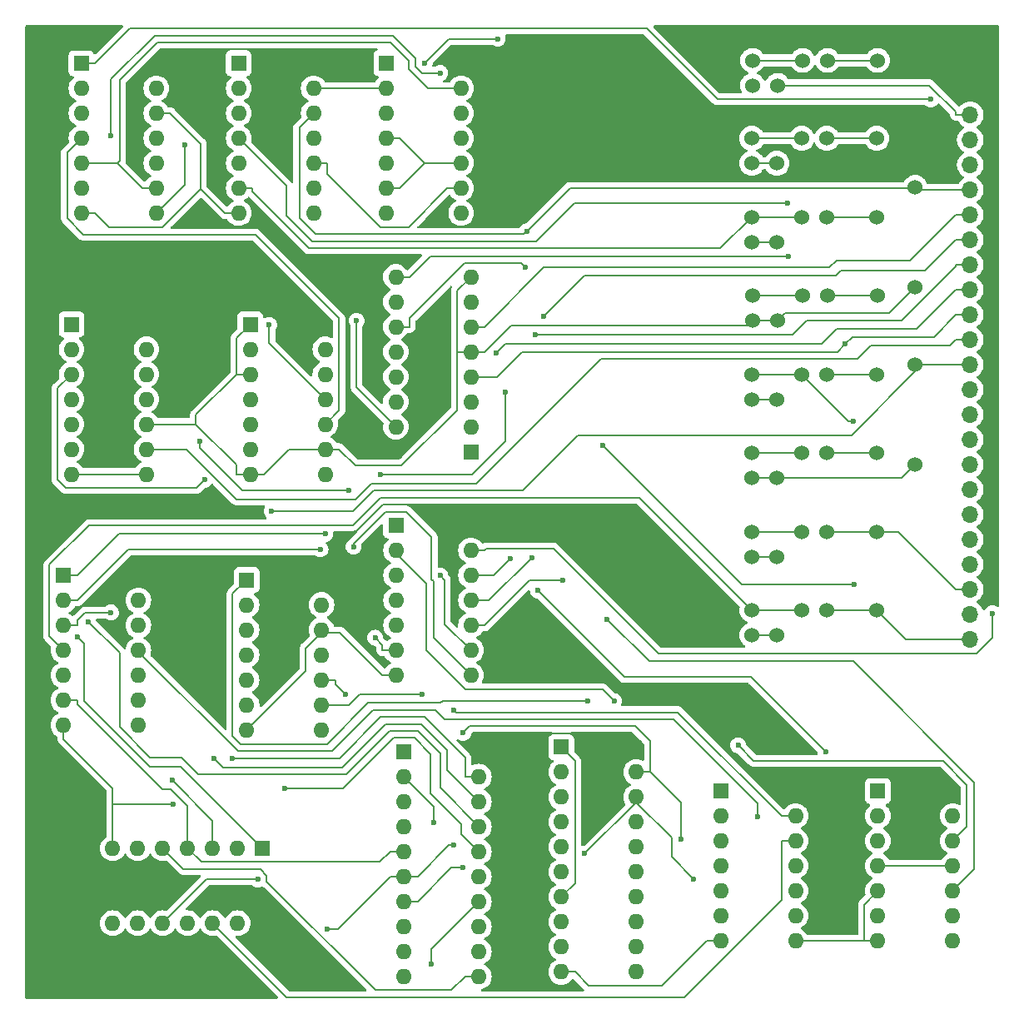
<source format=gbr>
%TF.GenerationSoftware,KiCad,Pcbnew,8.0.2-1*%
%TF.CreationDate,2024-08-11T09:55:17-04:00*%
%TF.ProjectId,control_unit_central_timing,636f6e74-726f-46c5-9f75-6e69745f6365,rev?*%
%TF.SameCoordinates,Original*%
%TF.FileFunction,Copper,L1,Top*%
%TF.FilePolarity,Positive*%
%FSLAX46Y46*%
G04 Gerber Fmt 4.6, Leading zero omitted, Abs format (unit mm)*
G04 Created by KiCad (PCBNEW 8.0.2-1) date 2024-08-11 09:55:17*
%MOMM*%
%LPD*%
G01*
G04 APERTURE LIST*
%TA.AperFunction,ComponentPad*%
%ADD10R,1.600000X1.600000*%
%TD*%
%TA.AperFunction,ComponentPad*%
%ADD11O,1.600000X1.600000*%
%TD*%
%TA.AperFunction,ComponentPad*%
%ADD12C,1.524000*%
%TD*%
%TA.AperFunction,ComponentPad*%
%ADD13R,1.700000X1.700000*%
%TD*%
%TA.AperFunction,ComponentPad*%
%ADD14O,1.700000X1.700000*%
%TD*%
%TA.AperFunction,ViaPad*%
%ADD15C,0.600000*%
%TD*%
%TA.AperFunction,Conductor*%
%ADD16C,0.200000*%
%TD*%
G04 APERTURE END LIST*
D10*
%TO.P,U4,1,I0*%
%TO.N,Net-(U1-GND)*%
X134380000Y-80920000D03*
D11*
%TO.P,U4,2,O0*%
%TO.N,unconnected-(U4-O0-Pad2)*%
X134380000Y-83460000D03*
%TO.P,U4,3,I1*%
%TO.N,Net-(U1-GND)*%
X134380000Y-86000000D03*
%TO.P,U4,4,O1*%
%TO.N,unconnected-(U4-O1-Pad4)*%
X134380000Y-88540000D03*
%TO.P,U4,5,I2*%
%TO.N,Net-(U12-Q2)*%
X134380000Y-91080000D03*
%TO.P,U4,6,O2*%
%TO.N,Net-(U13-0CLK)*%
X134380000Y-93620000D03*
%TO.P,U4,7,GND*%
%TO.N,Net-(U1-GND)*%
X134380000Y-96160000D03*
%TO.P,U4,8,03*%
%TO.N,unconnected-(U4-03-Pad8)*%
X142000000Y-96160000D03*
%TO.P,U4,9,I3*%
%TO.N,Net-(U1-GND)*%
X142000000Y-93620000D03*
%TO.P,U4,10,O4*%
%TO.N,Net-(U14-2A)*%
X142000000Y-91080000D03*
%TO.P,U4,11,I4*%
%TO.N,Net-(U14-4A)*%
X142000000Y-88540000D03*
%TO.P,U4,12,O5*%
%TO.N,Net-(U15-4A)*%
X142000000Y-86000000D03*
%TO.P,U4,13,I5*%
%TO.N,Net-(U1-A_CLK)*%
X142000000Y-83460000D03*
%TO.P,U4,14,V+*%
%TO.N,Net-(U1-V+)*%
X142000000Y-80920000D03*
%TD*%
D12*
%TO.P,U17,1,IN*%
%TO.N,Net-(U17-IN)*%
X185380000Y-94000000D03*
X190460000Y-94000000D03*
%TO.P,U17,2,GND*%
%TO.N,Net-(U1-GND)*%
X185380000Y-96540000D03*
X187920000Y-96540000D03*
%TO.P,U17,3,OUT*%
%TO.N,Net-(U1-CALL_STACK-PUSH)*%
X193000000Y-94000000D03*
X198080000Y-94000000D03*
%TD*%
D10*
%TO.P,U8,1,OE#*%
%TO.N,Net-(U1-GND)*%
X166000000Y-123920000D03*
D11*
%TO.P,U8,2,D0*%
%TO.N,Net-(U3-Y4)*%
X166000000Y-126460000D03*
%TO.P,U8,3,D1*%
%TO.N,Net-(U1-BUS_MOVE_DONE)*%
X166000000Y-129000000D03*
%TO.P,U8,4,D2*%
%TO.N,Net-(U11-OB)*%
X166000000Y-131540000D03*
%TO.P,U8,5,D3*%
%TO.N,Net-(U10-2B)*%
X166000000Y-134080000D03*
%TO.P,U8,6,D4*%
%TO.N,Net-(U3-Y5)*%
X166000000Y-136620000D03*
%TO.P,U8,7,D5*%
%TO.N,Net-(U1-GND)*%
X166000000Y-139160000D03*
%TO.P,U8,8,D6*%
X166000000Y-141700000D03*
%TO.P,U8,9,D7*%
X166000000Y-144240000D03*
%TO.P,U8,10,GND*%
X166000000Y-146780000D03*
%TO.P,U8,11,CLK*%
%TO.N,Net-(U1-B_CLK)*%
X173620000Y-146780000D03*
%TO.P,U8,12,Q7*%
%TO.N,unconnected-(U8-Q7-Pad12)*%
X173620000Y-144240000D03*
%TO.P,U8,13,Q6*%
%TO.N,unconnected-(U8-Q6-Pad13)*%
X173620000Y-141700000D03*
%TO.P,U8,14,Q5*%
%TO.N,unconnected-(U8-Q5-Pad14)*%
X173620000Y-139160000D03*
%TO.P,U8,15,Q4*%
%TO.N,Net-(U17-IN)*%
X173620000Y-136620000D03*
%TO.P,U8,16,Q3*%
%TO.N,Net-(U5-1B)*%
X173620000Y-134080000D03*
%TO.P,U8,17,Q2*%
%TO.N,Net-(U10-1B)*%
X173620000Y-131540000D03*
%TO.P,U8,18,Q1*%
%TO.N,Net-(U2-B0)*%
X173620000Y-129000000D03*
%TO.P,U8,19,Q0*%
%TO.N,Net-(U2-A2)*%
X173620000Y-126460000D03*
%TO.P,U8,20,V+*%
%TO.N,Net-(U1-V+)*%
X173620000Y-123920000D03*
%TD*%
D12*
%TO.P,U18,1,IN*%
%TO.N,Net-(U15-4B)*%
X185380000Y-102000000D03*
X190460000Y-102000000D03*
%TO.P,U18,2,GND*%
%TO.N,Net-(U1-GND)*%
X185380000Y-104540000D03*
X187920000Y-104540000D03*
%TO.P,U18,3,OUT*%
%TO.N,Net-(U1-CALL_STACK-OE)*%
X193000000Y-102000000D03*
X198080000Y-102000000D03*
%TD*%
D10*
%TO.P,U2,1,OB*%
%TO.N,Net-(U10-1A)*%
X198200000Y-128375000D03*
D11*
%TO.P,U2,2,A0*%
%TO.N,Net-(U1-INSTRUCTION-3)*%
X198200000Y-130915000D03*
%TO.P,U2,3,A1*%
%TO.N,Net-(U2-A1)*%
X198200000Y-133455000D03*
%TO.P,U2,4,A2*%
%TO.N,Net-(U2-A2)*%
X198200000Y-135995000D03*
%TO.P,U2,5,A3*%
%TO.N,Net-(U1-GND)*%
X198200000Y-138535000D03*
%TO.P,U2,6,NC*%
%TO.N,unconnected-(U2-NC-Pad6)*%
X198200000Y-141075000D03*
%TO.P,U2,7,GND*%
%TO.N,Net-(U1-GND)*%
X198200000Y-143615000D03*
%TO.P,U2,8,NC*%
%TO.N,unconnected-(U2-NC-Pad8)*%
X205820000Y-143615000D03*
%TO.P,U2,9,B0*%
%TO.N,Net-(U2-B0)*%
X205820000Y-141075000D03*
%TO.P,U2,10,B1*%
%TO.N,Net-(U14-4Q)*%
X205820000Y-138535000D03*
%TO.P,U2,11,B2*%
%TO.N,Net-(U2-A2)*%
X205820000Y-135995000D03*
%TO.P,U2,12,B3*%
%TO.N,Net-(U17-IN)*%
X205820000Y-133455000D03*
%TO.P,U2,13,OA*%
%TO.N,Net-(U2-OA)*%
X205820000Y-130915000D03*
%TO.P,U2,14,V+*%
%TO.N,Net-(U1-V+)*%
X205820000Y-128375000D03*
%TD*%
D10*
%TO.P,U14,1,1A*%
%TO.N,Net-(U1-BUS_READ_GOTO-DECIDER)*%
X117200000Y-54375000D03*
D11*
%TO.P,U14,2,1B*%
%TO.N,Net-(U1-A_CLK)*%
X117200000Y-56915000D03*
%TO.P,U14,3,1Q*%
%TO.N,Net-(U13-1CLK)*%
X117200000Y-59455000D03*
%TO.P,U14,4,2A*%
%TO.N,Net-(U14-2A)*%
X117200000Y-61995000D03*
%TO.P,U14,5,2B*%
%TO.N,Net-(U14-2B)*%
X117200000Y-64535000D03*
%TO.P,U14,6,2Q*%
%TO.N,Net-(U12-1A)*%
X117200000Y-67075000D03*
%TO.P,U14,7,GND*%
%TO.N,Net-(U1-GND)*%
X117200000Y-69615000D03*
%TO.P,U14,8,4Q*%
%TO.N,Net-(U14-4Q)*%
X124820000Y-69615000D03*
%TO.P,U14,9,4B*%
%TO.N,Net-(U14-2B)*%
X124820000Y-67075000D03*
%TO.P,U14,10,4A*%
%TO.N,Net-(U14-4A)*%
X124820000Y-64535000D03*
%TO.P,U14,11,3Q*%
%TO.N,unconnected-(U14-3Q-Pad11)*%
X124820000Y-61995000D03*
%TO.P,U14,12,3B*%
%TO.N,Net-(U1-GND)*%
X124820000Y-59455000D03*
%TO.P,U14,13,3A*%
X124820000Y-56915000D03*
%TO.P,U14,14,V+*%
%TO.N,Net-(U1-V+)*%
X124820000Y-54375000D03*
%TD*%
D12*
%TO.P,U6,1,IN*%
%TO.N,Net-(U2-OA)*%
X185380000Y-86000000D03*
X190460000Y-86000000D03*
%TO.P,U6,2,GND*%
%TO.N,Net-(U1-GND)*%
X185380000Y-88540000D03*
X187920000Y-88540000D03*
%TO.P,U6,3,OUT*%
%TO.N,Net-(U1-FAULT)*%
X193000000Y-86000000D03*
X198080000Y-86000000D03*
%TD*%
D10*
%TO.P,U12,1,0A*%
%TO.N,Net-(U12-0A)*%
X115380000Y-106460000D03*
D11*
%TO.P,U12,2,0B*%
%TO.N,Net-(U12-0B)*%
X115380000Y-109000000D03*
%TO.P,U12,3,Q0*%
%TO.N,Net-(U12-Q0)*%
X115380000Y-111540000D03*
%TO.P,U12,4,Q1*%
%TO.N,Net-(U12-Q1)*%
X115380000Y-114080000D03*
%TO.P,U12,5,1A*%
%TO.N,Net-(U12-1A)*%
X115380000Y-116620000D03*
%TO.P,U12,6,1B*%
%TO.N,Net-(U12-1B)*%
X115380000Y-119160000D03*
%TO.P,U12,7,GND*%
%TO.N,Net-(U1-GND)*%
X115380000Y-121700000D03*
%TO.P,U12,8,2A*%
%TO.N,Net-(U12-2A)*%
X123000000Y-121700000D03*
%TO.P,U12,9,2B*%
%TO.N,Net-(U12-2B)*%
X123000000Y-119160000D03*
%TO.P,U12,10,Q2*%
%TO.N,Net-(U12-Q2)*%
X123000000Y-116620000D03*
%TO.P,U12,11,Q3*%
%TO.N,Net-(U12-Q3)*%
X123000000Y-114080000D03*
%TO.P,U12,12,3A*%
%TO.N,Net-(U12-3A)*%
X123000000Y-111540000D03*
%TO.P,U12,13,3B*%
%TO.N,Net-(U12-3B)*%
X123000000Y-109000000D03*
%TO.P,U12,14,V+*%
%TO.N,Net-(U1-V+)*%
X123000000Y-106460000D03*
%TD*%
D10*
%TO.P,U3,1,A0*%
%TO.N,Net-(U1-INSTRUCTION-0)*%
X156800000Y-93875000D03*
D11*
%TO.P,U3,2,A1*%
%TO.N,Net-(U1-INSTRUCTION-1)*%
X156800000Y-91335000D03*
%TO.P,U3,3,A2*%
%TO.N,Net-(U1-INSTRUCTION-2)*%
X156800000Y-88795000D03*
%TO.P,U3,4,E2#*%
%TO.N,Net-(U1-INSTRUCTION-3)*%
X156800000Y-86255000D03*
%TO.P,U3,5,E3#*%
%TO.N,Net-(U1-GND)*%
X156800000Y-83715000D03*
%TO.P,U3,6,E1*%
%TO.N,Net-(U1-PROG_READ_DONE)*%
X156800000Y-81175000D03*
%TO.P,U3,7,Y7*%
%TO.N,Net-(U2-A1)*%
X156800000Y-78635000D03*
%TO.P,U3,8,GND*%
%TO.N,Net-(U1-GND)*%
X156800000Y-76095000D03*
%TO.P,U3,9,Y6*%
%TO.N,Net-(U16-1D)*%
X149180000Y-76095000D03*
%TO.P,U3,10,Y5*%
%TO.N,Net-(U3-Y5)*%
X149180000Y-78635000D03*
%TO.P,U3,11,Y4*%
%TO.N,Net-(U3-Y4)*%
X149180000Y-81175000D03*
%TO.P,U3,12,Y3*%
%TO.N,Net-(U10-2B)*%
X149180000Y-83715000D03*
%TO.P,U3,13,Y2*%
%TO.N,Net-(U10-2A)*%
X149180000Y-86255000D03*
%TO.P,U3,14,Y1*%
%TO.N,Net-(U10-0B)*%
X149180000Y-88795000D03*
%TO.P,U3,15,Y0*%
%TO.N,Net-(U10-0A)*%
X149180000Y-91335000D03*
%TO.P,U3,16,V+*%
%TO.N,Net-(U1-V+)*%
X149180000Y-93875000D03*
%TD*%
D10*
%TO.P,U10,1,0A*%
%TO.N,Net-(U10-0A)*%
X133200000Y-54375000D03*
D11*
%TO.P,U10,2,0B*%
%TO.N,Net-(U10-0B)*%
X133200000Y-56915000D03*
%TO.P,U10,3,Q0*%
%TO.N,Net-(U10-Q0)*%
X133200000Y-59455000D03*
%TO.P,U10,4,Q1*%
%TO.N,Net-(U10-Q1)*%
X133200000Y-61995000D03*
%TO.P,U10,5,1A*%
%TO.N,Net-(U10-1A)*%
X133200000Y-64535000D03*
%TO.P,U10,6,1B*%
%TO.N,Net-(U10-1B)*%
X133200000Y-67075000D03*
%TO.P,U10,7,GND*%
%TO.N,Net-(U1-GND)*%
X133200000Y-69615000D03*
%TO.P,U10,8,2A*%
%TO.N,Net-(U10-2A)*%
X140820000Y-69615000D03*
%TO.P,U10,9,2B*%
%TO.N,Net-(U10-2B)*%
X140820000Y-67075000D03*
%TO.P,U10,10,Q2*%
%TO.N,Net-(U10-Q2)*%
X140820000Y-64535000D03*
%TO.P,U10,11,Q3*%
%TO.N,Net-(U10-Q3)*%
X140820000Y-61995000D03*
%TO.P,U10,12,3A*%
%TO.N,Net-(U1-BUS_MOVE_DONE)*%
X140820000Y-59455000D03*
%TO.P,U10,13,3B*%
%TO.N,Net-(U10-3B)*%
X140820000Y-56915000D03*
%TO.P,U10,14,V+*%
%TO.N,Net-(U1-V+)*%
X140820000Y-54375000D03*
%TD*%
D12*
%TO.P,U21,1,IN*%
%TO.N,Net-(U11-OB)*%
X185380000Y-62000000D03*
X190460000Y-62000000D03*
%TO.P,U21,2,GND*%
%TO.N,Net-(U1-GND)*%
X185380000Y-64540000D03*
X187920000Y-64540000D03*
%TO.P,U21,3,OUT*%
%TO.N,Net-(U1-PRE_ADDER_LATCH_CLOCK)*%
X193000000Y-62000000D03*
X198080000Y-62000000D03*
%TD*%
%TO.P,U22,1,IN*%
%TO.N,Net-(U10-1B)*%
X185380000Y-70000000D03*
X190460000Y-70000000D03*
%TO.P,U22,2,GND*%
%TO.N,Net-(U1-GND)*%
X185380000Y-72540000D03*
X187920000Y-72540000D03*
%TO.P,U22,3,OUT*%
%TO.N,Net-(U1-POST_ADDER_LATCH_CLOCK)*%
X193000000Y-70000000D03*
X198080000Y-70000000D03*
%TD*%
D10*
%TO.P,U9,1,0Q*%
%TO.N,Net-(U20-IN)*%
X148200000Y-54375000D03*
D11*
%TO.P,U9,2,0Q#*%
%TO.N,Net-(U10-3B)*%
X148200000Y-56915000D03*
%TO.P,U9,3,0CLK*%
%TO.N,Net-(U5-3Q)*%
X148200000Y-59455000D03*
%TO.P,U9,4,0RESET*%
%TO.N,Net-(U1-GND)*%
X148200000Y-61995000D03*
%TO.P,U9,5,0D*%
%TO.N,Net-(U10-Q0)*%
X148200000Y-64535000D03*
%TO.P,U9,6,0SET*%
%TO.N,Net-(U1-GND)*%
X148200000Y-67075000D03*
%TO.P,U9,7,GND*%
X148200000Y-69615000D03*
%TO.P,U9,8,1SET*%
X155820000Y-69615000D03*
%TO.P,U9,9,1D*%
%TO.N,Net-(U10-Q2)*%
X155820000Y-67075000D03*
%TO.P,U9,10,1RESET*%
%TO.N,Net-(U1-GND)*%
X155820000Y-64535000D03*
%TO.P,U9,11,1CLK*%
%TO.N,Net-(U12-Q0)*%
X155820000Y-61995000D03*
%TO.P,U9,12,1Q3*%
%TO.N,Net-(U5-2A)*%
X155820000Y-59455000D03*
%TO.P,U9,13,1Q*%
%TO.N,Net-(U14-2B)*%
X155820000Y-56915000D03*
%TO.P,U9,14,V+*%
%TO.N,Net-(U1-V+)*%
X155820000Y-54375000D03*
%TD*%
D12*
%TO.P,R2,1*%
%TO.N,Net-(U1-BUS_MOVE_DONE)*%
X202000000Y-67000000D03*
%TO.P,R2,2*%
%TO.N,Net-(U1-GND)*%
X202000000Y-77160000D03*
%TD*%
%TO.P,U23,1,IN*%
%TO.N,Net-(U10-Q1)*%
X185460000Y-78000000D03*
X190540000Y-78000000D03*
%TO.P,U23,2,GND*%
%TO.N,Net-(U1-GND)*%
X185460000Y-80540000D03*
X188000000Y-80540000D03*
%TO.P,U23,3,OUT*%
%TO.N,Net-(U1-POST_ADDER_LATCH_OE)*%
X193080000Y-78000000D03*
X198160000Y-78000000D03*
%TD*%
D10*
%TO.P,U5,1,1A*%
%TO.N,Net-(U13-1Q3)*%
X149200000Y-101375000D03*
D11*
%TO.P,U5,2,1B*%
%TO.N,Net-(U5-1B)*%
X149200000Y-103915000D03*
%TO.P,U5,3,1Q*%
%TO.N,Net-(U14-4A)*%
X149200000Y-106455000D03*
%TO.P,U5,4,2A*%
%TO.N,Net-(U5-2A)*%
X149200000Y-108995000D03*
%TO.P,U5,5,2B*%
%TO.N,Net-(U1-B_CLK)*%
X149200000Y-111535000D03*
%TO.P,U5,6,2Q*%
%TO.N,Net-(U12-0B)*%
X149200000Y-114075000D03*
%TO.P,U5,7,GND*%
%TO.N,Net-(U1-GND)*%
X149200000Y-116615000D03*
%TO.P,U5,8,4Q*%
%TO.N,Net-(U12-0A)*%
X156820000Y-116615000D03*
%TO.P,U5,9,4B*%
%TO.N,Net-(U15-4A)*%
X156820000Y-114075000D03*
%TO.P,U5,10,4A*%
%TO.N,Net-(U14-2B)*%
X156820000Y-111535000D03*
%TO.P,U5,11,3Q*%
%TO.N,Net-(U5-3Q)*%
X156820000Y-108995000D03*
%TO.P,U5,12,3B*%
%TO.N,Net-(U10-Q3)*%
X156820000Y-106455000D03*
%TO.P,U5,13,3A*%
%TO.N,Net-(U1-B_CLK)*%
X156820000Y-103915000D03*
%TO.P,U5,14,V+*%
%TO.N,Net-(U1-V+)*%
X156820000Y-101375000D03*
%TD*%
D13*
%TO.P,U1,1,V+*%
%TO.N,Net-(U1-V+)*%
X207595000Y-57070000D03*
D14*
%TO.P,U1,2,GND*%
%TO.N,Net-(U1-GND)*%
X207595000Y-59610000D03*
%TO.P,U1,3,A_CLK*%
%TO.N,Net-(U1-A_CLK)*%
X207595000Y-62150000D03*
%TO.P,U1,4,B_CLK*%
%TO.N,Net-(U1-B_CLK)*%
X207595000Y-64690000D03*
%TO.P,U1,5,BUS_MOVE_DONE*%
%TO.N,Net-(U1-BUS_MOVE_DONE)*%
X207595000Y-67230000D03*
%TO.P,U1,6,PROG_READ_DONE*%
%TO.N,Net-(U1-PROG_READ_DONE)*%
X207595000Y-69770000D03*
%TO.P,U1,7,INSTRUCTION-0*%
%TO.N,Net-(U1-INSTRUCTION-0)*%
X207595000Y-72310000D03*
%TO.P,U1,8,INSTRUCTION-1*%
%TO.N,Net-(U1-INSTRUCTION-1)*%
X207595000Y-74850000D03*
%TO.P,U1,9,INSTRUCTION-2*%
%TO.N,Net-(U1-INSTRUCTION-2)*%
X207595000Y-77390000D03*
%TO.P,U1,10,INSTRUCTION-3*%
%TO.N,Net-(U1-INSTRUCTION-3)*%
X207595000Y-79930000D03*
%TO.P,U1,11,BUS-0*%
%TO.N,Net-(U1-BUS-0)*%
X207595000Y-82470000D03*
%TO.P,U1,12,START*%
%TO.N,Net-(U1-START)*%
X207595000Y-85010000D03*
%TO.P,U1,13,BUS_READ_GOTO-DECIDER*%
%TO.N,Net-(U1-BUS_READ_GOTO-DECIDER)*%
X207595000Y-87550000D03*
%TO.P,U1,14,BUS_MOVE*%
%TO.N,Net-(U1-BUS_MOVE)*%
X207595000Y-90090000D03*
%TO.P,U1,15,PRE_ADDER_LATCH_CLOCK*%
%TO.N,Net-(U1-PRE_ADDER_LATCH_CLOCK)*%
X207595000Y-92630000D03*
%TO.P,U1,16,POST_ADDER_LATCH_CLOCK*%
%TO.N,Net-(U1-POST_ADDER_LATCH_CLOCK)*%
X207595000Y-95170000D03*
%TO.P,U1,17,POST_ADDER_LATCH_OE*%
%TO.N,Net-(U1-POST_ADDER_LATCH_OE)*%
X207595000Y-97710000D03*
%TO.P,U1,18,PROG_READ*%
%TO.N,Net-(U1-POST_ADDER_LATCH_CLOCK)*%
X207595000Y-100250000D03*
%TO.P,U1,19,FAULT*%
%TO.N,Net-(U1-FAULT)*%
X207595000Y-102790000D03*
%TO.P,U1,20,CALL_STACK-PUSH*%
%TO.N,Net-(U1-CALL_STACK-PUSH)*%
X207595000Y-105330000D03*
%TO.P,U1,21,CALL_STACK-POP*%
%TO.N,Net-(U1-CALL_STACK-OE)*%
X207595000Y-107870000D03*
%TO.P,U1,22,CALL_STACK-OE*%
X207595000Y-110410000D03*
%TO.P,U1,23,GOTO_LATCHES_OE*%
%TO.N,Net-(U1-GOTO_LATCHES_OE)*%
X207595000Y-112950000D03*
%TD*%
D12*
%TO.P,U20,1,IN*%
%TO.N,Net-(U20-IN)*%
X185460000Y-54080000D03*
X190540000Y-54080000D03*
%TO.P,U20,2,GND*%
%TO.N,Net-(U1-GND)*%
X185460000Y-56620000D03*
X188000000Y-56620000D03*
%TO.P,U20,3,OUT*%
%TO.N,Net-(U1-BUS_MOVE)*%
X193080000Y-54080000D03*
X198160000Y-54080000D03*
%TD*%
%TO.P,R1,1*%
%TO.N,Net-(U1-START)*%
X202000000Y-85000000D03*
%TO.P,R1,2*%
%TO.N,Net-(U1-GND)*%
X202000000Y-95160000D03*
%TD*%
D10*
%TO.P,U7,1,OE#*%
%TO.N,Net-(U1-GND)*%
X150000000Y-124380000D03*
D11*
%TO.P,U7,2,D0*%
%TO.N,Net-(U2-B0)*%
X150000000Y-126920000D03*
%TO.P,U7,3,D1*%
%TO.N,Net-(U14-2B)*%
X150000000Y-129460000D03*
%TO.P,U7,4,D2*%
%TO.N,Net-(U17-IN)*%
X150000000Y-132000000D03*
%TO.P,U7,5,D3*%
%TO.N,Net-(U12-1B)*%
X150000000Y-134540000D03*
%TO.P,U7,6,D4*%
%TO.N,Net-(U15-4B)*%
X150000000Y-137080000D03*
%TO.P,U7,7,D5*%
%TO.N,Net-(U2-A2)*%
X150000000Y-139620000D03*
%TO.P,U7,8,D6*%
%TO.N,Net-(U1-GND)*%
X150000000Y-142160000D03*
%TO.P,U7,9,D7*%
X150000000Y-144700000D03*
%TO.P,U7,10,GND*%
X150000000Y-147240000D03*
%TO.P,U7,11,CLK*%
%TO.N,Net-(U1-A_CLK)*%
X157620000Y-147240000D03*
%TO.P,U7,12,Q7*%
%TO.N,unconnected-(U7-Q7-Pad12)*%
X157620000Y-144700000D03*
%TO.P,U7,13,Q6*%
%TO.N,unconnected-(U7-Q6-Pad13)*%
X157620000Y-142160000D03*
%TO.P,U7,14,Q5*%
%TO.N,Net-(U11-B1)*%
X157620000Y-139620000D03*
%TO.P,U7,15,Q4*%
%TO.N,Net-(U11-B0)*%
X157620000Y-137080000D03*
%TO.P,U7,16,Q3*%
%TO.N,Net-(U11-A3)*%
X157620000Y-134540000D03*
%TO.P,U7,17,Q2*%
%TO.N,Net-(U13-0D)*%
X157620000Y-132000000D03*
%TO.P,U7,18,Q1*%
%TO.N,Net-(U11-A0)*%
X157620000Y-129460000D03*
%TO.P,U7,19,Q0*%
%TO.N,Net-(U11-A1)*%
X157620000Y-126920000D03*
%TO.P,U7,20,V+*%
%TO.N,Net-(U1-V+)*%
X157620000Y-124380000D03*
%TD*%
D12*
%TO.P,U19,1,IN*%
%TO.N,Net-(U12-Q1)*%
X185380000Y-110000000D03*
X190460000Y-110000000D03*
%TO.P,U19,2,GND*%
%TO.N,Net-(U1-GND)*%
X185380000Y-112540000D03*
X187920000Y-112540000D03*
%TO.P,U19,3,OUT*%
%TO.N,Net-(U1-GOTO_LATCHES_OE)*%
X193000000Y-110000000D03*
X198080000Y-110000000D03*
%TD*%
D10*
%TO.P,U11,1,OB*%
%TO.N,Net-(U11-OB)*%
X134000000Y-106920000D03*
D11*
%TO.P,U11,2,A0*%
%TO.N,Net-(U11-A0)*%
X134000000Y-109460000D03*
%TO.P,U11,3,A1*%
%TO.N,Net-(U11-A1)*%
X134000000Y-112000000D03*
%TO.P,U11,4,A2*%
%TO.N,Net-(U1-START)*%
X134000000Y-114540000D03*
%TO.P,U11,5,A3*%
%TO.N,Net-(U11-A3)*%
X134000000Y-117080000D03*
%TO.P,U11,6,NC*%
%TO.N,unconnected-(U11-NC-Pad6)*%
X134000000Y-119620000D03*
%TO.P,U11,7,GND*%
%TO.N,Net-(U1-GND)*%
X134000000Y-122160000D03*
%TO.P,U11,8,NC*%
%TO.N,unconnected-(U11-NC-Pad8)*%
X141620000Y-122160000D03*
%TO.P,U11,9,B0*%
%TO.N,Net-(U11-B0)*%
X141620000Y-119620000D03*
%TO.P,U11,10,B1*%
%TO.N,Net-(U11-B1)*%
X141620000Y-117080000D03*
%TO.P,U11,11,B2*%
%TO.N,Net-(U11-B2)*%
X141620000Y-114540000D03*
%TO.P,U11,12,B3*%
%TO.N,Net-(U1-GND)*%
X141620000Y-112000000D03*
%TO.P,U11,13,OA*%
%TO.N,Net-(U11-B2)*%
X141620000Y-109460000D03*
%TO.P,U11,14,V+*%
%TO.N,Net-(U1-V+)*%
X141620000Y-106920000D03*
%TD*%
D10*
%TO.P,U13,1,0Q*%
%TO.N,Net-(U12-1B)*%
X116200000Y-80920000D03*
D11*
%TO.P,U13,2,0Q#*%
%TO.N,Net-(U13-0Q#)*%
X116200000Y-83460000D03*
%TO.P,U13,3,0CLK*%
%TO.N,Net-(U13-0CLK)*%
X116200000Y-86000000D03*
%TO.P,U13,4,0RESET*%
%TO.N,Net-(U1-GND)*%
X116200000Y-88540000D03*
%TO.P,U13,5,0D*%
%TO.N,Net-(U13-0D)*%
X116200000Y-91080000D03*
%TO.P,U13,6,0SET*%
%TO.N,Net-(U1-GND)*%
X116200000Y-93620000D03*
%TO.P,U13,7,GND*%
X116200000Y-96160000D03*
%TO.P,U13,8,1SET*%
X123820000Y-96160000D03*
%TO.P,U13,9,1D*%
%TO.N,Net-(U1-BUS-0)*%
X123820000Y-93620000D03*
%TO.P,U13,10,1RESET*%
%TO.N,Net-(U1-GND)*%
X123820000Y-91080000D03*
%TO.P,U13,11,1CLK*%
%TO.N,Net-(U13-1CLK)*%
X123820000Y-88540000D03*
%TO.P,U13,12,1Q3*%
%TO.N,Net-(U13-1Q3)*%
X123820000Y-86000000D03*
%TO.P,U13,13,1Q*%
%TO.N,unconnected-(U13-1Q-Pad13)*%
X123820000Y-83460000D03*
%TO.P,U13,14,V+*%
%TO.N,Net-(U1-V+)*%
X123820000Y-80920000D03*
%TD*%
D10*
%TO.P,U16,1,0Q*%
%TO.N,unconnected-(U16-0Q-Pad1)*%
X182200000Y-128375000D03*
D11*
%TO.P,U16,2,0Q#*%
%TO.N,unconnected-(U16-0Q#-Pad2)*%
X182200000Y-130915000D03*
%TO.P,U16,3,0CLK*%
%TO.N,Net-(U1-GND)*%
X182200000Y-133455000D03*
%TO.P,U16,4,0RESET*%
X182200000Y-135995000D03*
%TO.P,U16,5,0D*%
X182200000Y-138535000D03*
%TO.P,U16,6,0SET*%
X182200000Y-141075000D03*
%TO.P,U16,7,GND*%
X182200000Y-143615000D03*
%TO.P,U16,8,1SET*%
X189820000Y-143615000D03*
%TO.P,U16,9,1D*%
%TO.N,Net-(U16-1D)*%
X189820000Y-141075000D03*
%TO.P,U16,10,1RESET*%
%TO.N,Net-(U1-GND)*%
X189820000Y-138535000D03*
%TO.P,U16,11,1CLK*%
%TO.N,Net-(U12-Q3)*%
X189820000Y-135995000D03*
%TO.P,U16,12,1Q3*%
%TO.N,Net-(U15-3B)*%
X189820000Y-133455000D03*
%TO.P,U16,13,1Q*%
%TO.N,Net-(U15-4B)*%
X189820000Y-130915000D03*
%TO.P,U16,14,V+*%
%TO.N,Net-(U1-V+)*%
X189820000Y-128375000D03*
%TD*%
D10*
%TO.P,U15,1,1A*%
%TO.N,Net-(U13-0Q#)*%
X135625000Y-134200000D03*
D11*
%TO.P,U15,2,1B*%
%TO.N,Net-(U1-B_CLK)*%
X133085000Y-134200000D03*
%TO.P,U15,3,1Q*%
%TO.N,Net-(U12-2A)*%
X130545000Y-134200000D03*
%TO.P,U15,4,2A*%
%TO.N,Net-(U12-1B)*%
X128005000Y-134200000D03*
%TO.P,U15,5,2B*%
%TO.N,Net-(U1-A_CLK)*%
X125465000Y-134200000D03*
%TO.P,U15,6,2Q*%
%TO.N,Net-(U12-2B)*%
X122925000Y-134200000D03*
%TO.P,U15,7,GND*%
%TO.N,Net-(U1-GND)*%
X120385000Y-134200000D03*
%TO.P,U15,8,4Q*%
%TO.N,Net-(U12-3B)*%
X120385000Y-141820000D03*
%TO.P,U15,9,4B*%
%TO.N,Net-(U15-4B)*%
X122925000Y-141820000D03*
%TO.P,U15,10,4A*%
%TO.N,Net-(U15-4A)*%
X125465000Y-141820000D03*
%TO.P,U15,11,3Q*%
%TO.N,Net-(U12-3A)*%
X128005000Y-141820000D03*
%TO.P,U15,12,3B*%
%TO.N,Net-(U15-3B)*%
X130545000Y-141820000D03*
%TO.P,U15,13,3A*%
%TO.N,Net-(U1-B_CLK)*%
X133085000Y-141820000D03*
%TO.P,U15,14,V+*%
%TO.N,Net-(U1-V+)*%
X135625000Y-141820000D03*
%TD*%
D15*
%TO.N,Net-(U13-0Q#)*%
X116798400Y-112669600D03*
%TO.N,Net-(U12-2A)*%
X126444300Y-127287000D03*
%TO.N,Net-(U12-Q3)*%
X185969000Y-131030700D03*
%TO.N,Net-(U10-Q1)*%
X189026400Y-68577000D03*
%TO.N,Net-(U12-Q0)*%
X153701500Y-55355900D03*
X120216800Y-61730000D03*
X120216800Y-110231000D03*
%TO.N,Net-(U20-IN)*%
X159527200Y-51893300D03*
X152109200Y-54333600D03*
%TO.N,Net-(U11-OB)*%
X168671900Y-119230400D03*
%TO.N,Net-(U15-4B)*%
X155104300Y-133890900D03*
X155104300Y-120158500D03*
X142162800Y-142414000D03*
%TO.N,Net-(U11-B1)*%
X152775400Y-145950300D03*
X144081300Y-118559500D03*
%TO.N,Net-(U11-A3)*%
X137833700Y-128130800D03*
%TO.N,Net-(U11-A1)*%
X132563000Y-125048900D03*
%TO.N,Net-(U11-A0)*%
X130714400Y-125049600D03*
%TO.N,Net-(U13-0D)*%
X117910000Y-111157000D03*
%TO.N,Net-(U11-B0)*%
X151849600Y-118516100D03*
%TO.N,Net-(U5-2A)*%
X147646600Y-96204100D03*
X160343100Y-87848900D03*
%TO.N,Net-(U12-0B)*%
X147065800Y-112791200D03*
X141526100Y-103807400D03*
%TO.N,Net-(U12-0A)*%
X144881000Y-103535300D03*
X142000000Y-102245000D03*
%TO.N,Net-(U14-2B)*%
X166129800Y-106993600D03*
%TO.N,Net-(U10-Q3)*%
X160790000Y-104772700D03*
%TO.N,Net-(U5-1B)*%
X171387900Y-119233700D03*
%TO.N,Net-(U13-1Q3)*%
X129274900Y-92786500D03*
X144425900Y-97801100D03*
%TO.N,Net-(U5-3Q)*%
X162988300Y-104647300D03*
%TO.N,Net-(U15-4A)*%
X135151700Y-137382100D03*
X153717400Y-106483100D03*
%TO.N,Net-(U14-4A)*%
X136302000Y-80967500D03*
%TO.N,Net-(U13-0CLK)*%
X129711400Y-96748100D03*
%TO.N,Net-(U16-1D)*%
X189104600Y-73987900D03*
%TO.N,Net-(U3-Y4)*%
X162332400Y-75113300D03*
%TO.N,Net-(U10-0A)*%
X145181800Y-80544800D03*
%TO.N,Net-(U17-IN)*%
X183978000Y-123732200D03*
%TO.N,Net-(U14-4Q)*%
X127698600Y-62696700D03*
X170646800Y-110904100D03*
%TO.N,Net-(U10-1A)*%
X170194400Y-93206000D03*
X195776600Y-107367000D03*
%TO.N,Net-(U2-B0)*%
X153059200Y-131612300D03*
X168380300Y-134760700D03*
X179463600Y-137313500D03*
%TO.N,Net-(U2-A1)*%
X163616100Y-107990000D03*
X192887300Y-124401200D03*
%TO.N,Net-(U2-A2)*%
X156021700Y-136175800D03*
X156021700Y-122481200D03*
X178140200Y-133252300D03*
%TO.N,Net-(U2-OA)*%
X195694200Y-90742200D03*
%TO.N,Net-(U1-GND)*%
X126525900Y-129714600D03*
%TO.N,Net-(U1-BUS_READ_GOTO-DECIDER)*%
X203594000Y-58043100D03*
%TO.N,Net-(U1-INSTRUCTION-3)*%
X194890700Y-82897200D03*
%TO.N,Net-(U1-START)*%
X136535800Y-99931000D03*
%TO.N,Net-(U1-BUS_MOVE_DONE)*%
X162474300Y-71460200D03*
%TO.N,Net-(U1-INSTRUCTION-0)*%
X164207200Y-80120800D03*
%TO.N,Net-(U1-B_CLK)*%
X209820100Y-110314100D03*
%TO.N,Net-(U1-V+)*%
X204545000Y-59226900D03*
X144925400Y-54185500D03*
X176494100Y-118980100D03*
%TO.N,Net-(U1-INSTRUCTION-1)*%
X163344300Y-81976500D03*
%TO.N,Net-(U1-INSTRUCTION-2)*%
X159365800Y-83848600D03*
%TD*%
D16*
%TO.N,Net-(U15-3B)*%
X189820000Y-133455000D02*
X188418300Y-133455000D01*
X188418300Y-139422800D02*
X188418300Y-133455000D01*
X178492300Y-149348800D02*
X188418300Y-139422800D01*
X138073800Y-149348800D02*
X178492300Y-149348800D01*
X130545000Y-141820000D02*
X138073800Y-149348800D01*
%TO.N,Net-(U13-0Q#)*%
X117500100Y-113371300D02*
X116798400Y-112669600D01*
X117500100Y-119260600D02*
X117500100Y-113371300D01*
X124138900Y-125899400D02*
X117500100Y-119260600D01*
X127322400Y-125899400D02*
X124138900Y-125899400D01*
X135623000Y-134200000D02*
X127322400Y-125899400D01*
X135625000Y-134200000D02*
X135623000Y-134200000D01*
%TO.N,Net-(U12-Q1)*%
X190460000Y-110000000D02*
X185380000Y-110000000D01*
X113955700Y-112655700D02*
X115380000Y-114080000D01*
X113955700Y-105384200D02*
X113955700Y-112655700D01*
X117996600Y-101343300D02*
X113955700Y-105384200D01*
X144778000Y-101343300D02*
X117996600Y-101343300D01*
X147584800Y-98536500D02*
X144778000Y-101343300D01*
X173916500Y-98536500D02*
X147584800Y-98536500D01*
X185380000Y-110000000D02*
X173916500Y-98536500D01*
%TO.N,Net-(U12-2A)*%
X130545000Y-131387700D02*
X130545000Y-134200000D01*
X126444300Y-127287000D02*
X130545000Y-131387700D01*
%TO.N,Net-(U12-Q3)*%
X185969000Y-129625800D02*
X185969000Y-131030700D01*
X177427400Y-121084200D02*
X185969000Y-129625800D01*
X154167300Y-121084200D02*
X177427400Y-121084200D01*
X153236800Y-120153700D02*
X154167300Y-121084200D01*
X146858200Y-120153700D02*
X153236800Y-120153700D01*
X142681600Y-124330300D02*
X146858200Y-120153700D01*
X133119600Y-124330300D02*
X142681600Y-124330300D01*
X123000100Y-114210800D02*
X133119600Y-124330300D01*
X123000000Y-114210800D02*
X123000100Y-114210800D01*
X123000000Y-114080000D02*
X123000000Y-114210800D01*
%TO.N,Net-(U10-Q1)*%
X185460000Y-78000000D02*
X190540000Y-78000000D01*
X138022800Y-66817800D02*
X133200000Y-61995000D01*
X138022800Y-69851500D02*
X138022800Y-66817800D01*
X140660600Y-72489300D02*
X138022800Y-69851500D01*
X163444900Y-72489300D02*
X140660600Y-72489300D01*
X167357200Y-68577000D02*
X163444900Y-72489300D01*
X189026400Y-68577000D02*
X167357200Y-68577000D01*
%TO.N,Net-(U12-Q0)*%
X115380000Y-111540000D02*
X116781700Y-111540000D01*
X153701500Y-55355800D02*
X153701500Y-55355900D01*
X151856300Y-55355800D02*
X153701500Y-55355800D01*
X151207500Y-54707000D02*
X151856300Y-55355800D01*
X151207500Y-53869500D02*
X151207500Y-54707000D01*
X148883700Y-51545700D02*
X151207500Y-53869500D01*
X124638000Y-51545700D02*
X148883700Y-51545700D01*
X120216800Y-55966900D02*
X124638000Y-51545700D01*
X120216800Y-61730000D02*
X120216800Y-55966900D01*
X117560900Y-110231000D02*
X120216800Y-110231000D01*
X116781700Y-111010200D02*
X117560900Y-110231000D01*
X116781700Y-111540000D02*
X116781700Y-111010200D01*
%TO.N,Net-(U10-Q2)*%
X142221700Y-65628900D02*
X142221700Y-64535000D01*
X147635900Y-71043100D02*
X142221700Y-65628900D01*
X150450200Y-71043100D02*
X147635900Y-71043100D01*
X154418300Y-67075000D02*
X150450200Y-71043100D01*
X155820000Y-67075000D02*
X154418300Y-67075000D01*
X140820000Y-64535000D02*
X142221700Y-64535000D01*
%TO.N,Net-(U10-3B)*%
X148200000Y-56915000D02*
X140820000Y-56915000D01*
%TO.N,Net-(U20-IN)*%
X190540000Y-54080000D02*
X185460000Y-54080000D01*
X154549500Y-51893300D02*
X152109200Y-54333600D01*
X159527200Y-51893300D02*
X154549500Y-51893300D01*
%TO.N,Net-(U11-OB)*%
X190460000Y-62000000D02*
X185380000Y-62000000D01*
X132583900Y-108336100D02*
X134000000Y-106920000D01*
X132583900Y-122764200D02*
X132583900Y-108336100D01*
X133414200Y-123594500D02*
X132583900Y-122764200D01*
X142167800Y-123594500D02*
X133414200Y-123594500D01*
X146326700Y-119435600D02*
X142167800Y-123594500D01*
X153728900Y-119435600D02*
X146326700Y-119435600D01*
X153934100Y-119230400D02*
X153728900Y-119435600D01*
X168671900Y-119230400D02*
X153934100Y-119230400D01*
%TO.N,Net-(U10-1B)*%
X190460000Y-70000000D02*
X185380000Y-70000000D01*
X134601700Y-67438000D02*
X134601700Y-67075000D01*
X140367200Y-73203500D02*
X134601700Y-67438000D01*
X182176500Y-73203500D02*
X140367200Y-73203500D01*
X185380000Y-70000000D02*
X182176500Y-73203500D01*
X133200000Y-67075000D02*
X134601700Y-67075000D01*
%TO.N,Net-(U15-4B)*%
X150000000Y-137080000D02*
X151401700Y-137080000D01*
X185380000Y-102000000D02*
X190460000Y-102000000D01*
X189820000Y-130915000D02*
X188418300Y-130915000D01*
X154590800Y-133890900D02*
X155104300Y-133890900D01*
X151401700Y-137080000D02*
X154590800Y-133890900D01*
X143264300Y-142414000D02*
X148598300Y-137080000D01*
X142162800Y-142414000D02*
X143264300Y-142414000D01*
X150000000Y-137080000D02*
X148598300Y-137080000D01*
X155324100Y-120378300D02*
X155104300Y-120158500D01*
X177878600Y-120378300D02*
X155324100Y-120378300D01*
X177878600Y-120378400D02*
X177878600Y-120378300D01*
X188415200Y-130915000D02*
X177878600Y-120378400D01*
X188418300Y-130915000D02*
X188415200Y-130915000D01*
%TO.N,Net-(U11-B1)*%
X152775400Y-144464600D02*
X152775400Y-145950300D01*
X157620000Y-139620000D02*
X152775400Y-144464600D01*
X143021700Y-117499900D02*
X143021700Y-117080000D01*
X144081300Y-118559500D02*
X143021700Y-117499900D01*
X141620000Y-117080000D02*
X143021700Y-117080000D01*
%TO.N,Net-(U11-A3)*%
X143798300Y-128130800D02*
X137833700Y-128130800D01*
X148950800Y-122978300D02*
X143798300Y-128130800D01*
X151101900Y-122978300D02*
X148950800Y-122978300D01*
X152729600Y-124606000D02*
X151101900Y-122978300D01*
X152729600Y-128659300D02*
X152729600Y-124606000D01*
X155855000Y-131784700D02*
X152729600Y-128659300D01*
X155855000Y-132775000D02*
X155855000Y-131784700D01*
X157620000Y-134540000D02*
X155855000Y-132775000D01*
%TO.N,Net-(U11-A1)*%
X157620000Y-126920000D02*
X156218300Y-126920000D01*
X143428400Y-125048900D02*
X132563000Y-125048900D01*
X147610000Y-120867300D02*
X143428400Y-125048900D01*
X152085400Y-120867300D02*
X147610000Y-120867300D01*
X156218300Y-125000200D02*
X152085400Y-120867300D01*
X156218300Y-126920000D02*
X156218300Y-125000200D01*
%TO.N,Net-(U11-A0)*%
X131634900Y-125970100D02*
X130714400Y-125049600D01*
X143755900Y-125970100D02*
X131634900Y-125970100D01*
X148157000Y-121569000D02*
X143755900Y-125970100D01*
X151749200Y-121569000D02*
X148157000Y-121569000D01*
X154380400Y-124200200D02*
X151749200Y-121569000D01*
X154380400Y-126220400D02*
X154380400Y-124200200D01*
X157620000Y-129460000D02*
X154380400Y-126220400D01*
%TO.N,Net-(U13-0D)*%
X121098900Y-114345900D02*
X117910000Y-111157000D01*
X121098900Y-121867100D02*
X121098900Y-114345900D01*
X124182200Y-124950400D02*
X121098900Y-121867100D01*
X127365700Y-124950400D02*
X124182200Y-124950400D01*
X129106600Y-126691300D02*
X127365700Y-124950400D01*
X144112800Y-126691300D02*
X129106600Y-126691300D01*
X148533400Y-122270700D02*
X144112800Y-126691300D01*
X151419000Y-122270700D02*
X148533400Y-122270700D01*
X153678700Y-124530400D02*
X151419000Y-122270700D01*
X153678700Y-128058700D02*
X153678700Y-124530400D01*
X157620000Y-132000000D02*
X153678700Y-128058700D01*
%TO.N,Net-(U11-B0)*%
X144363900Y-119620000D02*
X141620000Y-119620000D01*
X145467800Y-118516100D02*
X144363900Y-119620000D01*
X151849600Y-118516100D02*
X145467800Y-118516100D01*
%TO.N,Net-(U12-1B)*%
X150000000Y-134540000D02*
X148598300Y-134540000D01*
X147536600Y-135601700D02*
X148598300Y-134540000D01*
X129406700Y-135601700D02*
X147536600Y-135601700D01*
X128005000Y-134200000D02*
X129406700Y-135601700D01*
X115380000Y-119160000D02*
X116781700Y-119160000D01*
X128005000Y-129917600D02*
X128005000Y-134200000D01*
X126276100Y-128188700D02*
X128005000Y-129917600D01*
X125435900Y-128188700D02*
X126276100Y-128188700D01*
X116781700Y-119534500D02*
X125435900Y-128188700D01*
X116781700Y-119160000D02*
X116781700Y-119534500D01*
%TO.N,Net-(U5-2A)*%
X160343100Y-92804400D02*
X160343100Y-87848900D01*
X156943400Y-96204100D02*
X160343100Y-92804400D01*
X147646600Y-96204100D02*
X156943400Y-96204100D01*
%TO.N,Net-(U12-0B)*%
X147798300Y-113523700D02*
X147065800Y-112791200D01*
X147798300Y-114075000D02*
X147798300Y-113523700D01*
X115380000Y-109000000D02*
X116781700Y-109000000D01*
X149200000Y-114075000D02*
X147798300Y-114075000D01*
X121974300Y-103807400D02*
X141526100Y-103807400D01*
X116781700Y-109000000D02*
X121974300Y-103807400D01*
%TO.N,Net-(U12-0A)*%
X120996700Y-102245000D02*
X116781700Y-106460000D01*
X142000000Y-102245000D02*
X120996700Y-102245000D01*
X115380000Y-106460000D02*
X116781700Y-106460000D01*
X153027800Y-112822800D02*
X156820000Y-116615000D01*
X153027800Y-107068600D02*
X153027800Y-112822800D01*
X152815700Y-106856500D02*
X153027800Y-107068600D01*
X152815700Y-102539800D02*
X152815700Y-106856500D01*
X150249200Y-99973300D02*
X152815700Y-102539800D01*
X148150800Y-99973300D02*
X150249200Y-99973300D01*
X144881000Y-103243100D02*
X148150800Y-99973300D01*
X144881000Y-103535300D02*
X144881000Y-103243100D01*
%TO.N,Net-(U14-2B)*%
X124820000Y-67075000D02*
X123418300Y-67075000D01*
X155820000Y-56915000D02*
X154418300Y-56915000D01*
X123418300Y-67075000D02*
X120878300Y-64535000D01*
X120878300Y-64535000D02*
X117200000Y-64535000D01*
X156820000Y-111535000D02*
X158221700Y-111535000D01*
X152423200Y-56915000D02*
X154418300Y-56915000D01*
X150505800Y-54997600D02*
X152423200Y-56915000D01*
X150505800Y-54160100D02*
X150505800Y-54997600D01*
X148596300Y-52250600D02*
X150505800Y-54160100D01*
X124962100Y-52250600D02*
X148596300Y-52250600D01*
X121118500Y-56094200D02*
X124962100Y-52250600D01*
X121118500Y-64294800D02*
X121118500Y-56094200D01*
X120878300Y-64535000D02*
X121118500Y-64294800D01*
X166128700Y-106994700D02*
X166129800Y-106993600D01*
X166128700Y-106994800D02*
X166128700Y-106994700D01*
X162761900Y-106994800D02*
X166128700Y-106994800D01*
X158221700Y-111535000D02*
X162761900Y-106994800D01*
%TO.N,Net-(U10-Q3)*%
X159107700Y-106455000D02*
X160790000Y-104772700D01*
X156820000Y-106455000D02*
X159107700Y-106455000D01*
%TO.N,Net-(U5-1B)*%
X170236700Y-118082500D02*
X171387900Y-119233700D01*
X156244100Y-118082500D02*
X170236700Y-118082500D01*
X152258000Y-114096400D02*
X156244100Y-118082500D01*
X152258000Y-107291100D02*
X152258000Y-114096400D01*
X149200000Y-104233100D02*
X152258000Y-107291100D01*
X149200000Y-103915000D02*
X149200000Y-104233100D01*
%TO.N,Net-(U13-1Q3)*%
X133599300Y-97801100D02*
X144425900Y-97801100D01*
X129274900Y-93476700D02*
X133599300Y-97801100D01*
X129274900Y-92786500D02*
X129274900Y-93476700D01*
%TO.N,Net-(U5-3Q)*%
X156820000Y-108995000D02*
X158221700Y-108995000D01*
X158640600Y-108995000D02*
X162988300Y-104647300D01*
X158221700Y-108995000D02*
X158640600Y-108995000D01*
%TO.N,Net-(U15-4A)*%
X129902900Y-137382100D02*
X135151700Y-137382100D01*
X125465000Y-141820000D02*
X129902900Y-137382100D01*
X154150900Y-111405900D02*
X156820000Y-114075000D01*
X154150900Y-106916600D02*
X154150900Y-111405900D01*
X153717400Y-106483100D02*
X154150900Y-106916600D01*
%TO.N,Net-(U14-4A)*%
X136302000Y-82842000D02*
X136302000Y-80967500D01*
X142000000Y-88540000D02*
X136302000Y-82842000D01*
%TO.N,Net-(U13-0CLK)*%
X128880200Y-97579300D02*
X129711400Y-96748100D01*
X115628900Y-97579300D02*
X128880200Y-97579300D01*
X114770400Y-96720800D02*
X115628900Y-97579300D01*
X114770400Y-87429600D02*
X114770400Y-96720800D01*
X116200000Y-86000000D02*
X114770400Y-87429600D01*
%TO.N,Net-(U14-2A)*%
X143419900Y-89660100D02*
X142000000Y-91080000D01*
X143419900Y-80315600D02*
X143419900Y-89660100D01*
X134905800Y-71801500D02*
X143419900Y-80315600D01*
X117396000Y-71801500D02*
X134905800Y-71801500D01*
X115742500Y-70148000D02*
X117396000Y-71801500D01*
X115742500Y-63452500D02*
X115742500Y-70148000D01*
X117200000Y-61995000D02*
X115742500Y-63452500D01*
%TO.N,Net-(U16-1D)*%
X149180000Y-76095000D02*
X150581700Y-76095000D01*
X152688800Y-73987900D02*
X150581700Y-76095000D01*
X189104600Y-73987900D02*
X152688800Y-73987900D01*
%TO.N,Net-(U3-Y4)*%
X161910500Y-74691400D02*
X162332400Y-75113300D01*
X156189200Y-74691400D02*
X161910500Y-74691400D01*
X150581700Y-80298900D02*
X156189200Y-74691400D01*
X150581700Y-81175000D02*
X150581700Y-80298900D01*
X149180000Y-81175000D02*
X150581700Y-81175000D01*
%TO.N,Net-(U10-0A)*%
X145181800Y-87336800D02*
X145181800Y-80544800D01*
X149180000Y-91335000D02*
X145181800Y-87336800D01*
%TO.N,Net-(U17-IN)*%
X190460000Y-94000000D02*
X185380000Y-94000000D01*
X207249900Y-132025100D02*
X205820000Y-133455000D01*
X207249900Y-127743200D02*
X207249900Y-132025100D01*
X204809600Y-125302900D02*
X207249900Y-127743200D01*
X185548700Y-125302900D02*
X204809600Y-125302900D01*
X183978000Y-123732200D02*
X185548700Y-125302900D01*
%TO.N,Net-(U14-4Q)*%
X127698600Y-66736400D02*
X127698600Y-62696700D01*
X124820000Y-69615000D02*
X127698600Y-66736400D01*
X208017000Y-136338000D02*
X205820000Y-138535000D01*
X208017000Y-127508800D02*
X208017000Y-136338000D01*
X195707100Y-115198900D02*
X208017000Y-127508800D01*
X174941600Y-115198900D02*
X195707100Y-115198900D01*
X170646800Y-110904100D02*
X174941600Y-115198900D01*
%TO.N,Net-(U10-1A)*%
X184355400Y-107367000D02*
X195776600Y-107367000D01*
X170194400Y-93206000D02*
X184355400Y-107367000D01*
%TO.N,Net-(U2-B0)*%
X173616800Y-129003200D02*
X173616800Y-129524200D01*
X173620000Y-129000000D02*
X173616800Y-129003200D01*
X168380300Y-134760700D02*
X173616800Y-129524200D01*
X177238500Y-135088400D02*
X179463600Y-137313500D01*
X177238500Y-133145900D02*
X177238500Y-135088400D01*
X173616800Y-129524200D02*
X177238500Y-133145900D01*
X153059200Y-129981200D02*
X153059200Y-131612300D01*
X150000000Y-126922000D02*
X153059200Y-129981200D01*
X150000000Y-126920000D02*
X150000000Y-126922000D01*
%TO.N,Net-(U2-A1)*%
X185260400Y-116774300D02*
X192887300Y-124401200D01*
X172400400Y-116774300D02*
X185260400Y-116774300D01*
X163616100Y-107990000D02*
X172400400Y-116774300D01*
%TO.N,Net-(U2-A2)*%
X205820000Y-135995000D02*
X198200000Y-135995000D01*
X150000000Y-139620000D02*
X151401700Y-139620000D01*
X173620000Y-126460000D02*
X174845900Y-126460000D01*
X154845900Y-136175800D02*
X156021700Y-136175800D01*
X151401700Y-139620000D02*
X154845900Y-136175800D01*
X174845900Y-126460000D02*
X175020000Y-126460000D01*
X156704300Y-121798600D02*
X156021700Y-122481200D01*
X173485000Y-121798600D02*
X156704300Y-121798600D01*
X175021700Y-123335300D02*
X173485000Y-121798600D01*
X175021700Y-126458300D02*
X175021700Y-123335300D01*
X175020000Y-126460000D02*
X175021700Y-126458300D01*
X178140200Y-129580200D02*
X178140200Y-133252300D01*
X175020000Y-126460000D02*
X178140200Y-129580200D01*
%TO.N,Net-(U2-OA)*%
X190460000Y-86000000D02*
X185380000Y-86000000D01*
X195202200Y-90742200D02*
X195694200Y-90742200D01*
X190460000Y-86000000D02*
X195202200Y-90742200D01*
%TO.N,Net-(U1-GND)*%
X187920000Y-112540000D02*
X185380000Y-112540000D01*
X187920000Y-72540000D02*
X185380000Y-72540000D01*
X187920000Y-64540000D02*
X185380000Y-64540000D01*
X187920000Y-88540000D02*
X185380000Y-88540000D01*
X187920000Y-104540000D02*
X185380000Y-104540000D01*
X134380000Y-86000000D02*
X132978300Y-86000000D01*
X134380000Y-96160000D02*
X132978300Y-96160000D01*
X141472500Y-93620000D02*
X140598300Y-93620000D01*
X138321700Y-93620000D02*
X135781700Y-96160000D01*
X140598300Y-93620000D02*
X138321700Y-93620000D01*
X134380000Y-96160000D02*
X135781700Y-96160000D01*
X115380000Y-121700000D02*
X115380000Y-123101700D01*
X133200000Y-69615000D02*
X131974200Y-69615000D01*
X200620000Y-96540000D02*
X187920000Y-96540000D01*
X202000000Y-95160000D02*
X200620000Y-96540000D01*
X187920000Y-96540000D02*
X185380000Y-96540000D01*
X206143300Y-59316200D02*
X206143300Y-59610000D01*
X203447100Y-56620000D02*
X206143300Y-59316200D01*
X188000000Y-56620000D02*
X203447100Y-56620000D01*
X207595000Y-59610000D02*
X206143300Y-59610000D01*
X120385000Y-129714600D02*
X126525900Y-129714600D01*
X120385000Y-134200000D02*
X120385000Y-129714600D01*
X120385000Y-128106700D02*
X115380000Y-123101700D01*
X120385000Y-129714600D02*
X120385000Y-128106700D01*
X124820000Y-59455000D02*
X126221700Y-59455000D01*
X125400200Y-71060200D02*
X129322600Y-67137800D01*
X120046900Y-71060200D02*
X125400200Y-71060200D01*
X118601700Y-69615000D02*
X120046900Y-71060200D01*
X131799800Y-69615000D02*
X129322600Y-67137800D01*
X131974200Y-69615000D02*
X131799800Y-69615000D01*
X117200000Y-69615000D02*
X118601700Y-69615000D01*
X132978300Y-82321700D02*
X134380000Y-80920000D01*
X132978300Y-86000000D02*
X132978300Y-82321700D01*
X149200000Y-116615000D02*
X147798300Y-116615000D01*
X141620000Y-112263700D02*
X141620000Y-112000000D01*
X140005100Y-113878600D02*
X141620000Y-112263700D01*
X140005100Y-116154900D02*
X140005100Y-113878600D01*
X134000000Y-122160000D02*
X140005100Y-116154900D01*
X143447000Y-112263700D02*
X147798300Y-116615000D01*
X141620000Y-112263700D02*
X143447000Y-112263700D01*
X156800000Y-83715000D02*
X158201700Y-83715000D01*
X167405000Y-125325000D02*
X166000000Y-123920000D01*
X167405000Y-137755000D02*
X167405000Y-125325000D01*
X166000000Y-139160000D02*
X167405000Y-137755000D01*
X168805300Y-148183600D02*
X167401700Y-146780000D01*
X176229700Y-148183600D02*
X168805300Y-148183600D01*
X180798300Y-143615000D02*
X176229700Y-148183600D01*
X182200000Y-143615000D02*
X180798300Y-143615000D01*
X166000000Y-146780000D02*
X167401700Y-146780000D01*
X198200000Y-143615000D02*
X196798300Y-143615000D01*
X196798300Y-139936700D02*
X198200000Y-138535000D01*
X196798300Y-143615000D02*
X196798300Y-139936700D01*
X189820000Y-143615000D02*
X196798300Y-143615000D01*
X123820000Y-96160000D02*
X116200000Y-96160000D01*
X128843600Y-90134700D02*
X132978300Y-86000000D01*
X128843600Y-91080000D02*
X128843600Y-90134700D01*
X132978300Y-95214700D02*
X128843600Y-91080000D01*
X132978300Y-96160000D02*
X132978300Y-95214700D01*
X128843600Y-91080000D02*
X123820000Y-91080000D01*
X141472500Y-93620000D02*
X142000000Y-93620000D01*
X142000000Y-93620000D02*
X143401700Y-93620000D01*
X156800000Y-83715000D02*
X155398300Y-83715000D01*
X155398300Y-77496700D02*
X156800000Y-76095000D01*
X155398300Y-83715000D02*
X155398300Y-77496700D01*
X145058400Y-95276700D02*
X143401700Y-93620000D01*
X149769100Y-95276700D02*
X145058400Y-95276700D01*
X155398300Y-89647500D02*
X149769100Y-95276700D01*
X155398300Y-83715000D02*
X155398300Y-89647500D01*
X184977500Y-81022500D02*
X185460000Y-80540000D01*
X160894200Y-81022500D02*
X184977500Y-81022500D01*
X158201700Y-83715000D02*
X160894200Y-81022500D01*
X129322600Y-62555900D02*
X126221700Y-59455000D01*
X129322600Y-67137800D02*
X129322600Y-62555900D01*
X185460000Y-80540000D02*
X188000000Y-80540000D01*
X199382500Y-79777500D02*
X202000000Y-77160000D01*
X188762500Y-79777500D02*
X199382500Y-79777500D01*
X188000000Y-80540000D02*
X188762500Y-79777500D01*
X148200000Y-61995000D02*
X149601700Y-61995000D01*
X148200000Y-67075000D02*
X149601700Y-67075000D01*
X149601700Y-67075000D02*
X152141700Y-64535000D01*
X155820000Y-64535000D02*
X152141700Y-64535000D01*
X152141700Y-64535000D02*
X149601700Y-61995000D01*
%TO.N,Net-(U1-BUS_READ_GOTO-DECIDER)*%
X117200000Y-54375000D02*
X118601700Y-54375000D01*
X122135700Y-50841000D02*
X118601700Y-54375000D01*
X174691700Y-50841000D02*
X122135700Y-50841000D01*
X181893800Y-58043100D02*
X174691700Y-50841000D01*
X203594000Y-58043100D02*
X181893800Y-58043100D01*
%TO.N,Net-(U1-GOTO_LATCHES_OE)*%
X201030000Y-112950000D02*
X198080000Y-110000000D01*
X207595000Y-112950000D02*
X201030000Y-112950000D01*
X198080000Y-110000000D02*
X193000000Y-110000000D01*
%TO.N,Net-(U1-PRE_ADDER_LATCH_CLOCK)*%
X198080000Y-62000000D02*
X193000000Y-62000000D01*
%TO.N,Net-(U1-INSTRUCTION-3)*%
X156800000Y-86255000D02*
X158201700Y-86255000D01*
X207595000Y-79930000D02*
X206143300Y-79930000D01*
X203877800Y-82195500D02*
X206143300Y-79930000D01*
X195592400Y-82195500D02*
X203877800Y-82195500D01*
X194890700Y-82897200D02*
X195592400Y-82195500D01*
X194054900Y-83733000D02*
X194890700Y-82897200D01*
X162004500Y-83733000D02*
X194054900Y-83733000D01*
X159482500Y-86255000D02*
X162004500Y-83733000D01*
X158201700Y-86255000D02*
X159482500Y-86255000D01*
%TO.N,Net-(U1-CALL_STACK-PUSH)*%
X198080000Y-94000000D02*
X193000000Y-94000000D01*
%TO.N,Net-(U1-START)*%
X206133300Y-85000000D02*
X202000000Y-85000000D01*
X206143300Y-85010000D02*
X206133300Y-85000000D01*
X207595000Y-85010000D02*
X206143300Y-85010000D01*
X144839600Y-99931000D02*
X136535800Y-99931000D01*
X146935800Y-97834800D02*
X144839600Y-99931000D01*
X162082800Y-97834800D02*
X146935800Y-97834800D01*
X167710600Y-92207000D02*
X162082800Y-97834800D01*
X195504600Y-92207000D02*
X167710600Y-92207000D01*
X202000000Y-85711600D02*
X195504600Y-92207000D01*
X202000000Y-85000000D02*
X202000000Y-85711600D01*
%TO.N,Net-(U1-BUS_MOVE_DONE)*%
X202172500Y-67230000D02*
X202000000Y-67057500D01*
X207595000Y-67230000D02*
X202172500Y-67230000D01*
X202000000Y-67057500D02*
X202000000Y-67000000D01*
X166877000Y-67057500D02*
X202000000Y-67057500D01*
X162474300Y-71460200D02*
X166877000Y-67057500D01*
X162161800Y-71772700D02*
X162474300Y-71460200D01*
X140995000Y-71772700D02*
X162161800Y-71772700D01*
X139362400Y-70140100D02*
X140995000Y-71772700D01*
X139362400Y-60912600D02*
X139362400Y-70140100D01*
X140820000Y-59455000D02*
X139362400Y-60912600D01*
%TO.N,Net-(U1-A_CLK)*%
X157620000Y-147240000D02*
X156218300Y-147240000D01*
X127582700Y-136317700D02*
X125465000Y-134200000D01*
X135398300Y-136317700D02*
X127582700Y-136317700D01*
X136053400Y-136972800D02*
X135398300Y-136317700D01*
X136053400Y-137579700D02*
X136053400Y-136972800D01*
X147115800Y-148642100D02*
X136053400Y-137579700D01*
X154816200Y-148642100D02*
X147115800Y-148642100D01*
X156218300Y-147240000D02*
X154816200Y-148642100D01*
%TO.N,Net-(U1-BUS_MOVE)*%
X198160000Y-54080000D02*
X193080000Y-54080000D01*
%TO.N,Net-(U1-INSTRUCTION-0)*%
X207595000Y-72310000D02*
X206143300Y-72310000D01*
X168336300Y-75991700D02*
X164207200Y-80120800D01*
X193918600Y-75991700D02*
X168336300Y-75991700D01*
X194419500Y-75490800D02*
X193918600Y-75991700D01*
X202962500Y-75490800D02*
X194419500Y-75490800D01*
X206143300Y-72310000D02*
X202962500Y-75490800D01*
%TO.N,Net-(U1-FAULT)*%
X198080000Y-86000000D02*
X193000000Y-86000000D01*
%TO.N,Net-(U1-POST_ADDER_LATCH_OE)*%
X198160000Y-78000000D02*
X193080000Y-78000000D01*
%TO.N,Net-(U1-B_CLK)*%
X156820000Y-103915000D02*
X158221700Y-103915000D01*
X158403200Y-103733500D02*
X158221700Y-103915000D01*
X165218400Y-103733500D02*
X158403200Y-103733500D01*
X175886600Y-114401700D02*
X165218400Y-103733500D01*
X208233500Y-114401700D02*
X175886600Y-114401700D01*
X209820100Y-112815100D02*
X208233500Y-114401700D01*
X209820100Y-110314100D02*
X209820100Y-112815100D01*
%TO.N,Net-(U1-POST_ADDER_LATCH_CLOCK)*%
X198080000Y-70000000D02*
X193000000Y-70000000D01*
%TO.N,Net-(U1-PROG_READ_DONE)*%
X207595000Y-69770000D02*
X206143300Y-69770000D01*
X156800000Y-81175000D02*
X158201700Y-81175000D01*
X164235900Y-75140800D02*
X158201700Y-81175000D01*
X193282300Y-75140800D02*
X164235900Y-75140800D01*
X193982400Y-74440700D02*
X193282300Y-75140800D01*
X201472600Y-74440700D02*
X193982400Y-74440700D01*
X206143300Y-69770000D02*
X201472600Y-74440700D01*
%TO.N,Net-(U1-V+)*%
X205820000Y-128375000D02*
X204418300Y-128375000D01*
X203000700Y-126957400D02*
X204418300Y-128375000D01*
X192639300Y-126957400D02*
X203000700Y-126957400D01*
X191221700Y-128375000D02*
X192639300Y-126957400D01*
X190347500Y-128375000D02*
X191221700Y-128375000D01*
X190347500Y-128375000D02*
X189820000Y-128375000D01*
X155820000Y-54375000D02*
X157221700Y-54375000D01*
X125343400Y-105518300D02*
X124401700Y-106460000D01*
X138816600Y-105518300D02*
X125343400Y-105518300D01*
X140218300Y-106920000D02*
X138816600Y-105518300D01*
X123000000Y-106460000D02*
X124401700Y-106460000D01*
X126623400Y-79518300D02*
X125221700Y-80920000D01*
X139196600Y-79518300D02*
X126623400Y-79518300D01*
X140598300Y-80920000D02*
X139196600Y-79518300D01*
X142000000Y-80920000D02*
X140598300Y-80920000D01*
X123820000Y-80920000D02*
X125221700Y-80920000D01*
X173620000Y-123920000D02*
X172218300Y-123920000D01*
X170798600Y-122500300D02*
X172218300Y-123920000D01*
X160901400Y-122500300D02*
X170798600Y-122500300D01*
X159021700Y-124380000D02*
X160901400Y-122500300D01*
X162073600Y-59226900D02*
X157221700Y-54375000D01*
X204545000Y-59226900D02*
X162073600Y-59226900D01*
X157620000Y-124380000D02*
X159021700Y-124380000D01*
X144735900Y-54375000D02*
X144925400Y-54185500D01*
X140820000Y-54375000D02*
X144735900Y-54375000D01*
X141620000Y-106920000D02*
X140456600Y-106920000D01*
X140456600Y-106920000D02*
X140218300Y-106920000D01*
X156820000Y-101375000D02*
X155418300Y-101375000D01*
X186907500Y-126864200D02*
X188418300Y-128375000D01*
X185356700Y-126864200D02*
X186907500Y-126864200D01*
X185356700Y-126864100D02*
X185356700Y-126864200D01*
X177472700Y-118980100D02*
X185356700Y-126864100D01*
X176494100Y-118980100D02*
X177472700Y-118980100D01*
X189820000Y-128375000D02*
X188418300Y-128375000D01*
X138016600Y-52973300D02*
X139418300Y-54375000D01*
X127623400Y-52973300D02*
X138016600Y-52973300D01*
X126221700Y-54375000D02*
X127623400Y-52973300D01*
X124820000Y-54375000D02*
X126221700Y-54375000D01*
X140820000Y-54375000D02*
X139418300Y-54375000D01*
X153281500Y-99238200D02*
X155418300Y-101375000D01*
X147878200Y-99238200D02*
X153281500Y-99238200D01*
X140456600Y-106659800D02*
X147878200Y-99238200D01*
X140456600Y-106920000D02*
X140456600Y-106659800D01*
%TO.N,Net-(U1-BUS-0)*%
X207595000Y-82470000D02*
X206143300Y-82470000D01*
X123820000Y-93620000D02*
X125221700Y-93620000D01*
X205516100Y-83097200D02*
X206143300Y-82470000D01*
X197465900Y-83097200D02*
X205516100Y-83097200D01*
X196128400Y-84434700D02*
X197465900Y-83097200D01*
X170086100Y-84434700D02*
X196128400Y-84434700D01*
X157387700Y-97133100D02*
X170086100Y-84434700D01*
X146645200Y-97133100D02*
X157387700Y-97133100D01*
X145075500Y-98702800D02*
X146645200Y-97133100D01*
X132941300Y-98702800D02*
X145075500Y-98702800D01*
X127858500Y-93620000D02*
X132941300Y-98702800D01*
X125221700Y-93620000D02*
X127858500Y-93620000D01*
%TO.N,Net-(U1-INSTRUCTION-1)*%
X207595000Y-74850000D02*
X206143300Y-74850000D01*
X189484300Y-81976500D02*
X163344300Y-81976500D01*
X190923900Y-80536900D02*
X189484300Y-81976500D01*
X200637900Y-80536900D02*
X190923900Y-80536900D01*
X206143300Y-75031500D02*
X200637900Y-80536900D01*
X206143300Y-74850000D02*
X206143300Y-75031500D01*
%TO.N,Net-(U1-INSTRUCTION-2)*%
X160336100Y-82878300D02*
X159365800Y-83848600D01*
X192481500Y-82878300D02*
X160336100Y-82878300D01*
X193990500Y-81369300D02*
X192481500Y-82878300D01*
X202164000Y-81369300D02*
X193990500Y-81369300D01*
X206143300Y-77390000D02*
X202164000Y-81369300D01*
X207595000Y-77390000D02*
X206143300Y-77390000D01*
%TO.N,Net-(U1-CALL_STACK-OE)*%
X198080000Y-102000000D02*
X193000000Y-102000000D01*
X200273300Y-102000000D02*
X198080000Y-102000000D01*
X206143300Y-107870000D02*
X200273300Y-102000000D01*
X207595000Y-107870000D02*
X206143300Y-107870000D01*
%TD*%
%TA.AperFunction,Conductor*%
%TO.N,Net-(U1-V+)*%
G36*
X121394641Y-50520185D02*
G01*
X121440396Y-50572989D01*
X121450340Y-50642147D01*
X121421315Y-50705703D01*
X121415283Y-50712181D01*
X118675582Y-53451881D01*
X118614259Y-53485366D01*
X118544567Y-53480382D01*
X118488634Y-53438510D01*
X118471719Y-53407533D01*
X118443797Y-53332671D01*
X118443793Y-53332664D01*
X118357547Y-53217455D01*
X118357544Y-53217452D01*
X118242335Y-53131206D01*
X118242328Y-53131202D01*
X118107482Y-53080908D01*
X118107483Y-53080908D01*
X118047883Y-53074501D01*
X118047881Y-53074500D01*
X118047873Y-53074500D01*
X118047864Y-53074500D01*
X116352129Y-53074500D01*
X116352123Y-53074501D01*
X116292516Y-53080908D01*
X116157671Y-53131202D01*
X116157664Y-53131206D01*
X116042455Y-53217452D01*
X116042452Y-53217455D01*
X115956206Y-53332664D01*
X115956202Y-53332671D01*
X115905908Y-53467517D01*
X115899501Y-53527116D01*
X115899501Y-53527123D01*
X115899500Y-53527135D01*
X115899500Y-55222870D01*
X115899501Y-55222876D01*
X115905908Y-55282483D01*
X115956202Y-55417328D01*
X115956206Y-55417335D01*
X116042452Y-55532544D01*
X116042455Y-55532547D01*
X116157664Y-55618793D01*
X116157671Y-55618797D01*
X116202618Y-55635561D01*
X116292517Y-55669091D01*
X116327596Y-55672862D01*
X116392144Y-55699599D01*
X116431993Y-55756991D01*
X116434488Y-55826816D01*
X116398836Y-55886905D01*
X116385464Y-55897725D01*
X116360858Y-55914954D01*
X116199954Y-56075858D01*
X116069432Y-56262265D01*
X116069431Y-56262267D01*
X115973261Y-56468502D01*
X115973258Y-56468511D01*
X115914366Y-56688302D01*
X115914364Y-56688313D01*
X115894532Y-56914998D01*
X115894532Y-56915001D01*
X115914364Y-57141686D01*
X115914366Y-57141697D01*
X115973258Y-57361488D01*
X115973261Y-57361497D01*
X116069431Y-57567732D01*
X116069432Y-57567734D01*
X116199954Y-57754141D01*
X116360858Y-57915045D01*
X116360861Y-57915047D01*
X116547266Y-58045568D01*
X116605275Y-58072618D01*
X116657714Y-58118791D01*
X116676866Y-58185984D01*
X116656650Y-58252865D01*
X116605275Y-58297382D01*
X116547267Y-58324431D01*
X116547265Y-58324432D01*
X116360858Y-58454954D01*
X116199954Y-58615858D01*
X116069432Y-58802265D01*
X116069431Y-58802267D01*
X115973261Y-59008502D01*
X115973258Y-59008511D01*
X115914366Y-59228302D01*
X115914364Y-59228313D01*
X115894532Y-59454998D01*
X115894532Y-59455001D01*
X115914364Y-59681686D01*
X115914366Y-59681697D01*
X115973258Y-59901488D01*
X115973261Y-59901497D01*
X116069431Y-60107732D01*
X116069432Y-60107734D01*
X116199954Y-60294141D01*
X116360858Y-60455045D01*
X116360861Y-60455047D01*
X116547266Y-60585568D01*
X116605275Y-60612618D01*
X116657714Y-60658791D01*
X116676866Y-60725984D01*
X116656650Y-60792865D01*
X116605275Y-60837382D01*
X116547267Y-60864431D01*
X116547265Y-60864432D01*
X116360858Y-60994954D01*
X116199954Y-61155858D01*
X116069432Y-61342265D01*
X116069431Y-61342267D01*
X115973261Y-61548502D01*
X115973258Y-61548511D01*
X115914366Y-61768302D01*
X115914364Y-61768313D01*
X115894532Y-61994998D01*
X115894532Y-61995001D01*
X115914364Y-62221686D01*
X115914366Y-62221697D01*
X115940152Y-62317931D01*
X115938489Y-62387781D01*
X115908058Y-62437705D01*
X115373786Y-62971978D01*
X115261981Y-63083782D01*
X115261979Y-63083784D01*
X115237857Y-63125567D01*
X115223462Y-63150500D01*
X115200140Y-63190894D01*
X115187913Y-63212073D01*
X115182923Y-63220715D01*
X115141999Y-63373443D01*
X115141999Y-63373445D01*
X115141999Y-63541546D01*
X115142000Y-63541559D01*
X115142000Y-70061330D01*
X115141999Y-70061348D01*
X115141999Y-70227054D01*
X115141998Y-70227054D01*
X115182924Y-70379789D01*
X115182925Y-70379790D01*
X115204724Y-70417546D01*
X115204725Y-70417547D01*
X115261977Y-70516712D01*
X115261981Y-70516717D01*
X115380849Y-70635585D01*
X115380855Y-70635590D01*
X116911139Y-72165874D01*
X116911149Y-72165885D01*
X116915479Y-72170215D01*
X116915480Y-72170216D01*
X117027284Y-72282020D01*
X117092960Y-72319937D01*
X117114095Y-72332139D01*
X117114097Y-72332141D01*
X117152151Y-72354111D01*
X117164215Y-72361077D01*
X117316943Y-72402000D01*
X117475057Y-72402000D01*
X134605703Y-72402000D01*
X134672742Y-72421685D01*
X134693384Y-72438319D01*
X142783081Y-80528016D01*
X142816566Y-80589339D01*
X142819400Y-80615697D01*
X142819400Y-82212508D01*
X142799715Y-82279547D01*
X142746911Y-82325302D01*
X142677753Y-82335246D01*
X142642995Y-82324890D01*
X142535932Y-82274966D01*
X142446496Y-82233261D01*
X142446492Y-82233260D01*
X142446488Y-82233258D01*
X142226697Y-82174366D01*
X142226693Y-82174365D01*
X142226692Y-82174365D01*
X142226691Y-82174364D01*
X142226686Y-82174364D01*
X142000002Y-82154532D01*
X141999998Y-82154532D01*
X141773313Y-82174364D01*
X141773302Y-82174366D01*
X141553511Y-82233258D01*
X141553502Y-82233261D01*
X141347267Y-82329431D01*
X141347265Y-82329432D01*
X141160858Y-82459954D01*
X140999954Y-82620858D01*
X140869432Y-82807265D01*
X140869431Y-82807267D01*
X140773261Y-83013502D01*
X140773258Y-83013511D01*
X140714366Y-83233302D01*
X140714364Y-83233313D01*
X140694532Y-83459998D01*
X140694532Y-83460001D01*
X140714364Y-83686686D01*
X140714366Y-83686697D01*
X140773258Y-83906488D01*
X140773261Y-83906497D01*
X140869431Y-84112732D01*
X140869432Y-84112734D01*
X140999954Y-84299141D01*
X141160858Y-84460045D01*
X141160861Y-84460047D01*
X141347266Y-84590568D01*
X141405275Y-84617618D01*
X141457714Y-84663791D01*
X141476866Y-84730984D01*
X141456650Y-84797865D01*
X141405275Y-84842381D01*
X141398442Y-84845568D01*
X141347267Y-84869431D01*
X141347265Y-84869432D01*
X141160858Y-84999954D01*
X140999954Y-85160858D01*
X140869432Y-85347265D01*
X140869431Y-85347267D01*
X140773261Y-85553502D01*
X140773258Y-85553511D01*
X140714366Y-85773302D01*
X140714364Y-85773313D01*
X140694532Y-85999998D01*
X140694532Y-86000002D01*
X140701780Y-86082848D01*
X140688013Y-86151348D01*
X140639398Y-86201531D01*
X140571369Y-86217464D01*
X140505526Y-86194089D01*
X140490571Y-86181336D01*
X136938819Y-82629584D01*
X136905334Y-82568261D01*
X136902500Y-82541903D01*
X136902500Y-81549912D01*
X136922185Y-81482873D01*
X136929555Y-81472597D01*
X136931810Y-81469767D01*
X136931816Y-81469762D01*
X137027789Y-81317022D01*
X137087368Y-81146755D01*
X137090993Y-81114583D01*
X137107565Y-80967503D01*
X137107565Y-80967496D01*
X137087369Y-80788250D01*
X137087368Y-80788245D01*
X137064907Y-80724055D01*
X137027789Y-80617978D01*
X137015862Y-80598997D01*
X136988582Y-80555580D01*
X136931816Y-80465238D01*
X136804262Y-80337684D01*
X136801356Y-80335858D01*
X136651523Y-80241711D01*
X136481254Y-80182131D01*
X136481249Y-80182130D01*
X136302004Y-80161935D01*
X136301996Y-80161935D01*
X136122750Y-80182130D01*
X136122745Y-80182131D01*
X135952476Y-80241711D01*
X135870471Y-80293239D01*
X135803234Y-80312239D01*
X135736399Y-80291871D01*
X135691185Y-80238603D01*
X135680499Y-80188245D01*
X135680499Y-80072129D01*
X135680498Y-80072123D01*
X135680497Y-80072116D01*
X135674091Y-80012517D01*
X135649611Y-79946884D01*
X135623797Y-79877671D01*
X135623793Y-79877664D01*
X135537547Y-79762455D01*
X135537544Y-79762452D01*
X135422335Y-79676206D01*
X135422328Y-79676202D01*
X135287482Y-79625908D01*
X135287483Y-79625908D01*
X135227883Y-79619501D01*
X135227881Y-79619500D01*
X135227873Y-79619500D01*
X135227864Y-79619500D01*
X133532129Y-79619500D01*
X133532123Y-79619501D01*
X133472516Y-79625908D01*
X133337671Y-79676202D01*
X133337664Y-79676206D01*
X133222455Y-79762452D01*
X133222452Y-79762455D01*
X133136206Y-79877664D01*
X133136202Y-79877671D01*
X133085908Y-80012517D01*
X133082477Y-80044435D01*
X133079501Y-80072123D01*
X133079500Y-80072135D01*
X133079500Y-81319902D01*
X133059815Y-81386941D01*
X133043181Y-81407583D01*
X132497781Y-81952982D01*
X132497779Y-81952985D01*
X132492381Y-81962335D01*
X132462473Y-82014139D01*
X132447661Y-82039794D01*
X132447659Y-82039796D01*
X132418725Y-82089909D01*
X132418724Y-82089910D01*
X132412953Y-82111447D01*
X132377799Y-82242643D01*
X132377799Y-82242645D01*
X132377799Y-82410746D01*
X132377800Y-82410759D01*
X132377800Y-85699902D01*
X132358115Y-85766941D01*
X132341481Y-85787583D01*
X128363081Y-89765982D01*
X128363079Y-89765984D01*
X128339634Y-89806595D01*
X128328641Y-89825635D01*
X128284023Y-89902915D01*
X128243099Y-90055643D01*
X128243099Y-90055645D01*
X128243099Y-90223746D01*
X128243100Y-90223759D01*
X128243100Y-90355500D01*
X128223415Y-90422539D01*
X128170611Y-90468294D01*
X128119100Y-90479500D01*
X125051692Y-90479500D01*
X124984653Y-90459815D01*
X124950119Y-90426625D01*
X124820047Y-90240861D01*
X124820045Y-90240858D01*
X124659141Y-90079954D01*
X124472734Y-89949432D01*
X124472728Y-89949429D01*
X124421560Y-89925569D01*
X124414724Y-89922381D01*
X124362285Y-89876210D01*
X124343133Y-89809017D01*
X124363348Y-89742135D01*
X124414725Y-89697618D01*
X124472734Y-89670568D01*
X124659139Y-89540047D01*
X124820047Y-89379139D01*
X124950568Y-89192734D01*
X125046739Y-88986496D01*
X125105635Y-88766692D01*
X125125468Y-88540000D01*
X125105635Y-88313308D01*
X125046739Y-88093504D01*
X124950568Y-87887266D01*
X124823307Y-87705517D01*
X124820045Y-87700858D01*
X124659141Y-87539954D01*
X124472734Y-87409432D01*
X124472728Y-87409429D01*
X124421562Y-87385570D01*
X124414724Y-87382381D01*
X124362285Y-87336210D01*
X124343133Y-87269017D01*
X124363348Y-87202135D01*
X124414725Y-87157618D01*
X124472734Y-87130568D01*
X124659139Y-87000047D01*
X124820047Y-86839139D01*
X124950568Y-86652734D01*
X125046739Y-86446496D01*
X125105635Y-86226692D01*
X125125468Y-86000000D01*
X125122915Y-85970824D01*
X125114469Y-85874284D01*
X125105635Y-85773308D01*
X125046739Y-85553504D01*
X124950568Y-85347266D01*
X124820047Y-85160861D01*
X124820045Y-85160858D01*
X124659141Y-84999954D01*
X124472734Y-84869432D01*
X124472728Y-84869429D01*
X124421562Y-84845570D01*
X124414724Y-84842381D01*
X124362285Y-84796210D01*
X124343133Y-84729017D01*
X124363348Y-84662135D01*
X124414725Y-84617618D01*
X124472734Y-84590568D01*
X124659139Y-84460047D01*
X124820047Y-84299139D01*
X124950568Y-84112734D01*
X125046739Y-83906496D01*
X125105635Y-83686692D01*
X125125468Y-83460000D01*
X125105635Y-83233308D01*
X125046739Y-83013504D01*
X124950568Y-82807266D01*
X124820047Y-82620861D01*
X124820045Y-82620858D01*
X124659141Y-82459954D01*
X124472734Y-82329432D01*
X124472732Y-82329431D01*
X124266497Y-82233261D01*
X124266488Y-82233258D01*
X124046697Y-82174366D01*
X124046693Y-82174365D01*
X124046692Y-82174365D01*
X124046691Y-82174364D01*
X124046686Y-82174364D01*
X123820002Y-82154532D01*
X123819998Y-82154532D01*
X123593313Y-82174364D01*
X123593302Y-82174366D01*
X123373511Y-82233258D01*
X123373502Y-82233261D01*
X123167267Y-82329431D01*
X123167265Y-82329432D01*
X122980858Y-82459954D01*
X122819954Y-82620858D01*
X122689432Y-82807265D01*
X122689431Y-82807267D01*
X122593261Y-83013502D01*
X122593258Y-83013511D01*
X122534366Y-83233302D01*
X122534364Y-83233313D01*
X122514532Y-83459998D01*
X122514532Y-83460001D01*
X122534364Y-83686686D01*
X122534366Y-83686697D01*
X122593258Y-83906488D01*
X122593261Y-83906497D01*
X122689431Y-84112732D01*
X122689432Y-84112734D01*
X122819954Y-84299141D01*
X122980858Y-84460045D01*
X122980861Y-84460047D01*
X123167266Y-84590568D01*
X123225275Y-84617618D01*
X123277714Y-84663791D01*
X123296866Y-84730984D01*
X123276650Y-84797865D01*
X123225275Y-84842381D01*
X123218442Y-84845568D01*
X123167267Y-84869431D01*
X123167265Y-84869432D01*
X122980858Y-84999954D01*
X122819954Y-85160858D01*
X122689432Y-85347265D01*
X122689431Y-85347267D01*
X122593261Y-85553502D01*
X122593258Y-85553511D01*
X122534366Y-85773302D01*
X122534364Y-85773313D01*
X122514532Y-85999998D01*
X122514532Y-86000001D01*
X122534364Y-86226686D01*
X122534366Y-86226697D01*
X122593258Y-86446488D01*
X122593261Y-86446497D01*
X122689431Y-86652732D01*
X122689432Y-86652734D01*
X122819954Y-86839141D01*
X122980858Y-87000045D01*
X122980861Y-87000047D01*
X123167266Y-87130568D01*
X123225275Y-87157618D01*
X123277714Y-87203791D01*
X123296866Y-87270984D01*
X123276650Y-87337865D01*
X123225275Y-87382381D01*
X123218442Y-87385568D01*
X123167267Y-87409431D01*
X123167265Y-87409432D01*
X122980858Y-87539954D01*
X122819954Y-87700858D01*
X122689432Y-87887265D01*
X122689431Y-87887267D01*
X122593261Y-88093502D01*
X122593258Y-88093511D01*
X122534366Y-88313302D01*
X122534364Y-88313313D01*
X122514532Y-88539998D01*
X122514532Y-88540001D01*
X122534364Y-88766686D01*
X122534366Y-88766697D01*
X122593258Y-88986488D01*
X122593261Y-88986497D01*
X122689431Y-89192732D01*
X122689432Y-89192734D01*
X122819954Y-89379141D01*
X122980858Y-89540045D01*
X123027693Y-89572839D01*
X123167266Y-89670568D01*
X123225275Y-89697618D01*
X123277714Y-89743791D01*
X123296866Y-89810984D01*
X123276650Y-89877865D01*
X123225275Y-89922381D01*
X123218442Y-89925568D01*
X123167267Y-89949431D01*
X123167265Y-89949432D01*
X122980858Y-90079954D01*
X122819954Y-90240858D01*
X122689432Y-90427265D01*
X122689431Y-90427267D01*
X122593261Y-90633502D01*
X122593258Y-90633511D01*
X122534366Y-90853302D01*
X122534364Y-90853313D01*
X122514532Y-91079998D01*
X122514532Y-91080001D01*
X122534364Y-91306686D01*
X122534366Y-91306697D01*
X122593258Y-91526488D01*
X122593261Y-91526497D01*
X122689431Y-91732732D01*
X122689432Y-91732734D01*
X122819954Y-91919141D01*
X122980858Y-92080045D01*
X123027693Y-92112839D01*
X123167266Y-92210568D01*
X123225275Y-92237618D01*
X123277714Y-92283791D01*
X123296866Y-92350984D01*
X123276650Y-92417865D01*
X123225275Y-92462381D01*
X123218442Y-92465568D01*
X123167267Y-92489431D01*
X123167265Y-92489432D01*
X122980858Y-92619954D01*
X122819954Y-92780858D01*
X122689432Y-92967265D01*
X122689431Y-92967267D01*
X122593261Y-93173502D01*
X122593258Y-93173511D01*
X122534366Y-93393302D01*
X122534364Y-93393313D01*
X122514532Y-93619998D01*
X122514532Y-93620001D01*
X122534364Y-93846686D01*
X122534366Y-93846697D01*
X122593258Y-94066488D01*
X122593261Y-94066497D01*
X122689431Y-94272732D01*
X122689432Y-94272734D01*
X122819954Y-94459141D01*
X122980858Y-94620045D01*
X123000300Y-94633658D01*
X123167266Y-94750568D01*
X123225275Y-94777618D01*
X123277714Y-94823791D01*
X123296866Y-94890984D01*
X123276650Y-94957865D01*
X123225275Y-95002382D01*
X123167267Y-95029431D01*
X123167265Y-95029432D01*
X122980858Y-95159954D01*
X122819954Y-95320858D01*
X122743459Y-95430107D01*
X122689881Y-95506624D01*
X122635307Y-95550248D01*
X122588308Y-95559500D01*
X117431692Y-95559500D01*
X117364653Y-95539815D01*
X117330119Y-95506625D01*
X117200047Y-95320861D01*
X117200045Y-95320858D01*
X117039141Y-95159954D01*
X116852734Y-95029432D01*
X116852728Y-95029429D01*
X116794725Y-95002382D01*
X116742285Y-94956210D01*
X116723133Y-94889017D01*
X116743348Y-94822135D01*
X116794725Y-94777618D01*
X116852734Y-94750568D01*
X117039139Y-94620047D01*
X117200047Y-94459139D01*
X117330568Y-94272734D01*
X117426739Y-94066496D01*
X117485635Y-93846692D01*
X117505468Y-93620000D01*
X117485635Y-93393308D01*
X117430480Y-93187465D01*
X117426741Y-93173511D01*
X117426738Y-93173502D01*
X117409261Y-93136022D01*
X117330568Y-92967266D01*
X117203998Y-92786503D01*
X117200045Y-92780858D01*
X117039141Y-92619954D01*
X116852734Y-92489432D01*
X116852728Y-92489429D01*
X116824675Y-92476348D01*
X116794724Y-92462381D01*
X116742285Y-92416210D01*
X116723133Y-92349017D01*
X116743348Y-92282135D01*
X116794725Y-92237618D01*
X116852734Y-92210568D01*
X117039139Y-92080047D01*
X117200047Y-91919139D01*
X117330568Y-91732734D01*
X117426739Y-91526496D01*
X117485635Y-91306692D01*
X117505468Y-91080000D01*
X117485635Y-90853308D01*
X117426739Y-90633504D01*
X117330568Y-90427266D01*
X117200047Y-90240861D01*
X117200045Y-90240858D01*
X117039141Y-90079954D01*
X116852734Y-89949432D01*
X116852728Y-89949429D01*
X116801560Y-89925569D01*
X116794724Y-89922381D01*
X116742285Y-89876210D01*
X116723133Y-89809017D01*
X116743348Y-89742135D01*
X116794725Y-89697618D01*
X116852734Y-89670568D01*
X117039139Y-89540047D01*
X117200047Y-89379139D01*
X117330568Y-89192734D01*
X117426739Y-88986496D01*
X117485635Y-88766692D01*
X117505468Y-88540000D01*
X117485635Y-88313308D01*
X117426739Y-88093504D01*
X117330568Y-87887266D01*
X117203307Y-87705517D01*
X117200045Y-87700858D01*
X117039141Y-87539954D01*
X116852734Y-87409432D01*
X116852728Y-87409429D01*
X116801562Y-87385570D01*
X116794724Y-87382381D01*
X116742285Y-87336210D01*
X116723133Y-87269017D01*
X116743348Y-87202135D01*
X116794725Y-87157618D01*
X116852734Y-87130568D01*
X117039139Y-87000047D01*
X117200047Y-86839139D01*
X117330568Y-86652734D01*
X117426739Y-86446496D01*
X117485635Y-86226692D01*
X117505468Y-86000000D01*
X117502915Y-85970824D01*
X117494469Y-85874284D01*
X117485635Y-85773308D01*
X117426739Y-85553504D01*
X117330568Y-85347266D01*
X117200047Y-85160861D01*
X117200045Y-85160858D01*
X117039141Y-84999954D01*
X116852734Y-84869432D01*
X116852728Y-84869429D01*
X116801562Y-84845570D01*
X116794724Y-84842381D01*
X116742285Y-84796210D01*
X116723133Y-84729017D01*
X116743348Y-84662135D01*
X116794725Y-84617618D01*
X116852734Y-84590568D01*
X117039139Y-84460047D01*
X117200047Y-84299139D01*
X117330568Y-84112734D01*
X117426739Y-83906496D01*
X117485635Y-83686692D01*
X117505468Y-83460000D01*
X117485635Y-83233308D01*
X117426739Y-83013504D01*
X117330568Y-82807266D01*
X117200047Y-82620861D01*
X117200045Y-82620858D01*
X117039143Y-82459956D01*
X117014536Y-82442726D01*
X116970912Y-82388149D01*
X116963719Y-82318650D01*
X116995241Y-82256296D01*
X117055471Y-82220882D01*
X117072404Y-82217861D01*
X117107483Y-82214091D01*
X117242331Y-82163796D01*
X117357546Y-82077546D01*
X117443796Y-81962331D01*
X117494091Y-81827483D01*
X117500500Y-81767873D01*
X117500499Y-80072128D01*
X117494091Y-80012517D01*
X117469611Y-79946884D01*
X117443797Y-79877671D01*
X117443793Y-79877664D01*
X117357547Y-79762455D01*
X117357544Y-79762452D01*
X117242335Y-79676206D01*
X117242328Y-79676202D01*
X117107482Y-79625908D01*
X117107483Y-79625908D01*
X117047883Y-79619501D01*
X117047881Y-79619500D01*
X117047873Y-79619500D01*
X117047864Y-79619500D01*
X115352129Y-79619500D01*
X115352123Y-79619501D01*
X115292516Y-79625908D01*
X115157671Y-79676202D01*
X115157664Y-79676206D01*
X115042455Y-79762452D01*
X115042452Y-79762455D01*
X114956206Y-79877664D01*
X114956202Y-79877671D01*
X114905908Y-80012517D01*
X114902477Y-80044435D01*
X114899501Y-80072123D01*
X114899500Y-80072135D01*
X114899500Y-81767870D01*
X114899501Y-81767876D01*
X114905908Y-81827483D01*
X114956202Y-81962328D01*
X114956206Y-81962335D01*
X115042452Y-82077544D01*
X115042455Y-82077547D01*
X115157664Y-82163793D01*
X115157671Y-82163797D01*
X115202618Y-82180561D01*
X115292517Y-82214091D01*
X115327596Y-82217862D01*
X115392144Y-82244599D01*
X115431993Y-82301991D01*
X115434488Y-82371816D01*
X115398836Y-82431905D01*
X115385464Y-82442725D01*
X115360858Y-82459954D01*
X115199954Y-82620858D01*
X115069432Y-82807265D01*
X115069431Y-82807267D01*
X114973261Y-83013502D01*
X114973258Y-83013511D01*
X114914366Y-83233302D01*
X114914364Y-83233313D01*
X114894532Y-83459998D01*
X114894532Y-83460001D01*
X114914364Y-83686686D01*
X114914366Y-83686697D01*
X114973258Y-83906488D01*
X114973261Y-83906497D01*
X115069431Y-84112732D01*
X115069432Y-84112734D01*
X115199954Y-84299141D01*
X115360858Y-84460045D01*
X115360861Y-84460047D01*
X115547266Y-84590568D01*
X115605275Y-84617618D01*
X115657714Y-84663791D01*
X115676866Y-84730984D01*
X115656650Y-84797865D01*
X115605275Y-84842381D01*
X115598442Y-84845568D01*
X115547267Y-84869431D01*
X115547265Y-84869432D01*
X115360858Y-84999954D01*
X115199954Y-85160858D01*
X115069432Y-85347265D01*
X115069431Y-85347267D01*
X114973261Y-85553502D01*
X114973258Y-85553511D01*
X114914366Y-85773302D01*
X114914364Y-85773313D01*
X114894532Y-85999998D01*
X114894532Y-86000001D01*
X114914364Y-86226686D01*
X114914366Y-86226697D01*
X114940152Y-86322931D01*
X114938489Y-86392781D01*
X114908058Y-86442705D01*
X114401686Y-86949078D01*
X114289881Y-87060882D01*
X114289879Y-87060885D01*
X114255235Y-87120892D01*
X114255234Y-87120894D01*
X114210823Y-87197814D01*
X114207480Y-87210291D01*
X114169899Y-87350543D01*
X114169899Y-87350545D01*
X114169899Y-87518646D01*
X114169900Y-87518659D01*
X114169900Y-96634130D01*
X114169899Y-96634148D01*
X114169899Y-96799854D01*
X114169898Y-96799854D01*
X114169899Y-96799857D01*
X114210823Y-96952585D01*
X114237701Y-96999139D01*
X114289877Y-97089512D01*
X114289881Y-97089517D01*
X114408749Y-97208385D01*
X114408755Y-97208390D01*
X115144039Y-97943674D01*
X115144049Y-97943685D01*
X115148379Y-97948015D01*
X115148380Y-97948016D01*
X115260184Y-98059820D01*
X115260186Y-98059821D01*
X115260190Y-98059824D01*
X115333760Y-98102299D01*
X115397116Y-98138877D01*
X115504999Y-98167784D01*
X115549842Y-98179800D01*
X115549843Y-98179800D01*
X128793531Y-98179800D01*
X128793547Y-98179801D01*
X128801143Y-98179801D01*
X128959254Y-98179801D01*
X128959257Y-98179801D01*
X129111985Y-98138877D01*
X129175338Y-98102300D01*
X129248916Y-98059820D01*
X129360720Y-97948016D01*
X129360720Y-97948014D01*
X129370924Y-97937811D01*
X129370928Y-97937806D01*
X129729935Y-97578798D01*
X129791256Y-97545315D01*
X129803711Y-97543263D01*
X129890655Y-97533468D01*
X130060922Y-97473889D01*
X130213662Y-97377916D01*
X130341216Y-97250362D01*
X130373640Y-97198758D01*
X130425975Y-97152468D01*
X130495028Y-97141820D01*
X130558877Y-97170195D01*
X130566314Y-97177049D01*
X132572584Y-99183320D01*
X132572586Y-99183321D01*
X132572590Y-99183324D01*
X132709509Y-99262373D01*
X132709516Y-99262377D01*
X132862243Y-99303301D01*
X132862245Y-99303301D01*
X133027954Y-99303301D01*
X133027970Y-99303300D01*
X135760441Y-99303300D01*
X135827480Y-99322985D01*
X135873235Y-99375789D01*
X135883179Y-99444947D01*
X135865434Y-99493273D01*
X135810011Y-99581475D01*
X135750431Y-99751745D01*
X135750430Y-99751750D01*
X135730235Y-99930996D01*
X135730235Y-99931003D01*
X135750430Y-100110249D01*
X135750431Y-100110254D01*
X135810011Y-100280523D01*
X135905984Y-100433262D01*
X136003841Y-100531119D01*
X136037326Y-100592442D01*
X136032342Y-100662134D01*
X135990470Y-100718067D01*
X135925006Y-100742484D01*
X135916160Y-100742800D01*
X118083270Y-100742800D01*
X118083254Y-100742799D01*
X118075658Y-100742799D01*
X117917543Y-100742799D01*
X117841179Y-100763261D01*
X117764814Y-100783723D01*
X117764809Y-100783726D01*
X117627890Y-100862775D01*
X117627882Y-100862781D01*
X113475182Y-105015481D01*
X113475178Y-105015487D01*
X113429507Y-105094592D01*
X113396124Y-105152412D01*
X113396123Y-105152413D01*
X113379030Y-105216206D01*
X113355199Y-105305143D01*
X113355199Y-105305145D01*
X113355199Y-105473246D01*
X113355200Y-105473259D01*
X113355200Y-112569030D01*
X113355199Y-112569048D01*
X113355199Y-112734754D01*
X113355198Y-112734754D01*
X113361981Y-112760068D01*
X113396123Y-112887485D01*
X113396124Y-112887487D01*
X113396123Y-112887487D01*
X113404421Y-112901858D01*
X113404422Y-112901859D01*
X113475177Y-113024412D01*
X113475181Y-113024417D01*
X113594049Y-113143285D01*
X113594055Y-113143290D01*
X114088058Y-113637293D01*
X114121543Y-113698616D01*
X114120152Y-113757067D01*
X114094366Y-113853302D01*
X114094364Y-113853313D01*
X114074532Y-114079998D01*
X114074532Y-114080001D01*
X114094364Y-114306686D01*
X114094366Y-114306697D01*
X114153258Y-114526488D01*
X114153261Y-114526497D01*
X114249431Y-114732732D01*
X114249432Y-114732734D01*
X114379954Y-114919141D01*
X114540858Y-115080045D01*
X114540861Y-115080047D01*
X114727266Y-115210568D01*
X114785275Y-115237618D01*
X114837714Y-115283791D01*
X114856866Y-115350984D01*
X114836650Y-115417865D01*
X114785275Y-115462382D01*
X114727267Y-115489431D01*
X114727265Y-115489432D01*
X114540858Y-115619954D01*
X114379954Y-115780858D01*
X114249432Y-115967265D01*
X114249431Y-115967267D01*
X114153261Y-116173502D01*
X114153258Y-116173511D01*
X114094366Y-116393302D01*
X114094364Y-116393313D01*
X114074532Y-116619998D01*
X114074532Y-116620001D01*
X114094364Y-116846686D01*
X114094366Y-116846697D01*
X114153258Y-117066488D01*
X114153261Y-117066497D01*
X114249431Y-117272732D01*
X114249432Y-117272734D01*
X114379954Y-117459141D01*
X114540858Y-117620045D01*
X114540861Y-117620047D01*
X114727266Y-117750568D01*
X114777795Y-117774130D01*
X114785275Y-117777618D01*
X114837714Y-117823791D01*
X114856866Y-117890984D01*
X114836650Y-117957865D01*
X114785275Y-118002382D01*
X114727267Y-118029431D01*
X114727265Y-118029432D01*
X114540858Y-118159954D01*
X114379954Y-118320858D01*
X114249432Y-118507265D01*
X114249431Y-118507267D01*
X114153261Y-118713502D01*
X114153258Y-118713511D01*
X114094366Y-118933302D01*
X114094364Y-118933313D01*
X114074532Y-119159998D01*
X114074532Y-119160001D01*
X114094364Y-119386686D01*
X114094366Y-119386697D01*
X114153258Y-119606488D01*
X114153261Y-119606497D01*
X114249431Y-119812732D01*
X114249432Y-119812734D01*
X114379954Y-119999141D01*
X114540858Y-120160045D01*
X114540861Y-120160047D01*
X114727266Y-120290568D01*
X114785275Y-120317618D01*
X114837714Y-120363791D01*
X114856866Y-120430984D01*
X114836650Y-120497865D01*
X114785275Y-120542382D01*
X114727267Y-120569431D01*
X114727265Y-120569432D01*
X114540858Y-120699954D01*
X114379954Y-120860858D01*
X114249432Y-121047265D01*
X114249431Y-121047267D01*
X114153261Y-121253502D01*
X114153258Y-121253511D01*
X114094366Y-121473302D01*
X114094364Y-121473313D01*
X114074532Y-121699998D01*
X114074532Y-121700001D01*
X114094364Y-121926686D01*
X114094366Y-121926697D01*
X114153258Y-122146488D01*
X114153261Y-122146497D01*
X114249431Y-122352732D01*
X114249432Y-122352734D01*
X114379954Y-122539141D01*
X114540858Y-122700045D01*
X114540861Y-122700047D01*
X114726624Y-122830118D01*
X114770248Y-122884693D01*
X114779500Y-122931692D01*
X114779500Y-123015030D01*
X114779499Y-123015048D01*
X114779499Y-123180754D01*
X114779498Y-123180754D01*
X114820422Y-123333483D01*
X114835976Y-123360424D01*
X114899475Y-123470409D01*
X114899481Y-123470417D01*
X115018349Y-123589285D01*
X115018355Y-123589290D01*
X119748181Y-128319116D01*
X119781666Y-128380439D01*
X119784500Y-128406797D01*
X119784500Y-132968306D01*
X119764815Y-133035345D01*
X119731623Y-133069881D01*
X119545859Y-133199953D01*
X119384954Y-133360858D01*
X119254432Y-133547265D01*
X119254431Y-133547267D01*
X119158261Y-133753502D01*
X119158258Y-133753511D01*
X119099366Y-133973302D01*
X119099364Y-133973313D01*
X119079532Y-134199998D01*
X119079532Y-134200001D01*
X119099364Y-134426686D01*
X119099366Y-134426697D01*
X119158258Y-134646488D01*
X119158261Y-134646497D01*
X119254431Y-134852732D01*
X119254432Y-134852734D01*
X119384954Y-135039141D01*
X119545858Y-135200045D01*
X119574140Y-135219848D01*
X119732266Y-135330568D01*
X119938504Y-135426739D01*
X120158308Y-135485635D01*
X120320230Y-135499801D01*
X120384998Y-135505468D01*
X120385000Y-135505468D01*
X120385002Y-135505468D01*
X120441673Y-135500509D01*
X120611692Y-135485635D01*
X120831496Y-135426739D01*
X121037734Y-135330568D01*
X121224139Y-135200047D01*
X121385047Y-135039139D01*
X121515568Y-134852734D01*
X121542618Y-134794724D01*
X121588790Y-134742285D01*
X121655983Y-134723133D01*
X121722865Y-134743348D01*
X121767382Y-134794725D01*
X121794429Y-134852728D01*
X121794432Y-134852734D01*
X121924954Y-135039141D01*
X122085858Y-135200045D01*
X122114140Y-135219848D01*
X122272266Y-135330568D01*
X122478504Y-135426739D01*
X122698308Y-135485635D01*
X122860230Y-135499801D01*
X122924998Y-135505468D01*
X122925000Y-135505468D01*
X122925002Y-135505468D01*
X122981673Y-135500509D01*
X123151692Y-135485635D01*
X123371496Y-135426739D01*
X123577734Y-135330568D01*
X123764139Y-135200047D01*
X123925047Y-135039139D01*
X124055568Y-134852734D01*
X124082618Y-134794724D01*
X124128790Y-134742285D01*
X124195983Y-134723133D01*
X124262865Y-134743348D01*
X124307382Y-134794725D01*
X124334429Y-134852728D01*
X124334432Y-134852734D01*
X124464954Y-135039141D01*
X124625858Y-135200045D01*
X124654140Y-135219848D01*
X124812266Y-135330568D01*
X125018504Y-135426739D01*
X125238308Y-135485635D01*
X125400230Y-135499801D01*
X125464998Y-135505468D01*
X125465000Y-135505468D01*
X125465002Y-135505468D01*
X125521673Y-135500509D01*
X125691692Y-135485635D01*
X125787932Y-135459847D01*
X125857781Y-135461510D01*
X125907706Y-135491941D01*
X127097839Y-136682074D01*
X127097849Y-136682085D01*
X127102179Y-136686415D01*
X127102180Y-136686416D01*
X127213984Y-136798220D01*
X127291229Y-136842817D01*
X127350915Y-136877277D01*
X127503643Y-136918200D01*
X129218202Y-136918200D01*
X129285241Y-136937885D01*
X129330996Y-136990689D01*
X129340940Y-137059847D01*
X129311915Y-137123403D01*
X129305883Y-137129881D01*
X125907705Y-140528058D01*
X125846382Y-140561543D01*
X125787931Y-140560152D01*
X125691697Y-140534366D01*
X125691693Y-140534365D01*
X125691692Y-140534365D01*
X125691691Y-140534364D01*
X125691686Y-140534364D01*
X125465002Y-140514532D01*
X125464998Y-140514532D01*
X125238313Y-140534364D01*
X125238302Y-140534366D01*
X125018511Y-140593258D01*
X125018502Y-140593261D01*
X124812267Y-140689431D01*
X124812265Y-140689432D01*
X124625858Y-140819954D01*
X124464954Y-140980858D01*
X124334432Y-141167265D01*
X124334431Y-141167267D01*
X124307382Y-141225275D01*
X124261209Y-141277714D01*
X124194016Y-141296866D01*
X124127135Y-141276650D01*
X124082618Y-141225275D01*
X124055568Y-141167267D01*
X124055567Y-141167265D01*
X123925045Y-140980858D01*
X123764141Y-140819954D01*
X123577734Y-140689432D01*
X123577732Y-140689431D01*
X123371497Y-140593261D01*
X123371488Y-140593258D01*
X123151697Y-140534366D01*
X123151693Y-140534365D01*
X123151692Y-140534365D01*
X123151691Y-140534364D01*
X123151686Y-140534364D01*
X122925002Y-140514532D01*
X122924998Y-140514532D01*
X122698313Y-140534364D01*
X122698302Y-140534366D01*
X122478511Y-140593258D01*
X122478502Y-140593261D01*
X122272267Y-140689431D01*
X122272265Y-140689432D01*
X122085858Y-140819954D01*
X121924954Y-140980858D01*
X121794432Y-141167265D01*
X121794431Y-141167267D01*
X121767382Y-141225275D01*
X121721209Y-141277714D01*
X121654016Y-141296866D01*
X121587135Y-141276650D01*
X121542618Y-141225275D01*
X121515568Y-141167267D01*
X121515567Y-141167265D01*
X121385045Y-140980858D01*
X121224141Y-140819954D01*
X121037734Y-140689432D01*
X121037732Y-140689431D01*
X120831497Y-140593261D01*
X120831488Y-140593258D01*
X120611697Y-140534366D01*
X120611693Y-140534365D01*
X120611692Y-140534365D01*
X120611691Y-140534364D01*
X120611686Y-140534364D01*
X120385002Y-140514532D01*
X120384998Y-140514532D01*
X120158313Y-140534364D01*
X120158302Y-140534366D01*
X119938511Y-140593258D01*
X119938502Y-140593261D01*
X119732267Y-140689431D01*
X119732265Y-140689432D01*
X119545858Y-140819954D01*
X119384954Y-140980858D01*
X119254432Y-141167265D01*
X119254431Y-141167267D01*
X119158261Y-141373502D01*
X119158258Y-141373511D01*
X119099366Y-141593302D01*
X119099364Y-141593313D01*
X119079532Y-141819998D01*
X119079532Y-141820001D01*
X119099364Y-142046686D01*
X119099366Y-142046697D01*
X119158258Y-142266488D01*
X119158261Y-142266497D01*
X119254431Y-142472732D01*
X119254432Y-142472734D01*
X119384954Y-142659141D01*
X119545858Y-142820045D01*
X119592693Y-142852839D01*
X119732266Y-142950568D01*
X119938504Y-143046739D01*
X120158308Y-143105635D01*
X120300361Y-143118063D01*
X120384998Y-143125468D01*
X120385000Y-143125468D01*
X120385002Y-143125468D01*
X120441673Y-143120509D01*
X120611692Y-143105635D01*
X120831496Y-143046739D01*
X121037734Y-142950568D01*
X121224139Y-142820047D01*
X121385047Y-142659139D01*
X121515568Y-142472734D01*
X121542618Y-142414724D01*
X121588790Y-142362285D01*
X121655983Y-142343133D01*
X121722865Y-142363348D01*
X121767382Y-142414725D01*
X121794429Y-142472728D01*
X121794432Y-142472734D01*
X121924954Y-142659141D01*
X122085858Y-142820045D01*
X122132693Y-142852839D01*
X122272266Y-142950568D01*
X122478504Y-143046739D01*
X122698308Y-143105635D01*
X122840361Y-143118063D01*
X122924998Y-143125468D01*
X122925000Y-143125468D01*
X122925002Y-143125468D01*
X122981673Y-143120509D01*
X123151692Y-143105635D01*
X123371496Y-143046739D01*
X123577734Y-142950568D01*
X123764139Y-142820047D01*
X123925047Y-142659139D01*
X124055568Y-142472734D01*
X124082618Y-142414724D01*
X124128790Y-142362285D01*
X124195983Y-142343133D01*
X124262865Y-142363348D01*
X124307382Y-142414725D01*
X124334429Y-142472728D01*
X124334432Y-142472734D01*
X124464954Y-142659141D01*
X124625858Y-142820045D01*
X124672693Y-142852839D01*
X124812266Y-142950568D01*
X125018504Y-143046739D01*
X125238308Y-143105635D01*
X125380361Y-143118063D01*
X125464998Y-143125468D01*
X125465000Y-143125468D01*
X125465002Y-143125468D01*
X125521673Y-143120509D01*
X125691692Y-143105635D01*
X125911496Y-143046739D01*
X126117734Y-142950568D01*
X126304139Y-142820047D01*
X126465047Y-142659139D01*
X126595568Y-142472734D01*
X126622618Y-142414724D01*
X126668790Y-142362285D01*
X126735983Y-142343133D01*
X126802865Y-142363348D01*
X126847382Y-142414725D01*
X126874429Y-142472728D01*
X126874432Y-142472734D01*
X127004954Y-142659141D01*
X127165858Y-142820045D01*
X127212693Y-142852839D01*
X127352266Y-142950568D01*
X127558504Y-143046739D01*
X127778308Y-143105635D01*
X127920361Y-143118063D01*
X128004998Y-143125468D01*
X128005000Y-143125468D01*
X128005002Y-143125468D01*
X128061673Y-143120509D01*
X128231692Y-143105635D01*
X128451496Y-143046739D01*
X128657734Y-142950568D01*
X128844139Y-142820047D01*
X129005047Y-142659139D01*
X129135568Y-142472734D01*
X129162618Y-142414724D01*
X129208790Y-142362285D01*
X129275983Y-142343133D01*
X129342865Y-142363348D01*
X129387382Y-142414725D01*
X129414429Y-142472728D01*
X129414432Y-142472734D01*
X129544954Y-142659141D01*
X129705858Y-142820045D01*
X129752693Y-142852839D01*
X129892266Y-142950568D01*
X130098504Y-143046739D01*
X130318308Y-143105635D01*
X130460361Y-143118063D01*
X130544998Y-143125468D01*
X130545000Y-143125468D01*
X130545002Y-143125468D01*
X130601673Y-143120509D01*
X130771692Y-143105635D01*
X130867932Y-143079847D01*
X130937781Y-143081510D01*
X130987706Y-143111941D01*
X137163584Y-149287819D01*
X137197069Y-149349142D01*
X137192085Y-149418834D01*
X137150213Y-149474767D01*
X137084749Y-149499184D01*
X137075903Y-149499500D01*
X111624500Y-149499500D01*
X111557461Y-149479815D01*
X111511706Y-149427011D01*
X111500500Y-149375500D01*
X111500500Y-50624500D01*
X111520185Y-50557461D01*
X111572989Y-50511706D01*
X111624500Y-50500500D01*
X121327602Y-50500500D01*
X121394641Y-50520185D01*
G37*
%TD.AperFunction*%
%TA.AperFunction,Conductor*%
G36*
X134636327Y-138002285D02*
G01*
X134646603Y-138009655D01*
X134649436Y-138011914D01*
X134649438Y-138011916D01*
X134757865Y-138080045D01*
X134777355Y-138092292D01*
X134802178Y-138107889D01*
X134950968Y-138159953D01*
X134972445Y-138167468D01*
X134972450Y-138167469D01*
X135151696Y-138187665D01*
X135151700Y-138187665D01*
X135151704Y-138187665D01*
X135330949Y-138167469D01*
X135330952Y-138167468D01*
X135330955Y-138167468D01*
X135501222Y-138107889D01*
X135559436Y-138071310D01*
X135626669Y-138052310D01*
X135693505Y-138072677D01*
X135713088Y-138088623D01*
X146161084Y-148536619D01*
X146194569Y-148597942D01*
X146189585Y-148667634D01*
X146147713Y-148723567D01*
X146082249Y-148747984D01*
X146073403Y-148748300D01*
X138373897Y-148748300D01*
X138306858Y-148728615D01*
X138286216Y-148711981D01*
X132903663Y-143329428D01*
X132870178Y-143268105D01*
X132875162Y-143198413D01*
X132917034Y-143142480D01*
X132982498Y-143118063D01*
X133002142Y-143118218D01*
X133085000Y-143125468D01*
X133085002Y-143125468D01*
X133141673Y-143120509D01*
X133311692Y-143105635D01*
X133531496Y-143046739D01*
X133737734Y-142950568D01*
X133924139Y-142820047D01*
X134085047Y-142659139D01*
X134215568Y-142472734D01*
X134311739Y-142266496D01*
X134370635Y-142046692D01*
X134390468Y-141820000D01*
X134389651Y-141810666D01*
X134370635Y-141593313D01*
X134370635Y-141593308D01*
X134311739Y-141373504D01*
X134215568Y-141167266D01*
X134085047Y-140980861D01*
X134085045Y-140980858D01*
X133924141Y-140819954D01*
X133737734Y-140689432D01*
X133737732Y-140689431D01*
X133531497Y-140593261D01*
X133531488Y-140593258D01*
X133311697Y-140534366D01*
X133311693Y-140534365D01*
X133311692Y-140534365D01*
X133311691Y-140534364D01*
X133311686Y-140534364D01*
X133085002Y-140514532D01*
X133084998Y-140514532D01*
X132858313Y-140534364D01*
X132858302Y-140534366D01*
X132638511Y-140593258D01*
X132638502Y-140593261D01*
X132432267Y-140689431D01*
X132432265Y-140689432D01*
X132245858Y-140819954D01*
X132084954Y-140980858D01*
X131954432Y-141167265D01*
X131954431Y-141167267D01*
X131927382Y-141225275D01*
X131881209Y-141277714D01*
X131814016Y-141296866D01*
X131747135Y-141276650D01*
X131702618Y-141225275D01*
X131675568Y-141167267D01*
X131675567Y-141167265D01*
X131545045Y-140980858D01*
X131384141Y-140819954D01*
X131197734Y-140689432D01*
X131197732Y-140689431D01*
X130991497Y-140593261D01*
X130991488Y-140593258D01*
X130771697Y-140534366D01*
X130771693Y-140534365D01*
X130771692Y-140534365D01*
X130771691Y-140534364D01*
X130771686Y-140534364D01*
X130545002Y-140514532D01*
X130544998Y-140514532D01*
X130318313Y-140534364D01*
X130318302Y-140534366D01*
X130098511Y-140593258D01*
X130098502Y-140593261D01*
X129892267Y-140689431D01*
X129892265Y-140689432D01*
X129705858Y-140819954D01*
X129544954Y-140980858D01*
X129414432Y-141167265D01*
X129414431Y-141167267D01*
X129387382Y-141225275D01*
X129341209Y-141277714D01*
X129274016Y-141296866D01*
X129207135Y-141276650D01*
X129162618Y-141225275D01*
X129135568Y-141167267D01*
X129135567Y-141167265D01*
X129005045Y-140980858D01*
X128844141Y-140819954D01*
X128657734Y-140689432D01*
X128657732Y-140689431D01*
X128451497Y-140593261D01*
X128451488Y-140593258D01*
X128231697Y-140534366D01*
X128231693Y-140534365D01*
X128231692Y-140534365D01*
X128231691Y-140534364D01*
X128231686Y-140534364D01*
X128005002Y-140514532D01*
X128004998Y-140514532D01*
X127922150Y-140521780D01*
X127853650Y-140508013D01*
X127803467Y-140459398D01*
X127787534Y-140391369D01*
X127810910Y-140325526D01*
X127823655Y-140310578D01*
X130115316Y-138018919D01*
X130176639Y-137985434D01*
X130202997Y-137982600D01*
X134569288Y-137982600D01*
X134636327Y-138002285D01*
G37*
%TD.AperFunction*%
%TA.AperFunction,Conductor*%
G36*
X165080367Y-122418785D02*
G01*
X165126122Y-122471589D01*
X165136066Y-122540747D01*
X165107041Y-122604303D01*
X165056661Y-122639282D01*
X164957671Y-122676202D01*
X164957664Y-122676206D01*
X164842455Y-122762452D01*
X164842452Y-122762455D01*
X164756206Y-122877664D01*
X164756202Y-122877671D01*
X164705908Y-123012517D01*
X164702921Y-123040304D01*
X164699501Y-123072123D01*
X164699500Y-123072135D01*
X164699500Y-124767870D01*
X164699501Y-124767876D01*
X164705908Y-124827483D01*
X164756202Y-124962328D01*
X164756206Y-124962335D01*
X164842452Y-125077544D01*
X164842455Y-125077547D01*
X164957664Y-125163793D01*
X164957671Y-125163797D01*
X165002618Y-125180561D01*
X165092517Y-125214091D01*
X165127596Y-125217862D01*
X165192144Y-125244599D01*
X165231993Y-125301991D01*
X165234488Y-125371816D01*
X165198836Y-125431905D01*
X165185464Y-125442725D01*
X165160858Y-125459954D01*
X164999954Y-125620858D01*
X164869432Y-125807265D01*
X164869431Y-125807267D01*
X164773261Y-126013502D01*
X164773258Y-126013511D01*
X164714366Y-126233302D01*
X164714364Y-126233313D01*
X164694532Y-126459998D01*
X164694532Y-126460001D01*
X164714364Y-126686686D01*
X164714366Y-126686697D01*
X164773258Y-126906488D01*
X164773261Y-126906497D01*
X164869431Y-127112732D01*
X164869432Y-127112734D01*
X164999954Y-127299141D01*
X165160858Y-127460045D01*
X165160861Y-127460047D01*
X165347266Y-127590568D01*
X165362904Y-127597860D01*
X165405275Y-127617618D01*
X165457714Y-127663791D01*
X165476866Y-127730984D01*
X165456650Y-127797865D01*
X165405275Y-127842382D01*
X165347267Y-127869431D01*
X165347265Y-127869432D01*
X165160858Y-127999954D01*
X164999954Y-128160858D01*
X164869432Y-128347265D01*
X164869431Y-128347267D01*
X164773261Y-128553502D01*
X164773258Y-128553511D01*
X164714366Y-128773302D01*
X164714364Y-128773313D01*
X164694532Y-128999998D01*
X164694532Y-129000001D01*
X164714364Y-129226686D01*
X164714366Y-129226697D01*
X164773258Y-129446488D01*
X164773261Y-129446497D01*
X164869431Y-129652732D01*
X164869432Y-129652734D01*
X164999954Y-129839141D01*
X165160858Y-130000045D01*
X165160861Y-130000047D01*
X165347266Y-130130568D01*
X165405275Y-130157618D01*
X165457714Y-130203791D01*
X165476866Y-130270984D01*
X165456650Y-130337865D01*
X165405275Y-130382382D01*
X165347267Y-130409431D01*
X165347265Y-130409432D01*
X165160858Y-130539954D01*
X164999954Y-130700858D01*
X164869432Y-130887265D01*
X164869431Y-130887267D01*
X164773261Y-131093502D01*
X164773258Y-131093511D01*
X164714366Y-131313302D01*
X164714364Y-131313313D01*
X164694532Y-131539998D01*
X164694532Y-131540001D01*
X164714364Y-131766686D01*
X164714366Y-131766697D01*
X164773258Y-131986488D01*
X164773261Y-131986497D01*
X164869431Y-132192732D01*
X164869432Y-132192734D01*
X164999954Y-132379141D01*
X165160858Y-132540045D01*
X165160861Y-132540047D01*
X165347266Y-132670568D01*
X165389751Y-132690379D01*
X165405275Y-132697618D01*
X165457714Y-132743791D01*
X165476866Y-132810984D01*
X165456650Y-132877865D01*
X165405275Y-132922382D01*
X165347267Y-132949431D01*
X165347265Y-132949432D01*
X165160858Y-133079954D01*
X164999954Y-133240858D01*
X164869432Y-133427265D01*
X164869431Y-133427267D01*
X164773261Y-133633502D01*
X164773258Y-133633511D01*
X164714366Y-133853302D01*
X164714364Y-133853313D01*
X164694532Y-134079998D01*
X164694532Y-134080001D01*
X164714364Y-134306686D01*
X164714366Y-134306697D01*
X164773258Y-134526488D01*
X164773261Y-134526497D01*
X164869431Y-134732732D01*
X164869432Y-134732734D01*
X164999954Y-134919141D01*
X165160858Y-135080045D01*
X165160861Y-135080047D01*
X165347266Y-135210568D01*
X165405275Y-135237618D01*
X165457714Y-135283791D01*
X165476866Y-135350984D01*
X165456650Y-135417865D01*
X165405275Y-135462382D01*
X165347267Y-135489431D01*
X165347265Y-135489432D01*
X165160858Y-135619954D01*
X164999954Y-135780858D01*
X164869432Y-135967265D01*
X164869431Y-135967267D01*
X164773261Y-136173502D01*
X164773258Y-136173511D01*
X164714366Y-136393302D01*
X164714364Y-136393313D01*
X164694532Y-136619998D01*
X164694532Y-136620001D01*
X164714364Y-136846686D01*
X164714366Y-136846697D01*
X164773258Y-137066488D01*
X164773261Y-137066497D01*
X164869431Y-137272732D01*
X164869432Y-137272734D01*
X164999954Y-137459141D01*
X165160858Y-137620045D01*
X165188753Y-137639577D01*
X165347266Y-137750568D01*
X165405275Y-137777618D01*
X165457714Y-137823791D01*
X165476866Y-137890984D01*
X165456650Y-137957865D01*
X165405275Y-138002382D01*
X165347267Y-138029431D01*
X165347265Y-138029432D01*
X165160858Y-138159954D01*
X164999954Y-138320858D01*
X164869432Y-138507265D01*
X164869431Y-138507267D01*
X164773261Y-138713502D01*
X164773258Y-138713511D01*
X164714366Y-138933302D01*
X164714364Y-138933313D01*
X164694532Y-139159998D01*
X164694532Y-139160001D01*
X164714364Y-139386686D01*
X164714366Y-139386697D01*
X164773258Y-139606488D01*
X164773261Y-139606497D01*
X164869431Y-139812732D01*
X164869432Y-139812734D01*
X164999954Y-139999141D01*
X165160858Y-140160045D01*
X165188753Y-140179577D01*
X165347266Y-140290568D01*
X165405275Y-140317618D01*
X165457714Y-140363791D01*
X165476866Y-140430984D01*
X165456650Y-140497865D01*
X165405275Y-140542382D01*
X165347267Y-140569431D01*
X165347265Y-140569432D01*
X165160858Y-140699954D01*
X164999954Y-140860858D01*
X164869432Y-141047265D01*
X164869431Y-141047267D01*
X164773261Y-141253502D01*
X164773258Y-141253511D01*
X164714366Y-141473302D01*
X164714364Y-141473313D01*
X164694532Y-141699998D01*
X164694532Y-141700001D01*
X164714364Y-141926686D01*
X164714366Y-141926697D01*
X164773258Y-142146488D01*
X164773261Y-142146497D01*
X164869431Y-142352732D01*
X164869432Y-142352734D01*
X164999954Y-142539141D01*
X165160858Y-142700045D01*
X165160861Y-142700047D01*
X165347266Y-142830568D01*
X165405275Y-142857618D01*
X165457714Y-142903791D01*
X165476866Y-142970984D01*
X165456650Y-143037865D01*
X165405275Y-143082382D01*
X165347267Y-143109431D01*
X165347265Y-143109432D01*
X165160858Y-143239954D01*
X164999954Y-143400858D01*
X164869432Y-143587265D01*
X164869431Y-143587267D01*
X164773261Y-143793502D01*
X164773258Y-143793511D01*
X164714366Y-144013302D01*
X164714364Y-144013313D01*
X164694532Y-144239998D01*
X164694532Y-144240001D01*
X164714364Y-144466686D01*
X164714366Y-144466697D01*
X164773258Y-144686488D01*
X164773261Y-144686497D01*
X164869431Y-144892732D01*
X164869432Y-144892734D01*
X164999954Y-145079141D01*
X165160858Y-145240045D01*
X165160861Y-145240047D01*
X165347266Y-145370568D01*
X165405275Y-145397618D01*
X165457714Y-145443791D01*
X165476866Y-145510984D01*
X165456650Y-145577865D01*
X165405275Y-145622382D01*
X165347267Y-145649431D01*
X165347265Y-145649432D01*
X165160858Y-145779954D01*
X164999954Y-145940858D01*
X164869432Y-146127265D01*
X164869431Y-146127267D01*
X164773261Y-146333502D01*
X164773258Y-146333511D01*
X164714366Y-146553302D01*
X164714364Y-146553313D01*
X164694532Y-146779998D01*
X164694532Y-146780001D01*
X164714364Y-147006686D01*
X164714366Y-147006697D01*
X164773258Y-147226488D01*
X164773261Y-147226497D01*
X164869431Y-147432732D01*
X164869432Y-147432734D01*
X164999954Y-147619141D01*
X165160858Y-147780045D01*
X165160861Y-147780047D01*
X165347266Y-147910568D01*
X165553504Y-148006739D01*
X165773308Y-148065635D01*
X165927682Y-148079141D01*
X165999998Y-148085468D01*
X166000000Y-148085468D01*
X166000002Y-148085468D01*
X166056673Y-148080509D01*
X166226692Y-148065635D01*
X166446496Y-148006739D01*
X166652734Y-147910568D01*
X166839139Y-147780047D01*
X167000047Y-147619139D01*
X167076542Y-147509890D01*
X167131118Y-147466266D01*
X167200616Y-147459072D01*
X167262971Y-147490594D01*
X167265798Y-147493333D01*
X168309084Y-148536619D01*
X168342569Y-148597942D01*
X168337585Y-148667634D01*
X168295713Y-148723567D01*
X168230249Y-148747984D01*
X168221403Y-148748300D01*
X157957569Y-148748300D01*
X157890530Y-148728615D01*
X157844775Y-148675811D01*
X157834831Y-148606653D01*
X157863856Y-148543097D01*
X157922634Y-148505323D01*
X157925476Y-148504525D01*
X157925583Y-148504496D01*
X158066496Y-148466739D01*
X158272734Y-148370568D01*
X158459139Y-148240047D01*
X158620047Y-148079139D01*
X158750568Y-147892734D01*
X158846739Y-147686496D01*
X158905635Y-147466692D01*
X158925468Y-147240000D01*
X158905635Y-147013308D01*
X158846739Y-146793504D01*
X158750568Y-146587266D01*
X158620047Y-146400861D01*
X158620045Y-146400858D01*
X158459141Y-146239954D01*
X158272734Y-146109432D01*
X158272728Y-146109429D01*
X158214725Y-146082382D01*
X158162285Y-146036210D01*
X158143133Y-145969017D01*
X158163348Y-145902135D01*
X158214725Y-145857618D01*
X158272734Y-145830568D01*
X158459139Y-145700047D01*
X158620047Y-145539139D01*
X158750568Y-145352734D01*
X158846739Y-145146496D01*
X158905635Y-144926692D01*
X158925468Y-144700000D01*
X158905635Y-144473308D01*
X158846739Y-144253504D01*
X158750568Y-144047266D01*
X158620047Y-143860861D01*
X158620045Y-143860858D01*
X158459141Y-143699954D01*
X158272734Y-143569432D01*
X158272728Y-143569429D01*
X158214725Y-143542382D01*
X158162285Y-143496210D01*
X158143133Y-143429017D01*
X158163348Y-143362135D01*
X158214725Y-143317618D01*
X158218047Y-143316069D01*
X158272734Y-143290568D01*
X158459139Y-143160047D01*
X158620047Y-142999139D01*
X158750568Y-142812734D01*
X158846739Y-142606496D01*
X158905635Y-142386692D01*
X158925468Y-142160000D01*
X158905635Y-141933308D01*
X158846739Y-141713504D01*
X158750568Y-141507266D01*
X158620047Y-141320861D01*
X158620045Y-141320858D01*
X158459141Y-141159954D01*
X158272734Y-141029432D01*
X158272728Y-141029429D01*
X158214725Y-141002382D01*
X158162285Y-140956210D01*
X158143133Y-140889017D01*
X158163348Y-140822135D01*
X158214725Y-140777618D01*
X158272734Y-140750568D01*
X158459139Y-140620047D01*
X158620047Y-140459139D01*
X158750568Y-140272734D01*
X158846739Y-140066496D01*
X158905635Y-139846692D01*
X158925468Y-139620000D01*
X158905635Y-139393308D01*
X158846739Y-139173504D01*
X158750568Y-138967266D01*
X158620047Y-138780861D01*
X158620045Y-138780858D01*
X158459141Y-138619954D01*
X158272734Y-138489432D01*
X158272728Y-138489429D01*
X158214725Y-138462382D01*
X158162285Y-138416210D01*
X158143133Y-138349017D01*
X158163348Y-138282135D01*
X158214725Y-138237618D01*
X158219222Y-138235521D01*
X158272734Y-138210568D01*
X158459139Y-138080047D01*
X158620047Y-137919139D01*
X158750568Y-137732734D01*
X158846739Y-137526496D01*
X158905635Y-137306692D01*
X158925468Y-137080000D01*
X158925144Y-137076302D01*
X158905635Y-136853309D01*
X158905633Y-136853302D01*
X158903863Y-136846697D01*
X158846739Y-136633504D01*
X158750568Y-136427266D01*
X158620047Y-136240861D01*
X158620045Y-136240858D01*
X158459141Y-136079954D01*
X158272734Y-135949432D01*
X158272728Y-135949429D01*
X158214725Y-135922382D01*
X158162285Y-135876210D01*
X158143133Y-135809017D01*
X158163348Y-135742135D01*
X158214725Y-135697618D01*
X158219739Y-135695280D01*
X158272734Y-135670568D01*
X158459139Y-135540047D01*
X158620047Y-135379139D01*
X158750568Y-135192734D01*
X158846739Y-134986496D01*
X158905635Y-134766692D01*
X158925468Y-134540000D01*
X158905635Y-134313308D01*
X158846739Y-134093504D01*
X158750568Y-133887266D01*
X158620047Y-133700861D01*
X158620045Y-133700858D01*
X158459141Y-133539954D01*
X158272734Y-133409432D01*
X158272728Y-133409429D01*
X158214725Y-133382382D01*
X158162285Y-133336210D01*
X158143133Y-133269017D01*
X158163348Y-133202135D01*
X158214725Y-133157618D01*
X158272734Y-133130568D01*
X158459139Y-133000047D01*
X158620047Y-132839139D01*
X158750568Y-132652734D01*
X158846739Y-132446496D01*
X158905635Y-132226692D01*
X158925468Y-132000000D01*
X158905635Y-131773308D01*
X158846739Y-131553504D01*
X158750568Y-131347266D01*
X158620047Y-131160861D01*
X158620045Y-131160858D01*
X158459141Y-130999954D01*
X158272734Y-130869432D01*
X158272728Y-130869429D01*
X158214725Y-130842382D01*
X158162285Y-130796210D01*
X158143133Y-130729017D01*
X158163348Y-130662135D01*
X158214725Y-130617618D01*
X158219784Y-130615259D01*
X158272734Y-130590568D01*
X158459139Y-130460047D01*
X158620047Y-130299139D01*
X158750568Y-130112734D01*
X158846739Y-129906496D01*
X158905635Y-129686692D01*
X158925468Y-129460000D01*
X158905635Y-129233308D01*
X158846739Y-129013504D01*
X158750568Y-128807266D01*
X158620047Y-128620861D01*
X158620045Y-128620858D01*
X158459141Y-128459954D01*
X158272734Y-128329432D01*
X158272728Y-128329429D01*
X158214725Y-128302382D01*
X158162285Y-128256210D01*
X158143133Y-128189017D01*
X158163348Y-128122135D01*
X158214725Y-128077618D01*
X158272734Y-128050568D01*
X158459139Y-127920047D01*
X158620047Y-127759139D01*
X158750568Y-127572734D01*
X158846739Y-127366496D01*
X158905635Y-127146692D01*
X158925468Y-126920000D01*
X158905635Y-126693308D01*
X158846739Y-126473504D01*
X158750568Y-126267266D01*
X158620047Y-126080861D01*
X158620045Y-126080858D01*
X158459141Y-125919954D01*
X158272734Y-125789432D01*
X158272732Y-125789431D01*
X158066497Y-125693261D01*
X158066488Y-125693258D01*
X157846697Y-125634366D01*
X157846693Y-125634365D01*
X157846692Y-125634365D01*
X157846691Y-125634364D01*
X157846686Y-125634364D01*
X157620002Y-125614532D01*
X157619998Y-125614532D01*
X157393313Y-125634364D01*
X157393302Y-125634366D01*
X157173511Y-125693258D01*
X157173502Y-125693261D01*
X157033865Y-125758376D01*
X156995204Y-125776404D01*
X156926128Y-125786896D01*
X156862344Y-125758376D01*
X156824104Y-125699900D01*
X156818800Y-125664022D01*
X156818800Y-124921145D01*
X156818798Y-124921136D01*
X156814769Y-124906097D01*
X156814063Y-124903462D01*
X156777877Y-124768415D01*
X156748777Y-124718013D01*
X156698820Y-124631484D01*
X156587016Y-124519680D01*
X156587015Y-124519679D01*
X156582685Y-124515349D01*
X156582674Y-124515339D01*
X155379886Y-123312551D01*
X155346401Y-123251228D01*
X155351385Y-123181536D01*
X155393257Y-123125603D01*
X155458721Y-123101186D01*
X155526994Y-123116038D01*
X155533532Y-123119872D01*
X155672178Y-123206989D01*
X155798606Y-123251228D01*
X155842445Y-123266568D01*
X155842450Y-123266569D01*
X156021696Y-123286765D01*
X156021700Y-123286765D01*
X156021704Y-123286765D01*
X156200949Y-123266569D01*
X156200952Y-123266568D01*
X156200955Y-123266568D01*
X156371222Y-123206989D01*
X156523962Y-123111016D01*
X156651516Y-122983462D01*
X156747489Y-122830722D01*
X156807068Y-122660455D01*
X156816861Y-122573529D01*
X156843926Y-122509119D01*
X156852389Y-122499744D01*
X156916718Y-122435417D01*
X156978042Y-122401933D01*
X157004398Y-122399100D01*
X165013328Y-122399100D01*
X165080367Y-122418785D01*
G37*
%TD.AperFunction*%
%TA.AperFunction,Conductor*%
G36*
X162739772Y-107968675D02*
G01*
X162795705Y-108010547D01*
X162819658Y-108070974D01*
X162830730Y-108169249D01*
X162830731Y-108169254D01*
X162890311Y-108339523D01*
X162965985Y-108459956D01*
X162986284Y-108492262D01*
X163113838Y-108619816D01*
X163266578Y-108715789D01*
X163436845Y-108775368D01*
X163523769Y-108785161D01*
X163588180Y-108812226D01*
X163597565Y-108820700D01*
X171915539Y-117138674D01*
X171915549Y-117138685D01*
X171919879Y-117143015D01*
X171919880Y-117143016D01*
X172031684Y-117254820D01*
X172118495Y-117304939D01*
X172118497Y-117304941D01*
X172168613Y-117333876D01*
X172168615Y-117333877D01*
X172321342Y-117374800D01*
X172321343Y-117374800D01*
X184960303Y-117374800D01*
X185027342Y-117394485D01*
X185047984Y-117411119D01*
X192056598Y-124419733D01*
X192090083Y-124481056D01*
X192092137Y-124493529D01*
X192100136Y-124564515D01*
X192088082Y-124633337D01*
X192040734Y-124684717D01*
X191976916Y-124702400D01*
X185848797Y-124702400D01*
X185781758Y-124682715D01*
X185761116Y-124666081D01*
X184808700Y-123713665D01*
X184775215Y-123652342D01*
X184773163Y-123639886D01*
X184763368Y-123552945D01*
X184703789Y-123382678D01*
X184607816Y-123229938D01*
X184480262Y-123102384D01*
X184432121Y-123072135D01*
X184327523Y-123006411D01*
X184157254Y-122946831D01*
X184157249Y-122946830D01*
X183978004Y-122926635D01*
X183977996Y-122926635D01*
X183798750Y-122946830D01*
X183798745Y-122946831D01*
X183628476Y-123006411D01*
X183475737Y-123102384D01*
X183348184Y-123229937D01*
X183252211Y-123382676D01*
X183192631Y-123552945D01*
X183192630Y-123552950D01*
X183172435Y-123732196D01*
X183172435Y-123732203D01*
X183192630Y-123911449D01*
X183192631Y-123911454D01*
X183252211Y-124081723D01*
X183328263Y-124202758D01*
X183348184Y-124234462D01*
X183475738Y-124362016D01*
X183628478Y-124457989D01*
X183798745Y-124517568D01*
X183885669Y-124527361D01*
X183950080Y-124554426D01*
X183959465Y-124562900D01*
X185063839Y-125667274D01*
X185063849Y-125667285D01*
X185068179Y-125671615D01*
X185068180Y-125671616D01*
X185179984Y-125783420D01*
X185263811Y-125831816D01*
X185266795Y-125833539D01*
X185266797Y-125833541D01*
X185316913Y-125862476D01*
X185316915Y-125862477D01*
X185469642Y-125903400D01*
X185469643Y-125903400D01*
X204509503Y-125903400D01*
X204576542Y-125923085D01*
X204597184Y-125939719D01*
X206613081Y-127955616D01*
X206646566Y-128016939D01*
X206649400Y-128043297D01*
X206649400Y-129672171D01*
X206629715Y-129739210D01*
X206576911Y-129784965D01*
X206507753Y-129794909D01*
X206472995Y-129784553D01*
X206355315Y-129729678D01*
X206266496Y-129688261D01*
X206266492Y-129688260D01*
X206266488Y-129688258D01*
X206046697Y-129629366D01*
X206046693Y-129629365D01*
X206046692Y-129629365D01*
X206046691Y-129629364D01*
X206046686Y-129629364D01*
X205820002Y-129609532D01*
X205819998Y-129609532D01*
X205593313Y-129629364D01*
X205593302Y-129629366D01*
X205373511Y-129688258D01*
X205373502Y-129688261D01*
X205167267Y-129784431D01*
X205167265Y-129784432D01*
X204980858Y-129914954D01*
X204819954Y-130075858D01*
X204689432Y-130262265D01*
X204689431Y-130262267D01*
X204593261Y-130468502D01*
X204593258Y-130468511D01*
X204534366Y-130688302D01*
X204534364Y-130688313D01*
X204514532Y-130914998D01*
X204514532Y-130915001D01*
X204534364Y-131141686D01*
X204534366Y-131141697D01*
X204593258Y-131361488D01*
X204593261Y-131361497D01*
X204689431Y-131567732D01*
X204689432Y-131567734D01*
X204819954Y-131754141D01*
X204980858Y-131915045D01*
X204980861Y-131915047D01*
X205167266Y-132045568D01*
X205225275Y-132072618D01*
X205277714Y-132118791D01*
X205296866Y-132185984D01*
X205276650Y-132252865D01*
X205225275Y-132297382D01*
X205167267Y-132324431D01*
X205167265Y-132324432D01*
X204980858Y-132454954D01*
X204819954Y-132615858D01*
X204689432Y-132802265D01*
X204689431Y-132802267D01*
X204593261Y-133008502D01*
X204593258Y-133008511D01*
X204534366Y-133228302D01*
X204534364Y-133228313D01*
X204514532Y-133454998D01*
X204514532Y-133455001D01*
X204534364Y-133681686D01*
X204534366Y-133681697D01*
X204593258Y-133901488D01*
X204593261Y-133901497D01*
X204689431Y-134107732D01*
X204689432Y-134107734D01*
X204819954Y-134294141D01*
X204980858Y-134455045D01*
X204980861Y-134455047D01*
X205167266Y-134585568D01*
X205195788Y-134598868D01*
X205225275Y-134612618D01*
X205277714Y-134658791D01*
X205296866Y-134725984D01*
X205276650Y-134792865D01*
X205225275Y-134837382D01*
X205167267Y-134864431D01*
X205167265Y-134864432D01*
X204980858Y-134994954D01*
X204819954Y-135155858D01*
X204751703Y-135253333D01*
X204689881Y-135341624D01*
X204635307Y-135385248D01*
X204588308Y-135394500D01*
X199431692Y-135394500D01*
X199364653Y-135374815D01*
X199330119Y-135341625D01*
X199200047Y-135155861D01*
X199200045Y-135155858D01*
X199039141Y-134994954D01*
X198852734Y-134864432D01*
X198852728Y-134864429D01*
X198794725Y-134837382D01*
X198742285Y-134791210D01*
X198723133Y-134724017D01*
X198743348Y-134657135D01*
X198794725Y-134612618D01*
X198852734Y-134585568D01*
X199039139Y-134455047D01*
X199200047Y-134294139D01*
X199330568Y-134107734D01*
X199426739Y-133901496D01*
X199485635Y-133681692D01*
X199505468Y-133455000D01*
X199503041Y-133427265D01*
X199494648Y-133331326D01*
X199485635Y-133228308D01*
X199426739Y-133008504D01*
X199330568Y-132802266D01*
X199200047Y-132615861D01*
X199200045Y-132615858D01*
X199039141Y-132454954D01*
X198852734Y-132324432D01*
X198852728Y-132324429D01*
X198794725Y-132297382D01*
X198742285Y-132251210D01*
X198723133Y-132184017D01*
X198743348Y-132117135D01*
X198794725Y-132072618D01*
X198852734Y-132045568D01*
X199039139Y-131915047D01*
X199200047Y-131754139D01*
X199330568Y-131567734D01*
X199426739Y-131361496D01*
X199485635Y-131141692D01*
X199505468Y-130915000D01*
X199503041Y-130887265D01*
X199489982Y-130737997D01*
X199485635Y-130688308D01*
X199430892Y-130484003D01*
X199426741Y-130468511D01*
X199426738Y-130468502D01*
X199422794Y-130460045D01*
X199330568Y-130262266D01*
X199220522Y-130105103D01*
X199200045Y-130075858D01*
X199039143Y-129914956D01*
X199027049Y-129906488D01*
X199014535Y-129897725D01*
X198970912Y-129843149D01*
X198963719Y-129773650D01*
X198995241Y-129711296D01*
X199055471Y-129675882D01*
X199072404Y-129672861D01*
X199107483Y-129669091D01*
X199242331Y-129618796D01*
X199357546Y-129532546D01*
X199443796Y-129417331D01*
X199494091Y-129282483D01*
X199500500Y-129222873D01*
X199500499Y-127527128D01*
X199494091Y-127467517D01*
X199493620Y-127466255D01*
X199443797Y-127332671D01*
X199443793Y-127332664D01*
X199357547Y-127217455D01*
X199357544Y-127217452D01*
X199242335Y-127131206D01*
X199242328Y-127131202D01*
X199107482Y-127080908D01*
X199107483Y-127080908D01*
X199047883Y-127074501D01*
X199047881Y-127074500D01*
X199047873Y-127074500D01*
X199047864Y-127074500D01*
X197352129Y-127074500D01*
X197352123Y-127074501D01*
X197292516Y-127080908D01*
X197157671Y-127131202D01*
X197157664Y-127131206D01*
X197042455Y-127217452D01*
X197042452Y-127217455D01*
X196956206Y-127332664D01*
X196956202Y-127332671D01*
X196905908Y-127467517D01*
X196902042Y-127503481D01*
X196899501Y-127527123D01*
X196899500Y-127527135D01*
X196899500Y-129222870D01*
X196899501Y-129222876D01*
X196905908Y-129282483D01*
X196956202Y-129417328D01*
X196956206Y-129417335D01*
X197042452Y-129532544D01*
X197042455Y-129532547D01*
X197157664Y-129618793D01*
X197157671Y-129618797D01*
X197202570Y-129635543D01*
X197292517Y-129669091D01*
X197327596Y-129672862D01*
X197392144Y-129699599D01*
X197431993Y-129756991D01*
X197434488Y-129826816D01*
X197398836Y-129886905D01*
X197385464Y-129897725D01*
X197360858Y-129914954D01*
X197199954Y-130075858D01*
X197069432Y-130262265D01*
X197069431Y-130262267D01*
X196973261Y-130468502D01*
X196973258Y-130468511D01*
X196914366Y-130688302D01*
X196914364Y-130688313D01*
X196894532Y-130914998D01*
X196894532Y-130915001D01*
X196914364Y-131141686D01*
X196914366Y-131141697D01*
X196973258Y-131361488D01*
X196973261Y-131361497D01*
X197069431Y-131567732D01*
X197069432Y-131567734D01*
X197199954Y-131754141D01*
X197360858Y-131915045D01*
X197360861Y-131915047D01*
X197547266Y-132045568D01*
X197605275Y-132072618D01*
X197657714Y-132118791D01*
X197676866Y-132185984D01*
X197656650Y-132252865D01*
X197605275Y-132297382D01*
X197547267Y-132324431D01*
X197547265Y-132324432D01*
X197360858Y-132454954D01*
X197199954Y-132615858D01*
X197069432Y-132802265D01*
X197069431Y-132802267D01*
X196973261Y-133008502D01*
X196973258Y-133008511D01*
X196914366Y-133228302D01*
X196914364Y-133228313D01*
X196894532Y-133454998D01*
X196894532Y-133455001D01*
X196914364Y-133681686D01*
X196914366Y-133681697D01*
X196973258Y-133901488D01*
X196973261Y-133901497D01*
X197069431Y-134107732D01*
X197069432Y-134107734D01*
X197199954Y-134294141D01*
X197360858Y-134455045D01*
X197360861Y-134455047D01*
X197547266Y-134585568D01*
X197575788Y-134598868D01*
X197605275Y-134612618D01*
X197657714Y-134658791D01*
X197676866Y-134725984D01*
X197656650Y-134792865D01*
X197605275Y-134837382D01*
X197547267Y-134864431D01*
X197547265Y-134864432D01*
X197360858Y-134994954D01*
X197199954Y-135155858D01*
X197069432Y-135342265D01*
X197069431Y-135342267D01*
X196973261Y-135548502D01*
X196973258Y-135548511D01*
X196914366Y-135768302D01*
X196914364Y-135768313D01*
X196894532Y-135994998D01*
X196894532Y-135995001D01*
X196914364Y-136221686D01*
X196914366Y-136221697D01*
X196973258Y-136441488D01*
X196973261Y-136441497D01*
X197069431Y-136647732D01*
X197069432Y-136647734D01*
X197199954Y-136834141D01*
X197360858Y-136995045D01*
X197360861Y-136995047D01*
X197547266Y-137125568D01*
X197605275Y-137152618D01*
X197657714Y-137198791D01*
X197676866Y-137265984D01*
X197656650Y-137332865D01*
X197605275Y-137377382D01*
X197547267Y-137404431D01*
X197547265Y-137404432D01*
X197360858Y-137534954D01*
X197199954Y-137695858D01*
X197069432Y-137882265D01*
X197069431Y-137882267D01*
X196973261Y-138088502D01*
X196973258Y-138088511D01*
X196914366Y-138308302D01*
X196914364Y-138308313D01*
X196894532Y-138534998D01*
X196894532Y-138535001D01*
X196914364Y-138761686D01*
X196914366Y-138761697D01*
X196940152Y-138857931D01*
X196938489Y-138927781D01*
X196908058Y-138977705D01*
X196429586Y-139456178D01*
X196317781Y-139567982D01*
X196317779Y-139567984D01*
X196296671Y-139604545D01*
X196287749Y-139620000D01*
X196238723Y-139704915D01*
X196197799Y-139857643D01*
X196197799Y-139857645D01*
X196197799Y-140025746D01*
X196197800Y-140025759D01*
X196197800Y-142890500D01*
X196178115Y-142957539D01*
X196125311Y-143003294D01*
X196073800Y-143014500D01*
X191051692Y-143014500D01*
X190984653Y-142994815D01*
X190950119Y-142961625D01*
X190820047Y-142775861D01*
X190820045Y-142775858D01*
X190659141Y-142614954D01*
X190472734Y-142484432D01*
X190472728Y-142484429D01*
X190414725Y-142457382D01*
X190362285Y-142411210D01*
X190343133Y-142344017D01*
X190363348Y-142277135D01*
X190414725Y-142232618D01*
X190472734Y-142205568D01*
X190659139Y-142075047D01*
X190820047Y-141914139D01*
X190950568Y-141727734D01*
X191046739Y-141521496D01*
X191105635Y-141301692D01*
X191125468Y-141075000D01*
X191123041Y-141047265D01*
X191113067Y-140933261D01*
X191105635Y-140848308D01*
X191046739Y-140628504D01*
X190950568Y-140422266D01*
X190820047Y-140235861D01*
X190820045Y-140235858D01*
X190659141Y-140074954D01*
X190472734Y-139944432D01*
X190472728Y-139944429D01*
X190414725Y-139917382D01*
X190362285Y-139871210D01*
X190343133Y-139804017D01*
X190363348Y-139737135D01*
X190414725Y-139692618D01*
X190472734Y-139665568D01*
X190659139Y-139535047D01*
X190820047Y-139374139D01*
X190950568Y-139187734D01*
X191046739Y-138981496D01*
X191105635Y-138761692D01*
X191125468Y-138535000D01*
X191123041Y-138507265D01*
X191113067Y-138393261D01*
X191105635Y-138308308D01*
X191046739Y-138088504D01*
X190950568Y-137882266D01*
X190820047Y-137695861D01*
X190820045Y-137695858D01*
X190659141Y-137534954D01*
X190472734Y-137404432D01*
X190472728Y-137404429D01*
X190414725Y-137377382D01*
X190362285Y-137331210D01*
X190343133Y-137264017D01*
X190363348Y-137197135D01*
X190414725Y-137152618D01*
X190472734Y-137125568D01*
X190659139Y-136995047D01*
X190820047Y-136834139D01*
X190950568Y-136647734D01*
X191046739Y-136441496D01*
X191105635Y-136221692D01*
X191125468Y-135995000D01*
X191123041Y-135967265D01*
X191113067Y-135853261D01*
X191105635Y-135768308D01*
X191054104Y-135575990D01*
X191046741Y-135548511D01*
X191046738Y-135548502D01*
X191046618Y-135548245D01*
X190950568Y-135342266D01*
X190828167Y-135167457D01*
X190820045Y-135155858D01*
X190659141Y-134994954D01*
X190472734Y-134864432D01*
X190472728Y-134864429D01*
X190414725Y-134837382D01*
X190362285Y-134791210D01*
X190343133Y-134724017D01*
X190363348Y-134657135D01*
X190414725Y-134612618D01*
X190472734Y-134585568D01*
X190659139Y-134455047D01*
X190820047Y-134294139D01*
X190950568Y-134107734D01*
X191046739Y-133901496D01*
X191105635Y-133681692D01*
X191125468Y-133455000D01*
X191123041Y-133427265D01*
X191114648Y-133331326D01*
X191105635Y-133228308D01*
X191046739Y-133008504D01*
X190950568Y-132802266D01*
X190820047Y-132615861D01*
X190820045Y-132615858D01*
X190659141Y-132454954D01*
X190472734Y-132324432D01*
X190472728Y-132324429D01*
X190414725Y-132297382D01*
X190362285Y-132251210D01*
X190343133Y-132184017D01*
X190363348Y-132117135D01*
X190414725Y-132072618D01*
X190472734Y-132045568D01*
X190659139Y-131915047D01*
X190820047Y-131754139D01*
X190950568Y-131567734D01*
X191046739Y-131361496D01*
X191105635Y-131141692D01*
X191125468Y-130915000D01*
X191123041Y-130887265D01*
X191109982Y-130737997D01*
X191105635Y-130688308D01*
X191050892Y-130484003D01*
X191046741Y-130468511D01*
X191046738Y-130468502D01*
X191042794Y-130460045D01*
X190950568Y-130262266D01*
X190840522Y-130105103D01*
X190820045Y-130075858D01*
X190659141Y-129914954D01*
X190472734Y-129784432D01*
X190472732Y-129784431D01*
X190266497Y-129688261D01*
X190266488Y-129688258D01*
X190046697Y-129629366D01*
X190046693Y-129629365D01*
X190046692Y-129629365D01*
X190046691Y-129629364D01*
X190046686Y-129629364D01*
X189820002Y-129609532D01*
X189819998Y-129609532D01*
X189593313Y-129629364D01*
X189593302Y-129629366D01*
X189373511Y-129688258D01*
X189373502Y-129688261D01*
X189167267Y-129784431D01*
X189167265Y-129784432D01*
X188980858Y-129914954D01*
X188819953Y-130075859D01*
X188742181Y-130186931D01*
X188687604Y-130230556D01*
X188618106Y-130237750D01*
X188555751Y-130206227D01*
X188552925Y-130203489D01*
X178365230Y-120015795D01*
X178364514Y-120014978D01*
X178309025Y-119959489D01*
X178247316Y-119897780D01*
X178247313Y-119897778D01*
X178247309Y-119897775D01*
X178110390Y-119818726D01*
X178110386Y-119818724D01*
X178110384Y-119818723D01*
X177957657Y-119777800D01*
X177957656Y-119777800D01*
X172215789Y-119777800D01*
X172148750Y-119758115D01*
X172102995Y-119705311D01*
X172093051Y-119636153D01*
X172110796Y-119587827D01*
X172113688Y-119583224D01*
X172114843Y-119579924D01*
X172173268Y-119412955D01*
X172173640Y-119409654D01*
X172193465Y-119233703D01*
X172193465Y-119233696D01*
X172173269Y-119054450D01*
X172173268Y-119054445D01*
X172113688Y-118884176D01*
X172060030Y-118798781D01*
X172017716Y-118731438D01*
X171890162Y-118603884D01*
X171889503Y-118603470D01*
X171737421Y-118507910D01*
X171567149Y-118448330D01*
X171480230Y-118438537D01*
X171415816Y-118411470D01*
X171406433Y-118402998D01*
X170724290Y-117720855D01*
X170724288Y-117720852D01*
X170605417Y-117601981D01*
X170605416Y-117601980D01*
X170518604Y-117551860D01*
X170518604Y-117551859D01*
X170518600Y-117551858D01*
X170468485Y-117522923D01*
X170315757Y-117481999D01*
X170157643Y-117481999D01*
X170150047Y-117481999D01*
X170150031Y-117482000D01*
X158038739Y-117482000D01*
X157971700Y-117462315D01*
X157925945Y-117409511D01*
X157916001Y-117340353D01*
X157937163Y-117286878D01*
X157950568Y-117267734D01*
X158046739Y-117061496D01*
X158105635Y-116841692D01*
X158123681Y-116635421D01*
X158125468Y-116615001D01*
X158125468Y-116614998D01*
X158117194Y-116520426D01*
X158105635Y-116388308D01*
X158046739Y-116168504D01*
X157950568Y-115962266D01*
X157852839Y-115822693D01*
X157820045Y-115775858D01*
X157659141Y-115614954D01*
X157472734Y-115484432D01*
X157472728Y-115484429D01*
X157414725Y-115457382D01*
X157362285Y-115411210D01*
X157343133Y-115344017D01*
X157363348Y-115277135D01*
X157414725Y-115232618D01*
X157472734Y-115205568D01*
X157659139Y-115075047D01*
X157820047Y-114914139D01*
X157950568Y-114727734D01*
X158046739Y-114521496D01*
X158105635Y-114301692D01*
X158122634Y-114107384D01*
X158125468Y-114075001D01*
X158125468Y-114074998D01*
X158115202Y-113957657D01*
X158105635Y-113848308D01*
X158046739Y-113628504D01*
X157950568Y-113422266D01*
X157820047Y-113235861D01*
X157820045Y-113235858D01*
X157659141Y-113074954D01*
X157472734Y-112944432D01*
X157472728Y-112944429D01*
X157414725Y-112917382D01*
X157362285Y-112871210D01*
X157343133Y-112804017D01*
X157363348Y-112737135D01*
X157414725Y-112692618D01*
X157424208Y-112688196D01*
X157472734Y-112665568D01*
X157659139Y-112535047D01*
X157820047Y-112374139D01*
X157950118Y-112188375D01*
X158004693Y-112144752D01*
X158051692Y-112135500D01*
X158135031Y-112135500D01*
X158135047Y-112135501D01*
X158142643Y-112135501D01*
X158300754Y-112135501D01*
X158300757Y-112135501D01*
X158453485Y-112094577D01*
X158521689Y-112055199D01*
X158590416Y-112015520D01*
X158702220Y-111903716D01*
X158702220Y-111903714D01*
X158712424Y-111893511D01*
X158712428Y-111893506D01*
X162608759Y-107997174D01*
X162670080Y-107963691D01*
X162739772Y-107968675D01*
G37*
%TD.AperFunction*%
%TA.AperFunction,Conductor*%
G36*
X173251942Y-122418785D02*
G01*
X173272584Y-122435419D01*
X174384881Y-123547716D01*
X174418366Y-123609039D01*
X174421200Y-123635397D01*
X174421200Y-125204022D01*
X174401515Y-125271061D01*
X174348711Y-125316816D01*
X174279553Y-125326760D01*
X174244796Y-125316404D01*
X174100109Y-125248935D01*
X174066497Y-125233261D01*
X174066488Y-125233258D01*
X173846697Y-125174366D01*
X173846693Y-125174365D01*
X173846692Y-125174365D01*
X173846691Y-125174364D01*
X173846686Y-125174364D01*
X173620002Y-125154532D01*
X173619998Y-125154532D01*
X173393313Y-125174364D01*
X173393302Y-125174366D01*
X173173511Y-125233258D01*
X173173502Y-125233261D01*
X172967267Y-125329431D01*
X172967265Y-125329432D01*
X172780858Y-125459954D01*
X172619954Y-125620858D01*
X172489432Y-125807265D01*
X172489431Y-125807267D01*
X172393261Y-126013502D01*
X172393258Y-126013511D01*
X172334366Y-126233302D01*
X172334364Y-126233313D01*
X172314532Y-126459998D01*
X172314532Y-126460001D01*
X172334364Y-126686686D01*
X172334366Y-126686697D01*
X172393258Y-126906488D01*
X172393261Y-126906497D01*
X172489431Y-127112732D01*
X172489432Y-127112734D01*
X172619954Y-127299141D01*
X172780858Y-127460045D01*
X172780861Y-127460047D01*
X172967266Y-127590568D01*
X172982904Y-127597860D01*
X173025275Y-127617618D01*
X173077714Y-127663791D01*
X173096866Y-127730984D01*
X173076650Y-127797865D01*
X173025275Y-127842382D01*
X172967267Y-127869431D01*
X172967265Y-127869432D01*
X172780858Y-127999954D01*
X172619954Y-128160858D01*
X172489432Y-128347265D01*
X172489431Y-128347267D01*
X172393261Y-128553502D01*
X172393258Y-128553511D01*
X172334366Y-128773302D01*
X172334364Y-128773313D01*
X172314532Y-128999998D01*
X172314532Y-129000001D01*
X172334364Y-129226686D01*
X172334366Y-129226697D01*
X172393258Y-129446488D01*
X172393260Y-129446492D01*
X172393261Y-129446496D01*
X172433386Y-129532544D01*
X172489431Y-129652733D01*
X172491363Y-129655492D01*
X172491838Y-129656902D01*
X172492138Y-129657421D01*
X172492033Y-129657481D01*
X172513690Y-129721699D01*
X172496678Y-129789466D01*
X172477468Y-129814295D01*
X168361765Y-133929998D01*
X168300442Y-133963483D01*
X168287968Y-133965537D01*
X168201047Y-133975330D01*
X168201046Y-133975331D01*
X168170452Y-133986036D01*
X168100673Y-133989597D01*
X168040047Y-133954867D01*
X168007821Y-133892872D01*
X168005500Y-133868994D01*
X168005500Y-125245945D01*
X168005500Y-125245943D01*
X167981007Y-125154532D01*
X167964577Y-125093215D01*
X167955531Y-125077547D01*
X167928667Y-125031017D01*
X167928666Y-125031016D01*
X167885520Y-124956284D01*
X167773716Y-124844480D01*
X167773715Y-124844479D01*
X167769385Y-124840149D01*
X167769374Y-124840139D01*
X167336818Y-124407583D01*
X167303333Y-124346260D01*
X167300499Y-124319902D01*
X167300499Y-123072129D01*
X167300498Y-123072123D01*
X167300497Y-123072116D01*
X167294091Y-123012517D01*
X167285206Y-122988696D01*
X167243797Y-122877671D01*
X167243793Y-122877664D01*
X167157547Y-122762455D01*
X167157544Y-122762452D01*
X167042335Y-122676206D01*
X167042328Y-122676202D01*
X166943339Y-122639282D01*
X166887405Y-122597411D01*
X166862988Y-122531947D01*
X166877840Y-122463674D01*
X166927245Y-122414268D01*
X166986672Y-122399100D01*
X173184903Y-122399100D01*
X173251942Y-122418785D01*
G37*
%TD.AperFunction*%
%TA.AperFunction,Conductor*%
G36*
X147818834Y-101257014D02*
G01*
X147874767Y-101298886D01*
X147899184Y-101364350D01*
X147899500Y-101373196D01*
X147899500Y-102222870D01*
X147899501Y-102222872D01*
X147905908Y-102282483D01*
X147956202Y-102417328D01*
X147956206Y-102417335D01*
X148042452Y-102532544D01*
X148042455Y-102532547D01*
X148157664Y-102618793D01*
X148157671Y-102618797D01*
X148202618Y-102635561D01*
X148292517Y-102669091D01*
X148327596Y-102672862D01*
X148392144Y-102699599D01*
X148431993Y-102756991D01*
X148434488Y-102826816D01*
X148398836Y-102886905D01*
X148385464Y-102897725D01*
X148360858Y-102914954D01*
X148199954Y-103075858D01*
X148069432Y-103262265D01*
X148069431Y-103262267D01*
X147973261Y-103468502D01*
X147973258Y-103468511D01*
X147914366Y-103688302D01*
X147914364Y-103688313D01*
X147894532Y-103914998D01*
X147894532Y-103915001D01*
X147914364Y-104141686D01*
X147914366Y-104141697D01*
X147973258Y-104361488D01*
X147973261Y-104361497D01*
X148069431Y-104567732D01*
X148069432Y-104567734D01*
X148199954Y-104754141D01*
X148360858Y-104915045D01*
X148360861Y-104915047D01*
X148547266Y-105045568D01*
X148605275Y-105072618D01*
X148657714Y-105118791D01*
X148676866Y-105185984D01*
X148656650Y-105252865D01*
X148605275Y-105297382D01*
X148547267Y-105324431D01*
X148547265Y-105324432D01*
X148360858Y-105454954D01*
X148199954Y-105615858D01*
X148069432Y-105802265D01*
X148069431Y-105802267D01*
X147973261Y-106008502D01*
X147973258Y-106008511D01*
X147914366Y-106228302D01*
X147914364Y-106228313D01*
X147894532Y-106454998D01*
X147894532Y-106455001D01*
X147914364Y-106681686D01*
X147914366Y-106681697D01*
X147973258Y-106901488D01*
X147973261Y-106901497D01*
X148069431Y-107107732D01*
X148069432Y-107107734D01*
X148199954Y-107294141D01*
X148360858Y-107455045D01*
X148360861Y-107455047D01*
X148547266Y-107585568D01*
X148573114Y-107597621D01*
X148605275Y-107612618D01*
X148657714Y-107658791D01*
X148676866Y-107725984D01*
X148656650Y-107792865D01*
X148605275Y-107837382D01*
X148547267Y-107864431D01*
X148547265Y-107864432D01*
X148360858Y-107994954D01*
X148199954Y-108155858D01*
X148069432Y-108342265D01*
X148069431Y-108342267D01*
X147973261Y-108548502D01*
X147973258Y-108548511D01*
X147914366Y-108768302D01*
X147914364Y-108768313D01*
X147894532Y-108994998D01*
X147894532Y-108995001D01*
X147914364Y-109221686D01*
X147914366Y-109221697D01*
X147973258Y-109441488D01*
X147973261Y-109441497D01*
X148069431Y-109647732D01*
X148069432Y-109647734D01*
X148199954Y-109834141D01*
X148360858Y-109995045D01*
X148367999Y-110000045D01*
X148547266Y-110125568D01*
X148605275Y-110152618D01*
X148657714Y-110198791D01*
X148676866Y-110265984D01*
X148656650Y-110332865D01*
X148605275Y-110377382D01*
X148547267Y-110404431D01*
X148547265Y-110404432D01*
X148360858Y-110534954D01*
X148199954Y-110695858D01*
X148069432Y-110882265D01*
X148069431Y-110882267D01*
X147973261Y-111088502D01*
X147973258Y-111088511D01*
X147914366Y-111308302D01*
X147914364Y-111308313D01*
X147894532Y-111534998D01*
X147894532Y-111535001D01*
X147914364Y-111761686D01*
X147914366Y-111761697D01*
X147973258Y-111981488D01*
X147973261Y-111981497D01*
X148069431Y-112187732D01*
X148069432Y-112187734D01*
X148199954Y-112374141D01*
X148360858Y-112535045D01*
X148367999Y-112540045D01*
X148547266Y-112665568D01*
X148595792Y-112688196D01*
X148605275Y-112692618D01*
X148657714Y-112738791D01*
X148676866Y-112805984D01*
X148656650Y-112872865D01*
X148605275Y-112917382D01*
X148547267Y-112944431D01*
X148547265Y-112944432D01*
X148360854Y-113074957D01*
X148359764Y-113075872D01*
X148359188Y-113076123D01*
X148356426Y-113078058D01*
X148356037Y-113077502D01*
X148295752Y-113103876D01*
X148226762Y-113092828D01*
X148192390Y-113068553D01*
X148162697Y-113038860D01*
X148162674Y-113038839D01*
X147896500Y-112772665D01*
X147863015Y-112711342D01*
X147860963Y-112698886D01*
X147851168Y-112611945D01*
X147791589Y-112441678D01*
X147695616Y-112288938D01*
X147568062Y-112161384D01*
X147415323Y-112065411D01*
X147245054Y-112005831D01*
X147245049Y-112005830D01*
X147065804Y-111985635D01*
X147065796Y-111985635D01*
X146886550Y-112005830D01*
X146886545Y-112005831D01*
X146716276Y-112065411D01*
X146563537Y-112161384D01*
X146435984Y-112288937D01*
X146340011Y-112441676D01*
X146280431Y-112611945D01*
X146280430Y-112611950D01*
X146260235Y-112791196D01*
X146260235Y-112791203D01*
X146280430Y-112970449D01*
X146280431Y-112970454D01*
X146340011Y-113140723D01*
X146430226Y-113284298D01*
X146435984Y-113293462D01*
X146563538Y-113421016D01*
X146716278Y-113516989D01*
X146886545Y-113576568D01*
X146973469Y-113586361D01*
X147037880Y-113613426D01*
X147047265Y-113621900D01*
X147161481Y-113736116D01*
X147194966Y-113797439D01*
X147197800Y-113823797D01*
X147197800Y-113995942D01*
X147197800Y-113995943D01*
X147197800Y-114154057D01*
X147238699Y-114306692D01*
X147238723Y-114306783D01*
X147238726Y-114306790D01*
X147317775Y-114443709D01*
X147317779Y-114443714D01*
X147317780Y-114443716D01*
X147429584Y-114555520D01*
X147429586Y-114555521D01*
X147429590Y-114555524D01*
X147503855Y-114598400D01*
X147566516Y-114634577D01*
X147719243Y-114675500D01*
X147968308Y-114675500D01*
X148035347Y-114695185D01*
X148069880Y-114728374D01*
X148155480Y-114850624D01*
X148199954Y-114914141D01*
X148360858Y-115075045D01*
X148360861Y-115075047D01*
X148547266Y-115205568D01*
X148605275Y-115232618D01*
X148657714Y-115278791D01*
X148676866Y-115345984D01*
X148656650Y-115412865D01*
X148605275Y-115457382D01*
X148547267Y-115484431D01*
X148547265Y-115484432D01*
X148360858Y-115614954D01*
X148199953Y-115775859D01*
X148123457Y-115885108D01*
X148068880Y-115928733D01*
X147999382Y-115935926D01*
X147937027Y-115904404D01*
X147934201Y-115901666D01*
X143934590Y-111902055D01*
X143934588Y-111902052D01*
X143815717Y-111783181D01*
X143815712Y-111783177D01*
X143715603Y-111725380D01*
X143715602Y-111725379D01*
X143678790Y-111704125D01*
X143678789Y-111704124D01*
X143660636Y-111699260D01*
X143526057Y-111663199D01*
X143367943Y-111663199D01*
X143360347Y-111663199D01*
X143360331Y-111663200D01*
X142971281Y-111663200D01*
X142904242Y-111643515D01*
X142858487Y-111590711D01*
X142851506Y-111571294D01*
X142846740Y-111553509D01*
X142846738Y-111553502D01*
X142837604Y-111533915D01*
X142750568Y-111347266D01*
X142620047Y-111160861D01*
X142620045Y-111160858D01*
X142459141Y-110999954D01*
X142272734Y-110869432D01*
X142272728Y-110869429D01*
X142231418Y-110850166D01*
X142214724Y-110842381D01*
X142162285Y-110796210D01*
X142143133Y-110729017D01*
X142163348Y-110662135D01*
X142214725Y-110617618D01*
X142272734Y-110590568D01*
X142459139Y-110460047D01*
X142620047Y-110299139D01*
X142750568Y-110112734D01*
X142846739Y-109906496D01*
X142905635Y-109686692D01*
X142925468Y-109460000D01*
X142923848Y-109441488D01*
X142916151Y-109353511D01*
X142905635Y-109233308D01*
X142846739Y-109013504D01*
X142750568Y-108807266D01*
X142620047Y-108620861D01*
X142620045Y-108620858D01*
X142459141Y-108459954D01*
X142272734Y-108329432D01*
X142272732Y-108329431D01*
X142066497Y-108233261D01*
X142066488Y-108233258D01*
X141846697Y-108174366D01*
X141846693Y-108174365D01*
X141846692Y-108174365D01*
X141846691Y-108174364D01*
X141846686Y-108174364D01*
X141620002Y-108154532D01*
X141619998Y-108154532D01*
X141393313Y-108174364D01*
X141393302Y-108174366D01*
X141173511Y-108233258D01*
X141173502Y-108233261D01*
X140967267Y-108329431D01*
X140967265Y-108329432D01*
X140780858Y-108459954D01*
X140619954Y-108620858D01*
X140489432Y-108807265D01*
X140489431Y-108807267D01*
X140393261Y-109013502D01*
X140393258Y-109013511D01*
X140334366Y-109233302D01*
X140334364Y-109233313D01*
X140314532Y-109459998D01*
X140314532Y-109460001D01*
X140334364Y-109686686D01*
X140334366Y-109686697D01*
X140393258Y-109906488D01*
X140393261Y-109906497D01*
X140489431Y-110112732D01*
X140489432Y-110112734D01*
X140619954Y-110299141D01*
X140780858Y-110460045D01*
X140780861Y-110460047D01*
X140967266Y-110590568D01*
X141025275Y-110617618D01*
X141077714Y-110663791D01*
X141096866Y-110730984D01*
X141076650Y-110797865D01*
X141025275Y-110842381D01*
X141008582Y-110850166D01*
X140967267Y-110869431D01*
X140967265Y-110869432D01*
X140780858Y-110999954D01*
X140619954Y-111160858D01*
X140489432Y-111347265D01*
X140489431Y-111347267D01*
X140393261Y-111553502D01*
X140393258Y-111553511D01*
X140334366Y-111773302D01*
X140334364Y-111773313D01*
X140314532Y-111999998D01*
X140314532Y-112000001D01*
X140334364Y-112226686D01*
X140334366Y-112226697D01*
X140393258Y-112446488D01*
X140393260Y-112446493D01*
X140393261Y-112446496D01*
X140413707Y-112490343D01*
X140418487Y-112500593D01*
X140428978Y-112569671D01*
X140400458Y-112633454D01*
X140393785Y-112640678D01*
X139636386Y-113398078D01*
X139524581Y-113509882D01*
X139524580Y-113509884D01*
X139479606Y-113587782D01*
X139445523Y-113646815D01*
X139404599Y-113799543D01*
X139404599Y-113799545D01*
X139404599Y-113967646D01*
X139404600Y-113967659D01*
X139404600Y-115854802D01*
X139384915Y-115921841D01*
X139368281Y-115942483D01*
X135509428Y-119801335D01*
X135448105Y-119834820D01*
X135378413Y-119829836D01*
X135322480Y-119787964D01*
X135298063Y-119722500D01*
X135298218Y-119702857D01*
X135305468Y-119620000D01*
X135302653Y-119587830D01*
X135287354Y-119412955D01*
X135285635Y-119393308D01*
X135226739Y-119173504D01*
X135130568Y-118967266D01*
X135000047Y-118780861D01*
X135000045Y-118780858D01*
X134839141Y-118619954D01*
X134652734Y-118489432D01*
X134652728Y-118489429D01*
X134594725Y-118462382D01*
X134542285Y-118416210D01*
X134523133Y-118349017D01*
X134543348Y-118282135D01*
X134594725Y-118237618D01*
X134652734Y-118210568D01*
X134839139Y-118080047D01*
X135000047Y-117919139D01*
X135130568Y-117732734D01*
X135226739Y-117526496D01*
X135285635Y-117306692D01*
X135305468Y-117080000D01*
X135303848Y-117061488D01*
X135290809Y-116912445D01*
X135285635Y-116853308D01*
X135227253Y-116635421D01*
X135226741Y-116633511D01*
X135226738Y-116633502D01*
X135183541Y-116540866D01*
X135130568Y-116427266D01*
X135000047Y-116240861D01*
X135000045Y-116240858D01*
X134839141Y-116079954D01*
X134652734Y-115949432D01*
X134652728Y-115949429D01*
X134594725Y-115922382D01*
X134542285Y-115876210D01*
X134523133Y-115809017D01*
X134543348Y-115742135D01*
X134594725Y-115697618D01*
X134652734Y-115670568D01*
X134839139Y-115540047D01*
X135000047Y-115379139D01*
X135130568Y-115192734D01*
X135226739Y-114986496D01*
X135285635Y-114766692D01*
X135305468Y-114540000D01*
X135303848Y-114521488D01*
X135287766Y-114337666D01*
X135285635Y-114313308D01*
X135226739Y-114093504D01*
X135130568Y-113887266D01*
X135000047Y-113700861D01*
X135000045Y-113700858D01*
X134839141Y-113539954D01*
X134652734Y-113409432D01*
X134652728Y-113409429D01*
X134594725Y-113382382D01*
X134542285Y-113336210D01*
X134523133Y-113269017D01*
X134543348Y-113202135D01*
X134594725Y-113157618D01*
X134652734Y-113130568D01*
X134839139Y-113000047D01*
X135000047Y-112839139D01*
X135130568Y-112652734D01*
X135226739Y-112446496D01*
X135285635Y-112226692D01*
X135305468Y-112000000D01*
X135303848Y-111981488D01*
X135296151Y-111893511D01*
X135285635Y-111773308D01*
X135226739Y-111553504D01*
X135130568Y-111347266D01*
X135000047Y-111160861D01*
X135000045Y-111160858D01*
X134839141Y-110999954D01*
X134652734Y-110869432D01*
X134652728Y-110869429D01*
X134611418Y-110850166D01*
X134594724Y-110842381D01*
X134542285Y-110796210D01*
X134523133Y-110729017D01*
X134543348Y-110662135D01*
X134594725Y-110617618D01*
X134652734Y-110590568D01*
X134839139Y-110460047D01*
X135000047Y-110299139D01*
X135130568Y-110112734D01*
X135226739Y-109906496D01*
X135285635Y-109686692D01*
X135305468Y-109460000D01*
X135303848Y-109441488D01*
X135296151Y-109353511D01*
X135285635Y-109233308D01*
X135226739Y-109013504D01*
X135130568Y-108807266D01*
X135000047Y-108620861D01*
X135000045Y-108620858D01*
X134839143Y-108459956D01*
X134814536Y-108442726D01*
X134770912Y-108388149D01*
X134763719Y-108318650D01*
X134795241Y-108256296D01*
X134855471Y-108220882D01*
X134872404Y-108217861D01*
X134907483Y-108214091D01*
X135042331Y-108163796D01*
X135157546Y-108077546D01*
X135243796Y-107962331D01*
X135294091Y-107827483D01*
X135300500Y-107767873D01*
X135300499Y-106072128D01*
X135294091Y-106012517D01*
X135292594Y-106008504D01*
X135243797Y-105877671D01*
X135243793Y-105877664D01*
X135157547Y-105762455D01*
X135157544Y-105762452D01*
X135042335Y-105676206D01*
X135042328Y-105676202D01*
X134907482Y-105625908D01*
X134907483Y-105625908D01*
X134847883Y-105619501D01*
X134847881Y-105619500D01*
X134847873Y-105619500D01*
X134847864Y-105619500D01*
X133152129Y-105619500D01*
X133152123Y-105619501D01*
X133092516Y-105625908D01*
X132957671Y-105676202D01*
X132957664Y-105676206D01*
X132842455Y-105762452D01*
X132842452Y-105762455D01*
X132756206Y-105877664D01*
X132756202Y-105877671D01*
X132705908Y-106012517D01*
X132699501Y-106072116D01*
X132699501Y-106072123D01*
X132699500Y-106072135D01*
X132699500Y-107319902D01*
X132679815Y-107386941D01*
X132663181Y-107407583D01*
X132103381Y-107967382D01*
X132103379Y-107967384D01*
X132087693Y-107994555D01*
X132074446Y-108017500D01*
X132024323Y-108104315D01*
X131983399Y-108257043D01*
X131983399Y-108257045D01*
X131983399Y-108425146D01*
X131983400Y-108425159D01*
X131983400Y-122045503D01*
X131963715Y-122112542D01*
X131910911Y-122158297D01*
X131841753Y-122168241D01*
X131778197Y-122139216D01*
X131771719Y-122133184D01*
X124264321Y-114625786D01*
X124230836Y-114564463D01*
X124232226Y-114506014D01*
X124285635Y-114306692D01*
X124305468Y-114080000D01*
X124305030Y-114074998D01*
X124295638Y-113967646D01*
X124285635Y-113853308D01*
X124226739Y-113633504D01*
X124130568Y-113427266D01*
X124000047Y-113240861D01*
X124000045Y-113240858D01*
X123839141Y-113079954D01*
X123652734Y-112949432D01*
X123652728Y-112949429D01*
X123594725Y-112922382D01*
X123542285Y-112876210D01*
X123523133Y-112809017D01*
X123543348Y-112742135D01*
X123594725Y-112697618D01*
X123652734Y-112670568D01*
X123839139Y-112540047D01*
X124000047Y-112379139D01*
X124130568Y-112192734D01*
X124226739Y-111986496D01*
X124285635Y-111766692D01*
X124305468Y-111540000D01*
X124305030Y-111534998D01*
X124288767Y-111349106D01*
X124285635Y-111313308D01*
X124230565Y-111107784D01*
X124226741Y-111093511D01*
X124226738Y-111093502D01*
X124224407Y-111088504D01*
X124130568Y-110887266D01*
X124000047Y-110700861D01*
X124000045Y-110700858D01*
X123839141Y-110539954D01*
X123652734Y-110409432D01*
X123652728Y-110409429D01*
X123594725Y-110382382D01*
X123542285Y-110336210D01*
X123523133Y-110269017D01*
X123543348Y-110202135D01*
X123594725Y-110157618D01*
X123652734Y-110130568D01*
X123839139Y-110000047D01*
X124000047Y-109839139D01*
X124130568Y-109652734D01*
X124226739Y-109446496D01*
X124285635Y-109226692D01*
X124305468Y-109000000D01*
X124305030Y-108994998D01*
X124288767Y-108809106D01*
X124285635Y-108773308D01*
X124226739Y-108553504D01*
X124130568Y-108347266D01*
X124008242Y-108172565D01*
X124000045Y-108160858D01*
X123839141Y-107999954D01*
X123652734Y-107869432D01*
X123652732Y-107869431D01*
X123446497Y-107773261D01*
X123446488Y-107773258D01*
X123226697Y-107714366D01*
X123226693Y-107714365D01*
X123226692Y-107714365D01*
X123226691Y-107714364D01*
X123226686Y-107714364D01*
X123000002Y-107694532D01*
X122999998Y-107694532D01*
X122773313Y-107714364D01*
X122773302Y-107714366D01*
X122553511Y-107773258D01*
X122553502Y-107773261D01*
X122347267Y-107869431D01*
X122347265Y-107869432D01*
X122160858Y-107999954D01*
X121999954Y-108160858D01*
X121869432Y-108347265D01*
X121869431Y-108347267D01*
X121773261Y-108553502D01*
X121773258Y-108553511D01*
X121714366Y-108773302D01*
X121714364Y-108773313D01*
X121694532Y-108999998D01*
X121694532Y-109000001D01*
X121714364Y-109226686D01*
X121714366Y-109226697D01*
X121773258Y-109446488D01*
X121773261Y-109446497D01*
X121869431Y-109652732D01*
X121869432Y-109652734D01*
X121999954Y-109839141D01*
X122160858Y-110000045D01*
X122160861Y-110000047D01*
X122347266Y-110130568D01*
X122405275Y-110157618D01*
X122457714Y-110203791D01*
X122476866Y-110270984D01*
X122456650Y-110337865D01*
X122405275Y-110382382D01*
X122347267Y-110409431D01*
X122347265Y-110409432D01*
X122160858Y-110539954D01*
X121999954Y-110700858D01*
X121869432Y-110887265D01*
X121869431Y-110887267D01*
X121773261Y-111093502D01*
X121773258Y-111093511D01*
X121714366Y-111313302D01*
X121714364Y-111313313D01*
X121694532Y-111539998D01*
X121694532Y-111540001D01*
X121714364Y-111766686D01*
X121714366Y-111766697D01*
X121773258Y-111986488D01*
X121773261Y-111986497D01*
X121869431Y-112192732D01*
X121869432Y-112192734D01*
X121999954Y-112379141D01*
X122160858Y-112540045D01*
X122160861Y-112540047D01*
X122347266Y-112670568D01*
X122405275Y-112697618D01*
X122457714Y-112743791D01*
X122476866Y-112810984D01*
X122456650Y-112877865D01*
X122405275Y-112922382D01*
X122347267Y-112949431D01*
X122347265Y-112949432D01*
X122160858Y-113079954D01*
X121999954Y-113240858D01*
X121869432Y-113427265D01*
X121869431Y-113427267D01*
X121773261Y-113633502D01*
X121773258Y-113633511D01*
X121715257Y-113849977D01*
X121678892Y-113909638D01*
X121616045Y-113940167D01*
X121546669Y-113931872D01*
X121507801Y-113905565D01*
X118740700Y-111138465D01*
X118707215Y-111077142D01*
X118705163Y-111064686D01*
X118695368Y-110977745D01*
X118695367Y-110977743D01*
X118694588Y-110970824D01*
X118697358Y-110970511D01*
X118700866Y-110913344D01*
X118742169Y-110856990D01*
X118807383Y-110831912D01*
X118817480Y-110831500D01*
X119634388Y-110831500D01*
X119701427Y-110851185D01*
X119711703Y-110858555D01*
X119714536Y-110860814D01*
X119714538Y-110860816D01*
X119867278Y-110956789D01*
X120037545Y-111016368D01*
X120037550Y-111016369D01*
X120216796Y-111036565D01*
X120216800Y-111036565D01*
X120216804Y-111036565D01*
X120396049Y-111016369D01*
X120396052Y-111016368D01*
X120396055Y-111016368D01*
X120566322Y-110956789D01*
X120719062Y-110860816D01*
X120846616Y-110733262D01*
X120942589Y-110580522D01*
X121002168Y-110410255D01*
X121002824Y-110404432D01*
X121022365Y-110231003D01*
X121022365Y-110230996D01*
X121002169Y-110051750D01*
X121002168Y-110051745D01*
X120983717Y-109999015D01*
X120942589Y-109881478D01*
X120846616Y-109728738D01*
X120719062Y-109601184D01*
X120710016Y-109595500D01*
X120566323Y-109505211D01*
X120396054Y-109445631D01*
X120396049Y-109445630D01*
X120216804Y-109425435D01*
X120216796Y-109425435D01*
X120037550Y-109445630D01*
X120037545Y-109445631D01*
X119867276Y-109505211D01*
X119714536Y-109601185D01*
X119711703Y-109603445D01*
X119709524Y-109604334D01*
X119708642Y-109604889D01*
X119708544Y-109604734D01*
X119647017Y-109629855D01*
X119634388Y-109630500D01*
X117639957Y-109630500D01*
X117481842Y-109630500D01*
X117329115Y-109671423D01*
X117302669Y-109686692D01*
X117265603Y-109708092D01*
X117192185Y-109750479D01*
X117192182Y-109750481D01*
X116412984Y-110529680D01*
X116412981Y-110529683D01*
X116398603Y-110544060D01*
X116337279Y-110577543D01*
X116267587Y-110572556D01*
X116223244Y-110544057D01*
X116219141Y-110539954D01*
X116032734Y-110409432D01*
X116032728Y-110409429D01*
X115974725Y-110382382D01*
X115922285Y-110336210D01*
X115903133Y-110269017D01*
X115923348Y-110202135D01*
X115974725Y-110157618D01*
X116032734Y-110130568D01*
X116219139Y-110000047D01*
X116380047Y-109839139D01*
X116510118Y-109653375D01*
X116564693Y-109609752D01*
X116611692Y-109600500D01*
X116695031Y-109600500D01*
X116695047Y-109600501D01*
X116702643Y-109600501D01*
X116860754Y-109600501D01*
X116860757Y-109600501D01*
X117013485Y-109559577D01*
X117082933Y-109519481D01*
X117150416Y-109480520D01*
X117262220Y-109368716D01*
X117262220Y-109368714D01*
X117272424Y-109358511D01*
X117272427Y-109358506D01*
X122186716Y-104444219D01*
X122248039Y-104410734D01*
X122274397Y-104407900D01*
X140943688Y-104407900D01*
X141010727Y-104427585D01*
X141021003Y-104434955D01*
X141023836Y-104437214D01*
X141023838Y-104437216D01*
X141122095Y-104498955D01*
X141173703Y-104531383D01*
X141176578Y-104533189D01*
X141275302Y-104567734D01*
X141346845Y-104592768D01*
X141346850Y-104592769D01*
X141526096Y-104612965D01*
X141526100Y-104612965D01*
X141526104Y-104612965D01*
X141705349Y-104592769D01*
X141705352Y-104592768D01*
X141705355Y-104592768D01*
X141875622Y-104533189D01*
X142028362Y-104437216D01*
X142155916Y-104309662D01*
X142251889Y-104156922D01*
X142311468Y-103986655D01*
X142316781Y-103939500D01*
X142331665Y-103807403D01*
X142331665Y-103807396D01*
X142311469Y-103628150D01*
X142311468Y-103628145D01*
X142251889Y-103457878D01*
X142242204Y-103442465D01*
X142187903Y-103356045D01*
X142155916Y-103305138D01*
X142093405Y-103242627D01*
X142059920Y-103181304D01*
X142064904Y-103111612D01*
X142106776Y-103055679D01*
X142167203Y-103031725D01*
X142179255Y-103030368D01*
X142349522Y-102970789D01*
X142502262Y-102874816D01*
X142629816Y-102747262D01*
X142725789Y-102594522D01*
X142785368Y-102424255D01*
X142786148Y-102417331D01*
X142805565Y-102245003D01*
X142805565Y-102244997D01*
X142787164Y-102081684D01*
X142799218Y-102012862D01*
X142846567Y-101961482D01*
X142910384Y-101943800D01*
X144691331Y-101943800D01*
X144691347Y-101943801D01*
X144698943Y-101943801D01*
X144857054Y-101943801D01*
X144857057Y-101943801D01*
X145009785Y-101902877D01*
X145051081Y-101879032D01*
X145118977Y-101862558D01*
X145185005Y-101885407D01*
X145228198Y-101940326D01*
X145234843Y-102009879D01*
X145202830Y-102071983D01*
X145200764Y-102074099D01*
X144512286Y-102762578D01*
X144400482Y-102874381D01*
X144400475Y-102874390D01*
X144395853Y-102882396D01*
X144376152Y-102908070D01*
X144251183Y-103033039D01*
X144155211Y-103185776D01*
X144095631Y-103356045D01*
X144095630Y-103356050D01*
X144075435Y-103535296D01*
X144075435Y-103535303D01*
X144095630Y-103714549D01*
X144095631Y-103714554D01*
X144155211Y-103884823D01*
X144183754Y-103930248D01*
X144251184Y-104037562D01*
X144378738Y-104165116D01*
X144531478Y-104261089D01*
X144618391Y-104291501D01*
X144701745Y-104320668D01*
X144701750Y-104320669D01*
X144880996Y-104340865D01*
X144881000Y-104340865D01*
X144881004Y-104340865D01*
X145060249Y-104320669D01*
X145060252Y-104320668D01*
X145060255Y-104320668D01*
X145230522Y-104261089D01*
X145383262Y-104165116D01*
X145510816Y-104037562D01*
X145606789Y-103884822D01*
X145666368Y-103714555D01*
X145669325Y-103688313D01*
X145686565Y-103535303D01*
X145686565Y-103535297D01*
X145668084Y-103371275D01*
X145680138Y-103302453D01*
X145703620Y-103269713D01*
X147687820Y-101285513D01*
X147749142Y-101252030D01*
X147818834Y-101257014D01*
G37*
%TD.AperFunction*%
%TA.AperFunction,Conductor*%
G36*
X173683442Y-99156685D02*
G01*
X173704084Y-99173319D01*
X184119084Y-109588319D01*
X184152569Y-109649642D01*
X184151178Y-109708092D01*
X184131932Y-109779923D01*
X184131929Y-109779937D01*
X184112677Y-109999997D01*
X184112677Y-110000002D01*
X184131929Y-110220062D01*
X184131930Y-110220070D01*
X184189104Y-110433445D01*
X184189105Y-110433447D01*
X184189106Y-110433450D01*
X184257687Y-110580522D01*
X184282466Y-110633662D01*
X184282468Y-110633666D01*
X184409170Y-110814615D01*
X184409175Y-110814621D01*
X184565378Y-110970824D01*
X184565384Y-110970829D01*
X184746333Y-111097531D01*
X184746335Y-111097532D01*
X184746338Y-111097534D01*
X184834115Y-111138465D01*
X184875189Y-111157618D01*
X184927628Y-111203790D01*
X184946780Y-111270984D01*
X184926564Y-111337865D01*
X184875189Y-111382382D01*
X184746340Y-111442465D01*
X184746338Y-111442466D01*
X184565377Y-111569175D01*
X184409175Y-111725377D01*
X184282466Y-111906338D01*
X184282465Y-111906340D01*
X184189107Y-112106548D01*
X184189104Y-112106554D01*
X184131930Y-112319929D01*
X184131929Y-112319937D01*
X184112677Y-112539997D01*
X184112677Y-112540002D01*
X184131929Y-112760062D01*
X184131930Y-112760070D01*
X184189104Y-112973445D01*
X184189105Y-112973447D01*
X184189106Y-112973450D01*
X184262371Y-113130567D01*
X184282466Y-113173662D01*
X184282468Y-113173666D01*
X184409170Y-113354615D01*
X184409174Y-113354620D01*
X184565380Y-113510826D01*
X184574182Y-113516989D01*
X184657922Y-113575625D01*
X184701547Y-113630202D01*
X184708741Y-113699700D01*
X184677218Y-113762055D01*
X184616988Y-113797469D01*
X184586799Y-113801200D01*
X176186697Y-113801200D01*
X176119658Y-113781515D01*
X176099016Y-113764881D01*
X165705990Y-103371855D01*
X165705988Y-103371852D01*
X165587117Y-103252981D01*
X165587109Y-103252975D01*
X165470719Y-103185778D01*
X165470718Y-103185777D01*
X165456285Y-103177445D01*
X165450185Y-103173923D01*
X165297457Y-103132999D01*
X165139343Y-103132999D01*
X165131747Y-103132999D01*
X165131731Y-103133000D01*
X158489870Y-103133000D01*
X158489854Y-103132999D01*
X158482258Y-103132999D01*
X158324143Y-103132999D01*
X158232266Y-103157618D01*
X158171415Y-103173923D01*
X158068497Y-103233342D01*
X158000596Y-103249813D01*
X157934570Y-103226961D01*
X157904923Y-103197077D01*
X157820045Y-103075858D01*
X157659141Y-102914954D01*
X157472734Y-102784432D01*
X157472732Y-102784431D01*
X157266497Y-102688261D01*
X157266488Y-102688258D01*
X157046697Y-102629366D01*
X157046693Y-102629365D01*
X157046692Y-102629365D01*
X157046691Y-102629364D01*
X157046686Y-102629364D01*
X156820002Y-102609532D01*
X156819998Y-102609532D01*
X156593313Y-102629364D01*
X156593302Y-102629366D01*
X156373511Y-102688258D01*
X156373502Y-102688261D01*
X156167267Y-102784431D01*
X156167265Y-102784432D01*
X155980858Y-102914954D01*
X155819954Y-103075858D01*
X155689432Y-103262265D01*
X155689431Y-103262267D01*
X155593261Y-103468502D01*
X155593258Y-103468511D01*
X155534366Y-103688302D01*
X155534364Y-103688313D01*
X155514532Y-103914998D01*
X155514532Y-103915001D01*
X155534364Y-104141686D01*
X155534366Y-104141697D01*
X155593258Y-104361488D01*
X155593261Y-104361497D01*
X155689431Y-104567732D01*
X155689432Y-104567734D01*
X155819954Y-104754141D01*
X155980858Y-104915045D01*
X155980861Y-104915047D01*
X156167266Y-105045568D01*
X156225275Y-105072618D01*
X156277714Y-105118791D01*
X156296866Y-105185984D01*
X156276650Y-105252865D01*
X156225275Y-105297382D01*
X156167267Y-105324431D01*
X156167265Y-105324432D01*
X155980858Y-105454954D01*
X155819954Y-105615858D01*
X155689432Y-105802265D01*
X155689431Y-105802267D01*
X155593261Y-106008502D01*
X155593258Y-106008511D01*
X155534366Y-106228302D01*
X155534364Y-106228313D01*
X155514532Y-106454998D01*
X155514532Y-106455001D01*
X155534364Y-106681686D01*
X155534366Y-106681697D01*
X155593258Y-106901488D01*
X155593261Y-106901497D01*
X155689431Y-107107732D01*
X155689432Y-107107734D01*
X155819954Y-107294141D01*
X155980858Y-107455045D01*
X155980861Y-107455047D01*
X156167266Y-107585568D01*
X156193114Y-107597621D01*
X156225275Y-107612618D01*
X156277714Y-107658791D01*
X156296866Y-107725984D01*
X156276650Y-107792865D01*
X156225275Y-107837382D01*
X156167267Y-107864431D01*
X156167265Y-107864432D01*
X155980858Y-107994954D01*
X155819954Y-108155858D01*
X155689432Y-108342265D01*
X155689431Y-108342267D01*
X155593261Y-108548502D01*
X155593258Y-108548511D01*
X155534366Y-108768302D01*
X155534364Y-108768313D01*
X155514532Y-108994998D01*
X155514532Y-108995001D01*
X155534364Y-109221686D01*
X155534366Y-109221697D01*
X155593258Y-109441488D01*
X155593261Y-109441497D01*
X155689431Y-109647732D01*
X155689432Y-109647734D01*
X155819954Y-109834141D01*
X155980858Y-109995045D01*
X155987999Y-110000045D01*
X156167266Y-110125568D01*
X156225275Y-110152618D01*
X156277714Y-110198791D01*
X156296866Y-110265984D01*
X156276650Y-110332865D01*
X156225275Y-110377382D01*
X156167267Y-110404431D01*
X156167265Y-110404432D01*
X155980858Y-110534954D01*
X155819954Y-110695858D01*
X155689432Y-110882265D01*
X155689431Y-110882267D01*
X155593261Y-111088502D01*
X155593258Y-111088511D01*
X155534366Y-111308302D01*
X155534364Y-111308313D01*
X155514532Y-111534998D01*
X155514532Y-111535002D01*
X155521780Y-111617848D01*
X155508013Y-111686348D01*
X155459398Y-111736531D01*
X155391369Y-111752464D01*
X155325526Y-111729089D01*
X155310571Y-111716336D01*
X154787719Y-111193484D01*
X154754234Y-111132161D01*
X154751400Y-111105803D01*
X154751400Y-107005660D01*
X154751401Y-107005647D01*
X154751401Y-106837544D01*
X154749782Y-106831501D01*
X154710477Y-106684816D01*
X154708670Y-106681686D01*
X154631424Y-106547890D01*
X154631418Y-106547882D01*
X154548100Y-106464564D01*
X154514615Y-106403241D01*
X154512563Y-106390784D01*
X154502768Y-106303845D01*
X154443189Y-106133578D01*
X154347216Y-105980838D01*
X154219662Y-105853284D01*
X154146516Y-105807323D01*
X154066923Y-105757311D01*
X153896654Y-105697731D01*
X153896649Y-105697730D01*
X153717404Y-105677535D01*
X153717396Y-105677535D01*
X153554083Y-105695935D01*
X153485261Y-105683880D01*
X153433882Y-105636531D01*
X153416200Y-105572715D01*
X153416200Y-102460745D01*
X153416200Y-102460743D01*
X153400411Y-102401818D01*
X153375277Y-102308015D01*
X153326120Y-102222873D01*
X153296220Y-102171084D01*
X153184416Y-102059280D01*
X153180085Y-102054949D01*
X153180074Y-102054939D01*
X150736790Y-99611655D01*
X150736788Y-99611652D01*
X150617917Y-99492781D01*
X150617916Y-99492780D01*
X150506992Y-99428738D01*
X150506992Y-99428737D01*
X150506987Y-99428736D01*
X150497913Y-99423497D01*
X150480986Y-99413723D01*
X150444392Y-99403917D01*
X150358019Y-99380773D01*
X150298361Y-99344410D01*
X150267832Y-99281563D01*
X150276127Y-99212187D01*
X150320612Y-99158309D01*
X150387164Y-99137035D01*
X150390115Y-99137000D01*
X173616403Y-99137000D01*
X173683442Y-99156685D01*
G37*
%TD.AperFunction*%
%TA.AperFunction,Conductor*%
G36*
X210442539Y-50520185D02*
G01*
X210488294Y-50572989D01*
X210499500Y-50624500D01*
X210499500Y-109571226D01*
X210479815Y-109638265D01*
X210427011Y-109684020D01*
X210357853Y-109693964D01*
X210309528Y-109676220D01*
X210169623Y-109588311D01*
X209999354Y-109528731D01*
X209999349Y-109528730D01*
X209820104Y-109508535D01*
X209820096Y-109508535D01*
X209640850Y-109528730D01*
X209640845Y-109528731D01*
X209470576Y-109588311D01*
X209317837Y-109684284D01*
X209190282Y-109811839D01*
X209090619Y-109970452D01*
X209038285Y-110016742D01*
X208969231Y-110027390D01*
X208905383Y-109999015D01*
X208871902Y-109950912D01*
X208871191Y-109951244D01*
X208869277Y-109947141D01*
X208869105Y-109946893D01*
X208868905Y-109946344D01*
X208868903Y-109946337D01*
X208769035Y-109732171D01*
X208766632Y-109728738D01*
X208633494Y-109538597D01*
X208466402Y-109371506D01*
X208466396Y-109371501D01*
X208280842Y-109241575D01*
X208237217Y-109186998D01*
X208230023Y-109117500D01*
X208261546Y-109055145D01*
X208280842Y-109038425D01*
X208342862Y-108994998D01*
X208466401Y-108908495D01*
X208633495Y-108741401D01*
X208769035Y-108547830D01*
X208868903Y-108333663D01*
X208930063Y-108105408D01*
X208950659Y-107870000D01*
X208950594Y-107869262D01*
X208942695Y-107778969D01*
X208930063Y-107634592D01*
X208868903Y-107406337D01*
X208769035Y-107192171D01*
X208765940Y-107187750D01*
X208633494Y-106998597D01*
X208466402Y-106831506D01*
X208466396Y-106831501D01*
X208280842Y-106701575D01*
X208237217Y-106646998D01*
X208230023Y-106577500D01*
X208261546Y-106515145D01*
X208280842Y-106498425D01*
X208371099Y-106435226D01*
X208466401Y-106368495D01*
X208633495Y-106201401D01*
X208769035Y-106007830D01*
X208868903Y-105793663D01*
X208930063Y-105565408D01*
X208950659Y-105330000D01*
X208930063Y-105094592D01*
X208868903Y-104866337D01*
X208769035Y-104652171D01*
X208765627Y-104647303D01*
X208633494Y-104458597D01*
X208466402Y-104291506D01*
X208466396Y-104291501D01*
X208280842Y-104161575D01*
X208237217Y-104106998D01*
X208230023Y-104037500D01*
X208261546Y-103975145D01*
X208280842Y-103958425D01*
X208355230Y-103906338D01*
X208466401Y-103828495D01*
X208633495Y-103661401D01*
X208769035Y-103467830D01*
X208868903Y-103253663D01*
X208930063Y-103025408D01*
X208950659Y-102790000D01*
X208930063Y-102554592D01*
X208868903Y-102326337D01*
X208769035Y-102112171D01*
X208740896Y-102071983D01*
X208633494Y-101918597D01*
X208466402Y-101751506D01*
X208466396Y-101751501D01*
X208280842Y-101621575D01*
X208237217Y-101566998D01*
X208230023Y-101497500D01*
X208261546Y-101435145D01*
X208280842Y-101418425D01*
X208335983Y-101379815D01*
X208466401Y-101288495D01*
X208633495Y-101121401D01*
X208769035Y-100927830D01*
X208868903Y-100713663D01*
X208930063Y-100485408D01*
X208950659Y-100250000D01*
X208930063Y-100014592D01*
X208868903Y-99786337D01*
X208769035Y-99572171D01*
X208713791Y-99493273D01*
X208633494Y-99378597D01*
X208466402Y-99211506D01*
X208466396Y-99211501D01*
X208280842Y-99081575D01*
X208237217Y-99026998D01*
X208230023Y-98957500D01*
X208261546Y-98895145D01*
X208280842Y-98878425D01*
X208303026Y-98862891D01*
X208466401Y-98748495D01*
X208633495Y-98581401D01*
X208769035Y-98387830D01*
X208868903Y-98173663D01*
X208930063Y-97945408D01*
X208950659Y-97710000D01*
X208930063Y-97474592D01*
X208882970Y-97298837D01*
X208868905Y-97246344D01*
X208868904Y-97246343D01*
X208868903Y-97246337D01*
X208769035Y-97032171D01*
X208757525Y-97015732D01*
X208633494Y-96838597D01*
X208466402Y-96671506D01*
X208466396Y-96671501D01*
X208280842Y-96541575D01*
X208237217Y-96486998D01*
X208230023Y-96417500D01*
X208261546Y-96355145D01*
X208280842Y-96338425D01*
X208396366Y-96257534D01*
X208466401Y-96208495D01*
X208633495Y-96041401D01*
X208769035Y-95847830D01*
X208868903Y-95633663D01*
X208930063Y-95405408D01*
X208950659Y-95170000D01*
X208950579Y-95169091D01*
X208938633Y-95032544D01*
X208930063Y-94934592D01*
X208874319Y-94726550D01*
X208868905Y-94706344D01*
X208868904Y-94706343D01*
X208868903Y-94706337D01*
X208769035Y-94492171D01*
X208745908Y-94459141D01*
X208633494Y-94298597D01*
X208466402Y-94131506D01*
X208466396Y-94131501D01*
X208280842Y-94001575D01*
X208237217Y-93946998D01*
X208230023Y-93877500D01*
X208261546Y-93815145D01*
X208280842Y-93798425D01*
X208307257Y-93779929D01*
X208466401Y-93668495D01*
X208633495Y-93501401D01*
X208769035Y-93307830D01*
X208868903Y-93093663D01*
X208930063Y-92865408D01*
X208950659Y-92630000D01*
X208949839Y-92620633D01*
X208940710Y-92516283D01*
X208930063Y-92394592D01*
X208868903Y-92166337D01*
X208769035Y-91952171D01*
X208745908Y-91919141D01*
X208633494Y-91758597D01*
X208466402Y-91591506D01*
X208466396Y-91591501D01*
X208280842Y-91461575D01*
X208237217Y-91406998D01*
X208230023Y-91337500D01*
X208261546Y-91275145D01*
X208280842Y-91258425D01*
X208331837Y-91222718D01*
X208466401Y-91128495D01*
X208633495Y-90961401D01*
X208769035Y-90767830D01*
X208868903Y-90553663D01*
X208930063Y-90325408D01*
X208950659Y-90090000D01*
X208930063Y-89854592D01*
X208868903Y-89626337D01*
X208769035Y-89412171D01*
X208745908Y-89379141D01*
X208633494Y-89218597D01*
X208466402Y-89051506D01*
X208466396Y-89051501D01*
X208280842Y-88921575D01*
X208237217Y-88866998D01*
X208230023Y-88797500D01*
X208261546Y-88735145D01*
X208280842Y-88718425D01*
X208303026Y-88702891D01*
X208466401Y-88588495D01*
X208633495Y-88421401D01*
X208769035Y-88227830D01*
X208868903Y-88013663D01*
X208930063Y-87785408D01*
X208950659Y-87550000D01*
X208930063Y-87314592D01*
X208878162Y-87120892D01*
X208868905Y-87086344D01*
X208868904Y-87086343D01*
X208868903Y-87086337D01*
X208769035Y-86872171D01*
X208763841Y-86864752D01*
X208633494Y-86678597D01*
X208466402Y-86511506D01*
X208466396Y-86511501D01*
X208280842Y-86381575D01*
X208237217Y-86326998D01*
X208230023Y-86257500D01*
X208261546Y-86195145D01*
X208280842Y-86178425D01*
X208396366Y-86097534D01*
X208466401Y-86048495D01*
X208633495Y-85881401D01*
X208769035Y-85687830D01*
X208868903Y-85473663D01*
X208930063Y-85245408D01*
X208950659Y-85010000D01*
X208930063Y-84774592D01*
X208874319Y-84566550D01*
X208868905Y-84546344D01*
X208868904Y-84546343D01*
X208868903Y-84546337D01*
X208769035Y-84332171D01*
X208769034Y-84332169D01*
X208633494Y-84138597D01*
X208466402Y-83971506D01*
X208466396Y-83971501D01*
X208280842Y-83841575D01*
X208237217Y-83786998D01*
X208230023Y-83717500D01*
X208261546Y-83655145D01*
X208280842Y-83638425D01*
X208306517Y-83620447D01*
X208466401Y-83508495D01*
X208633495Y-83341401D01*
X208769035Y-83147830D01*
X208868903Y-82933663D01*
X208930063Y-82705408D01*
X208950659Y-82470000D01*
X208930063Y-82234592D01*
X208868903Y-82006337D01*
X208769035Y-81792171D01*
X208769034Y-81792169D01*
X208633494Y-81598597D01*
X208466402Y-81431506D01*
X208466396Y-81431501D01*
X208280842Y-81301575D01*
X208237217Y-81246998D01*
X208230023Y-81177500D01*
X208261546Y-81115145D01*
X208280842Y-81098425D01*
X208345775Y-81052958D01*
X208466401Y-80968495D01*
X208633495Y-80801401D01*
X208769035Y-80607830D01*
X208868903Y-80393663D01*
X208930063Y-80165408D01*
X208950659Y-79930000D01*
X208930063Y-79694592D01*
X208868903Y-79466337D01*
X208769035Y-79252171D01*
X208769034Y-79252169D01*
X208633494Y-79058597D01*
X208466402Y-78891506D01*
X208466396Y-78891501D01*
X208280842Y-78761575D01*
X208237217Y-78706998D01*
X208230023Y-78637500D01*
X208261546Y-78575145D01*
X208280842Y-78558425D01*
X208303026Y-78542891D01*
X208466401Y-78428495D01*
X208633495Y-78261401D01*
X208769035Y-78067830D01*
X208868903Y-77853663D01*
X208930063Y-77625408D01*
X208950659Y-77390000D01*
X208930063Y-77154592D01*
X208868903Y-76926337D01*
X208769035Y-76712171D01*
X208769034Y-76712169D01*
X208633494Y-76518597D01*
X208466402Y-76351506D01*
X208466396Y-76351501D01*
X208280842Y-76221575D01*
X208237217Y-76166998D01*
X208230023Y-76097500D01*
X208261546Y-76035145D01*
X208280842Y-76018425D01*
X208348115Y-75971320D01*
X208466401Y-75888495D01*
X208633495Y-75721401D01*
X208769035Y-75527830D01*
X208868903Y-75313663D01*
X208930063Y-75085408D01*
X208950659Y-74850000D01*
X208930063Y-74614592D01*
X208868903Y-74386337D01*
X208769035Y-74172171D01*
X208769034Y-74172169D01*
X208633494Y-73978597D01*
X208466402Y-73811506D01*
X208466396Y-73811501D01*
X208280842Y-73681575D01*
X208237217Y-73626998D01*
X208230023Y-73557500D01*
X208261546Y-73495145D01*
X208280842Y-73478425D01*
X208303026Y-73462891D01*
X208466401Y-73348495D01*
X208633495Y-73181401D01*
X208769035Y-72987830D01*
X208868903Y-72773663D01*
X208930063Y-72545408D01*
X208950659Y-72310000D01*
X208930063Y-72074592D01*
X208880281Y-71888800D01*
X208868905Y-71846344D01*
X208868904Y-71846343D01*
X208868903Y-71846337D01*
X208769035Y-71632171D01*
X208769034Y-71632169D01*
X208633494Y-71438597D01*
X208466402Y-71271506D01*
X208466396Y-71271501D01*
X208280842Y-71141575D01*
X208237217Y-71086998D01*
X208230023Y-71017500D01*
X208261546Y-70955145D01*
X208280842Y-70938425D01*
X208326250Y-70906630D01*
X208466401Y-70808495D01*
X208633495Y-70641401D01*
X208769035Y-70447830D01*
X208868903Y-70233663D01*
X208930063Y-70005408D01*
X208950659Y-69770000D01*
X208930063Y-69534592D01*
X208883626Y-69361285D01*
X208868905Y-69306344D01*
X208868904Y-69306343D01*
X208868903Y-69306337D01*
X208769035Y-69092171D01*
X208769034Y-69092169D01*
X208633494Y-68898597D01*
X208466402Y-68731506D01*
X208466396Y-68731501D01*
X208280842Y-68601575D01*
X208237217Y-68546998D01*
X208230023Y-68477500D01*
X208261546Y-68415145D01*
X208280842Y-68398425D01*
X208355735Y-68345984D01*
X208466401Y-68268495D01*
X208633495Y-68101401D01*
X208769035Y-67907830D01*
X208868903Y-67693663D01*
X208930063Y-67465408D01*
X208950659Y-67230000D01*
X208930063Y-66994592D01*
X208868903Y-66766337D01*
X208769035Y-66552171D01*
X208769034Y-66552169D01*
X208633494Y-66358597D01*
X208466402Y-66191506D01*
X208466396Y-66191501D01*
X208280842Y-66061575D01*
X208237217Y-66006998D01*
X208230023Y-65937500D01*
X208261546Y-65875145D01*
X208280842Y-65858425D01*
X208351275Y-65809107D01*
X208466401Y-65728495D01*
X208633495Y-65561401D01*
X208769035Y-65367830D01*
X208868903Y-65153663D01*
X208930063Y-64925408D01*
X208950659Y-64690000D01*
X208930063Y-64454592D01*
X208868903Y-64226337D01*
X208769035Y-64012171D01*
X208718151Y-63939500D01*
X208633494Y-63818597D01*
X208466402Y-63651506D01*
X208466396Y-63651501D01*
X208280842Y-63521575D01*
X208237217Y-63466998D01*
X208230023Y-63397500D01*
X208261546Y-63335145D01*
X208280842Y-63318425D01*
X208318682Y-63291929D01*
X208466401Y-63188495D01*
X208633495Y-63021401D01*
X208769035Y-62827830D01*
X208868903Y-62613663D01*
X208930063Y-62385408D01*
X208950659Y-62150000D01*
X208930063Y-61914592D01*
X208880601Y-61729996D01*
X208868905Y-61686344D01*
X208868904Y-61686343D01*
X208868903Y-61686337D01*
X208769035Y-61472171D01*
X208763565Y-61464358D01*
X208633494Y-61278597D01*
X208466402Y-61111506D01*
X208466396Y-61111501D01*
X208280842Y-60981575D01*
X208237217Y-60926998D01*
X208230023Y-60857500D01*
X208261546Y-60795145D01*
X208280842Y-60778425D01*
X208355735Y-60725984D01*
X208466401Y-60648495D01*
X208633495Y-60481401D01*
X208769035Y-60287830D01*
X208868903Y-60073663D01*
X208930063Y-59845408D01*
X208950659Y-59610000D01*
X208930063Y-59374592D01*
X208868903Y-59146337D01*
X208769035Y-58932171D01*
X208763565Y-58924358D01*
X208633494Y-58738597D01*
X208466402Y-58571506D01*
X208466395Y-58571501D01*
X208272834Y-58435967D01*
X208272830Y-58435965D01*
X208221036Y-58411813D01*
X208058663Y-58336097D01*
X208058659Y-58336096D01*
X208058655Y-58336094D01*
X207830413Y-58274938D01*
X207830403Y-58274936D01*
X207595001Y-58254341D01*
X207594999Y-58254341D01*
X207359596Y-58274936D01*
X207359586Y-58274938D01*
X207131344Y-58336094D01*
X207131335Y-58336098D01*
X206917171Y-58435964D01*
X206917169Y-58435965D01*
X206723600Y-58571503D01*
X206573400Y-58721703D01*
X206512077Y-58755187D01*
X206442385Y-58750203D01*
X206398038Y-58721702D01*
X203934690Y-56258355D01*
X203934688Y-56258352D01*
X203815817Y-56139481D01*
X203815809Y-56139475D01*
X203705625Y-56075861D01*
X203705624Y-56075860D01*
X203705624Y-56075861D01*
X203678885Y-56060423D01*
X203662177Y-56055946D01*
X203526157Y-56019499D01*
X203368043Y-56019499D01*
X203360447Y-56019499D01*
X203360431Y-56019500D01*
X189185304Y-56019500D01*
X189118265Y-55999815D01*
X189083729Y-55966623D01*
X188970827Y-55805381D01*
X188900560Y-55735114D01*
X188814620Y-55649174D01*
X188814616Y-55649171D01*
X188814615Y-55649170D01*
X188633666Y-55522468D01*
X188633662Y-55522466D01*
X188556275Y-55486380D01*
X188433450Y-55429106D01*
X188433447Y-55429105D01*
X188433445Y-55429104D01*
X188220070Y-55371930D01*
X188220062Y-55371929D01*
X188000002Y-55352677D01*
X187999998Y-55352677D01*
X187779937Y-55371929D01*
X187779929Y-55371930D01*
X187566554Y-55429104D01*
X187566548Y-55429107D01*
X187366340Y-55522465D01*
X187366338Y-55522466D01*
X187185377Y-55649175D01*
X187029175Y-55805377D01*
X186902466Y-55986338D01*
X186902465Y-55986340D01*
X186842382Y-56115189D01*
X186796209Y-56167628D01*
X186729016Y-56186780D01*
X186662135Y-56166564D01*
X186617618Y-56115189D01*
X186572997Y-56019500D01*
X186557534Y-55986339D01*
X186430826Y-55805380D01*
X186274620Y-55649174D01*
X186274616Y-55649171D01*
X186274615Y-55649170D01*
X186093666Y-55522468D01*
X186093658Y-55522464D01*
X185964811Y-55462382D01*
X185912371Y-55416210D01*
X185893219Y-55349017D01*
X185913435Y-55282135D01*
X185964811Y-55237618D01*
X185996425Y-55222876D01*
X186093662Y-55177534D01*
X186274620Y-55050826D01*
X186430826Y-54894620D01*
X186536490Y-54743716D01*
X186543730Y-54733377D01*
X186598307Y-54689752D01*
X186645305Y-54680500D01*
X189354695Y-54680500D01*
X189421734Y-54700185D01*
X189456270Y-54733377D01*
X189471170Y-54754656D01*
X189569172Y-54894617D01*
X189569174Y-54894620D01*
X189725378Y-55050824D01*
X189725384Y-55050829D01*
X189906333Y-55177531D01*
X189906335Y-55177532D01*
X189906338Y-55177534D01*
X190106550Y-55270894D01*
X190319932Y-55328070D01*
X190477123Y-55341822D01*
X190539998Y-55347323D01*
X190540000Y-55347323D01*
X190540002Y-55347323D01*
X190595017Y-55342509D01*
X190760068Y-55328070D01*
X190973450Y-55270894D01*
X191173662Y-55177534D01*
X191354620Y-55050826D01*
X191510826Y-54894620D01*
X191637534Y-54713662D01*
X191697618Y-54584811D01*
X191743790Y-54532371D01*
X191810983Y-54513219D01*
X191877865Y-54533435D01*
X191922382Y-54584811D01*
X191982464Y-54713658D01*
X191982468Y-54713666D01*
X192109170Y-54894615D01*
X192109174Y-54894620D01*
X192265378Y-55050824D01*
X192265384Y-55050829D01*
X192446333Y-55177531D01*
X192446335Y-55177532D01*
X192446338Y-55177534D01*
X192646550Y-55270894D01*
X192859932Y-55328070D01*
X193017123Y-55341822D01*
X193079998Y-55347323D01*
X193080000Y-55347323D01*
X193080002Y-55347323D01*
X193135017Y-55342509D01*
X193300068Y-55328070D01*
X193513450Y-55270894D01*
X193713662Y-55177534D01*
X193894620Y-55050826D01*
X194050826Y-54894620D01*
X194156490Y-54743716D01*
X194163730Y-54733377D01*
X194218307Y-54689752D01*
X194265305Y-54680500D01*
X196974695Y-54680500D01*
X197041734Y-54700185D01*
X197076270Y-54733377D01*
X197091170Y-54754656D01*
X197189172Y-54894617D01*
X197189174Y-54894620D01*
X197345378Y-55050824D01*
X197345384Y-55050829D01*
X197526333Y-55177531D01*
X197526335Y-55177532D01*
X197526338Y-55177534D01*
X197726550Y-55270894D01*
X197939932Y-55328070D01*
X198097123Y-55341822D01*
X198159998Y-55347323D01*
X198160000Y-55347323D01*
X198160002Y-55347323D01*
X198215017Y-55342509D01*
X198380068Y-55328070D01*
X198593450Y-55270894D01*
X198793662Y-55177534D01*
X198974620Y-55050826D01*
X199130826Y-54894620D01*
X199257534Y-54713662D01*
X199350894Y-54513450D01*
X199408070Y-54300068D01*
X199427323Y-54080000D01*
X199408070Y-53859932D01*
X199350894Y-53646550D01*
X199257534Y-53446339D01*
X199177942Y-53332669D01*
X199130827Y-53265381D01*
X199082898Y-53217452D01*
X198974620Y-53109174D01*
X198974616Y-53109171D01*
X198974615Y-53109170D01*
X198793666Y-52982468D01*
X198793662Y-52982466D01*
X198650425Y-52915674D01*
X198593450Y-52889106D01*
X198593447Y-52889105D01*
X198593445Y-52889104D01*
X198380070Y-52831930D01*
X198380062Y-52831929D01*
X198160002Y-52812677D01*
X198159998Y-52812677D01*
X197939937Y-52831929D01*
X197939929Y-52831930D01*
X197726554Y-52889104D01*
X197726548Y-52889107D01*
X197526340Y-52982465D01*
X197526338Y-52982466D01*
X197345377Y-53109175D01*
X197189175Y-53265377D01*
X197076271Y-53426623D01*
X197021694Y-53470248D01*
X196974696Y-53479500D01*
X194265304Y-53479500D01*
X194198265Y-53459815D01*
X194163729Y-53426623D01*
X194050827Y-53265381D01*
X194002898Y-53217452D01*
X193894620Y-53109174D01*
X193894616Y-53109171D01*
X193894615Y-53109170D01*
X193713666Y-52982468D01*
X193713662Y-52982466D01*
X193570425Y-52915674D01*
X193513450Y-52889106D01*
X193513447Y-52889105D01*
X193513445Y-52889104D01*
X193300070Y-52831930D01*
X193300062Y-52831929D01*
X193080002Y-52812677D01*
X193079998Y-52812677D01*
X192859937Y-52831929D01*
X192859929Y-52831930D01*
X192646554Y-52889104D01*
X192646548Y-52889107D01*
X192446340Y-52982465D01*
X192446338Y-52982466D01*
X192265377Y-53109175D01*
X192109175Y-53265377D01*
X191982466Y-53446338D01*
X191982465Y-53446340D01*
X191922382Y-53575189D01*
X191876209Y-53627628D01*
X191809016Y-53646780D01*
X191742135Y-53626564D01*
X191697618Y-53575189D01*
X191663908Y-53502898D01*
X191637534Y-53446339D01*
X191557942Y-53332669D01*
X191510827Y-53265381D01*
X191462898Y-53217452D01*
X191354620Y-53109174D01*
X191354616Y-53109171D01*
X191354615Y-53109170D01*
X191173666Y-52982468D01*
X191173662Y-52982466D01*
X191030425Y-52915674D01*
X190973450Y-52889106D01*
X190973447Y-52889105D01*
X190973445Y-52889104D01*
X190760070Y-52831930D01*
X190760062Y-52831929D01*
X190540002Y-52812677D01*
X190539998Y-52812677D01*
X190319937Y-52831929D01*
X190319929Y-52831930D01*
X190106554Y-52889104D01*
X190106548Y-52889107D01*
X189906340Y-52982465D01*
X189906338Y-52982466D01*
X189725377Y-53109175D01*
X189569175Y-53265377D01*
X189456271Y-53426623D01*
X189401694Y-53470248D01*
X189354696Y-53479500D01*
X186645304Y-53479500D01*
X186578265Y-53459815D01*
X186543729Y-53426623D01*
X186430827Y-53265381D01*
X186382898Y-53217452D01*
X186274620Y-53109174D01*
X186274616Y-53109171D01*
X186274615Y-53109170D01*
X186093666Y-52982468D01*
X186093662Y-52982466D01*
X185950425Y-52915674D01*
X185893450Y-52889106D01*
X185893447Y-52889105D01*
X185893445Y-52889104D01*
X185680070Y-52831930D01*
X185680062Y-52831929D01*
X185460002Y-52812677D01*
X185459998Y-52812677D01*
X185239937Y-52831929D01*
X185239929Y-52831930D01*
X185026554Y-52889104D01*
X185026548Y-52889107D01*
X184826340Y-52982465D01*
X184826338Y-52982466D01*
X184645377Y-53109175D01*
X184489175Y-53265377D01*
X184362466Y-53446338D01*
X184362465Y-53446340D01*
X184269107Y-53646548D01*
X184269104Y-53646554D01*
X184211930Y-53859929D01*
X184211929Y-53859937D01*
X184192677Y-54079997D01*
X184192677Y-54080002D01*
X184211929Y-54300062D01*
X184211930Y-54300070D01*
X184269104Y-54513445D01*
X184269105Y-54513447D01*
X184269106Y-54513450D01*
X184295724Y-54570532D01*
X184362466Y-54713662D01*
X184362468Y-54713666D01*
X184489170Y-54894615D01*
X184489174Y-54894620D01*
X184645378Y-55050824D01*
X184645384Y-55050829D01*
X184826333Y-55177531D01*
X184826335Y-55177532D01*
X184826338Y-55177534D01*
X184923549Y-55222864D01*
X184955189Y-55237618D01*
X185007628Y-55283790D01*
X185026780Y-55350984D01*
X185006564Y-55417865D01*
X184955189Y-55462382D01*
X184826340Y-55522465D01*
X184826338Y-55522466D01*
X184645377Y-55649175D01*
X184489175Y-55805377D01*
X184362466Y-55986338D01*
X184362465Y-55986340D01*
X184269107Y-56186548D01*
X184269104Y-56186554D01*
X184211930Y-56399929D01*
X184211929Y-56399937D01*
X184192677Y-56619997D01*
X184192677Y-56620002D01*
X184211929Y-56840062D01*
X184211930Y-56840070D01*
X184269104Y-57053445D01*
X184269105Y-57053447D01*
X184269106Y-57053450D01*
X184362466Y-57253662D01*
X184362467Y-57253664D01*
X184364165Y-57256605D01*
X184364518Y-57258063D01*
X184364754Y-57258568D01*
X184364652Y-57258615D01*
X184380634Y-57324506D01*
X184357779Y-57390532D01*
X184302856Y-57433720D01*
X184256775Y-57442600D01*
X182193897Y-57442600D01*
X182126858Y-57422915D01*
X182106216Y-57406281D01*
X175412116Y-50712181D01*
X175378631Y-50650858D01*
X175383615Y-50581166D01*
X175425487Y-50525233D01*
X175490951Y-50500816D01*
X175499797Y-50500500D01*
X210375500Y-50500500D01*
X210442539Y-50520185D01*
G37*
%TD.AperFunction*%
%TA.AperFunction,Conductor*%
G36*
X134257657Y-67959040D02*
G01*
X134302006Y-67987541D01*
X139882339Y-73567874D01*
X139882349Y-73567885D01*
X139886679Y-73572215D01*
X139886680Y-73572216D01*
X139998484Y-73684020D01*
X140079673Y-73730894D01*
X140079674Y-73730895D01*
X140135409Y-73763074D01*
X140135410Y-73763074D01*
X140135415Y-73763077D01*
X140288142Y-73804000D01*
X140288143Y-73804000D01*
X151724103Y-73804000D01*
X151791142Y-73823685D01*
X151836897Y-73876489D01*
X151846841Y-73945647D01*
X151817816Y-74009203D01*
X151811784Y-74015681D01*
X150445798Y-75381665D01*
X150384475Y-75415150D01*
X150314783Y-75410166D01*
X150258850Y-75368294D01*
X150256542Y-75365107D01*
X150180046Y-75255859D01*
X150019141Y-75094954D01*
X149832734Y-74964432D01*
X149832732Y-74964431D01*
X149626497Y-74868261D01*
X149626488Y-74868258D01*
X149406697Y-74809366D01*
X149406693Y-74809365D01*
X149406692Y-74809365D01*
X149406691Y-74809364D01*
X149406686Y-74809364D01*
X149180002Y-74789532D01*
X149179998Y-74789532D01*
X148953313Y-74809364D01*
X148953302Y-74809366D01*
X148733511Y-74868258D01*
X148733502Y-74868261D01*
X148527267Y-74964431D01*
X148527265Y-74964432D01*
X148340858Y-75094954D01*
X148179954Y-75255858D01*
X148049432Y-75442265D01*
X148049431Y-75442267D01*
X147953261Y-75648502D01*
X147953258Y-75648511D01*
X147894366Y-75868302D01*
X147894364Y-75868313D01*
X147874532Y-76094998D01*
X147874532Y-76095001D01*
X147894364Y-76321686D01*
X147894366Y-76321697D01*
X147953258Y-76541488D01*
X147953261Y-76541497D01*
X148049431Y-76747732D01*
X148049432Y-76747734D01*
X148179954Y-76934141D01*
X148340858Y-77095045D01*
X148340861Y-77095047D01*
X148527266Y-77225568D01*
X148585275Y-77252618D01*
X148637714Y-77298791D01*
X148656866Y-77365984D01*
X148636650Y-77432865D01*
X148585275Y-77477382D01*
X148527267Y-77504431D01*
X148527265Y-77504432D01*
X148340858Y-77634954D01*
X148179954Y-77795858D01*
X148049432Y-77982265D01*
X148049431Y-77982267D01*
X147953261Y-78188502D01*
X147953258Y-78188511D01*
X147894366Y-78408302D01*
X147894364Y-78408313D01*
X147874532Y-78634998D01*
X147874532Y-78635001D01*
X147894364Y-78861686D01*
X147894366Y-78861697D01*
X147953258Y-79081488D01*
X147953261Y-79081497D01*
X148049431Y-79287732D01*
X148049432Y-79287734D01*
X148179954Y-79474141D01*
X148340858Y-79635045D01*
X148340861Y-79635047D01*
X148527266Y-79765568D01*
X148585275Y-79792618D01*
X148637714Y-79838791D01*
X148656866Y-79905984D01*
X148636650Y-79972865D01*
X148585275Y-80017382D01*
X148527267Y-80044431D01*
X148527265Y-80044432D01*
X148340858Y-80174954D01*
X148179954Y-80335858D01*
X148049432Y-80522265D01*
X148049431Y-80522267D01*
X147953261Y-80728502D01*
X147953258Y-80728511D01*
X147894366Y-80948302D01*
X147894364Y-80948313D01*
X147874532Y-81174998D01*
X147874532Y-81175001D01*
X147894364Y-81401686D01*
X147894366Y-81401697D01*
X147953258Y-81621488D01*
X147953261Y-81621497D01*
X148049431Y-81827732D01*
X148049432Y-81827734D01*
X148179954Y-82014141D01*
X148340858Y-82175045D01*
X148378799Y-82201611D01*
X148527266Y-82305568D01*
X148585275Y-82332618D01*
X148637714Y-82378791D01*
X148656866Y-82445984D01*
X148636650Y-82512865D01*
X148585275Y-82557382D01*
X148527267Y-82584431D01*
X148527265Y-82584432D01*
X148340858Y-82714954D01*
X148179954Y-82875858D01*
X148049432Y-83062265D01*
X148049431Y-83062267D01*
X147953261Y-83268502D01*
X147953258Y-83268511D01*
X147894366Y-83488302D01*
X147894364Y-83488313D01*
X147874532Y-83714998D01*
X147874532Y-83715001D01*
X147894364Y-83941686D01*
X147894366Y-83941697D01*
X147953258Y-84161488D01*
X147953261Y-84161497D01*
X148049431Y-84367732D01*
X148049432Y-84367734D01*
X148179954Y-84554141D01*
X148340858Y-84715045D01*
X148340861Y-84715047D01*
X148527266Y-84845568D01*
X148585275Y-84872618D01*
X148637714Y-84918791D01*
X148656866Y-84985984D01*
X148636650Y-85052865D01*
X148585275Y-85097382D01*
X148527267Y-85124431D01*
X148527265Y-85124432D01*
X148340858Y-85254954D01*
X148179954Y-85415858D01*
X148049432Y-85602265D01*
X148049431Y-85602267D01*
X147953261Y-85808502D01*
X147953258Y-85808511D01*
X147894366Y-86028302D01*
X147894364Y-86028313D01*
X147874532Y-86254998D01*
X147874532Y-86255001D01*
X147894364Y-86481686D01*
X147894366Y-86481697D01*
X147953258Y-86701488D01*
X147953261Y-86701497D01*
X148049431Y-86907732D01*
X148049432Y-86907734D01*
X148179954Y-87094141D01*
X148340858Y-87255045D01*
X148344711Y-87257743D01*
X148527266Y-87385568D01*
X148585275Y-87412618D01*
X148637714Y-87458791D01*
X148656866Y-87525984D01*
X148636650Y-87592865D01*
X148585275Y-87637382D01*
X148527267Y-87664431D01*
X148527265Y-87664432D01*
X148340858Y-87794954D01*
X148179954Y-87955858D01*
X148049432Y-88142265D01*
X148049431Y-88142267D01*
X147953261Y-88348502D01*
X147953258Y-88348511D01*
X147894366Y-88568302D01*
X147894364Y-88568313D01*
X147874532Y-88794998D01*
X147874532Y-88795001D01*
X147881780Y-88877847D01*
X147868013Y-88946347D01*
X147819398Y-88996530D01*
X147751369Y-89012463D01*
X147685526Y-88989088D01*
X147670571Y-88976335D01*
X145818619Y-87124383D01*
X145785134Y-87063060D01*
X145782300Y-87036702D01*
X145782300Y-81127212D01*
X145801985Y-81060173D01*
X145809355Y-81049897D01*
X145811610Y-81047067D01*
X145811616Y-81047062D01*
X145907589Y-80894322D01*
X145967168Y-80724055D01*
X145974025Y-80663196D01*
X145987365Y-80544803D01*
X145987365Y-80544796D01*
X145967169Y-80365550D01*
X145967168Y-80365545D01*
X145938675Y-80284116D01*
X145907589Y-80195278D01*
X145888820Y-80165408D01*
X145830209Y-80072129D01*
X145811616Y-80042538D01*
X145684062Y-79914984D01*
X145624668Y-79877664D01*
X145531323Y-79819011D01*
X145361054Y-79759431D01*
X145361049Y-79759430D01*
X145181804Y-79739235D01*
X145181796Y-79739235D01*
X145002550Y-79759430D01*
X145002545Y-79759431D01*
X144832276Y-79819011D01*
X144679537Y-79914984D01*
X144551984Y-80042537D01*
X144456011Y-80195276D01*
X144396431Y-80365545D01*
X144396430Y-80365550D01*
X144376235Y-80544796D01*
X144376235Y-80544803D01*
X144396430Y-80724049D01*
X144396431Y-80724054D01*
X144456011Y-80894323D01*
X144551985Y-81047063D01*
X144554245Y-81049897D01*
X144555134Y-81052075D01*
X144555689Y-81052958D01*
X144555534Y-81053055D01*
X144580655Y-81114583D01*
X144581300Y-81127212D01*
X144581300Y-87250130D01*
X144581299Y-87250148D01*
X144581299Y-87415854D01*
X144581298Y-87415854D01*
X144622223Y-87568584D01*
X144622224Y-87568588D01*
X144650242Y-87617117D01*
X144650243Y-87617117D01*
X144701277Y-87705512D01*
X144701281Y-87705517D01*
X144820149Y-87824385D01*
X144820155Y-87824390D01*
X147888058Y-90892293D01*
X147921543Y-90953616D01*
X147920152Y-91012067D01*
X147894366Y-91108302D01*
X147894364Y-91108313D01*
X147874532Y-91334998D01*
X147874532Y-91335001D01*
X147894364Y-91561686D01*
X147894366Y-91561697D01*
X147953258Y-91781488D01*
X147953261Y-91781497D01*
X148049431Y-91987732D01*
X148049432Y-91987734D01*
X148179954Y-92174141D01*
X148340858Y-92335045D01*
X148380914Y-92363092D01*
X148527266Y-92465568D01*
X148733504Y-92561739D01*
X148953308Y-92620635D01*
X149115230Y-92634801D01*
X149179998Y-92640468D01*
X149180000Y-92640468D01*
X149180002Y-92640468D01*
X149236673Y-92635509D01*
X149406692Y-92620635D01*
X149626496Y-92561739D01*
X149832734Y-92465568D01*
X150019139Y-92335047D01*
X150180047Y-92174139D01*
X150310568Y-91987734D01*
X150406739Y-91781496D01*
X150465635Y-91561692D01*
X150485468Y-91335000D01*
X150483543Y-91313002D01*
X150475645Y-91222720D01*
X150465635Y-91108308D01*
X150406739Y-90888504D01*
X150310568Y-90682266D01*
X150180047Y-90495861D01*
X150180045Y-90495858D01*
X150019141Y-90334954D01*
X149832734Y-90204432D01*
X149832728Y-90204429D01*
X149774725Y-90177382D01*
X149722285Y-90131210D01*
X149703133Y-90064017D01*
X149723348Y-89997135D01*
X149774725Y-89952618D01*
X149832734Y-89925568D01*
X150019139Y-89795047D01*
X150180047Y-89634139D01*
X150310568Y-89447734D01*
X150406739Y-89241496D01*
X150465635Y-89021692D01*
X150485468Y-88795000D01*
X150483543Y-88773002D01*
X150465635Y-88568313D01*
X150465635Y-88568308D01*
X150409031Y-88357058D01*
X150406741Y-88348511D01*
X150406738Y-88348502D01*
X150393418Y-88319937D01*
X150310568Y-88142266D01*
X150180047Y-87955861D01*
X150180045Y-87955858D01*
X150019141Y-87794954D01*
X149832734Y-87664432D01*
X149832728Y-87664429D01*
X149774725Y-87637382D01*
X149722285Y-87591210D01*
X149703133Y-87524017D01*
X149723348Y-87457135D01*
X149774725Y-87412618D01*
X149832734Y-87385568D01*
X150019139Y-87255047D01*
X150180047Y-87094139D01*
X150310568Y-86907734D01*
X150406739Y-86701496D01*
X150465635Y-86481692D01*
X150485468Y-86255000D01*
X150483543Y-86233002D01*
X150471691Y-86097531D01*
X150465635Y-86028308D01*
X150406739Y-85808504D01*
X150310568Y-85602266D01*
X150180047Y-85415861D01*
X150180045Y-85415858D01*
X150019141Y-85254954D01*
X149832734Y-85124432D01*
X149832728Y-85124429D01*
X149774725Y-85097382D01*
X149722285Y-85051210D01*
X149703133Y-84984017D01*
X149723348Y-84917135D01*
X149774725Y-84872618D01*
X149832734Y-84845568D01*
X150019139Y-84715047D01*
X150180047Y-84554139D01*
X150310568Y-84367734D01*
X150406739Y-84161496D01*
X150465635Y-83941692D01*
X150483804Y-83734019D01*
X150485468Y-83715001D01*
X150485468Y-83714998D01*
X150475862Y-83605206D01*
X150465635Y-83488308D01*
X150406739Y-83268504D01*
X150310568Y-83062266D01*
X150180047Y-82875861D01*
X150180045Y-82875858D01*
X150019141Y-82714954D01*
X149832734Y-82584432D01*
X149832728Y-82584429D01*
X149774725Y-82557382D01*
X149722285Y-82511210D01*
X149703133Y-82444017D01*
X149723348Y-82377135D01*
X149774725Y-82332618D01*
X149832734Y-82305568D01*
X150019139Y-82175047D01*
X150180047Y-82014139D01*
X150310118Y-81828375D01*
X150364693Y-81784752D01*
X150411692Y-81775500D01*
X150660755Y-81775500D01*
X150660757Y-81775500D01*
X150813484Y-81734577D01*
X150950416Y-81655520D01*
X151062220Y-81543716D01*
X151141277Y-81406784D01*
X151182200Y-81254057D01*
X151182200Y-80598997D01*
X151201885Y-80531958D01*
X151218519Y-80511316D01*
X152915221Y-78814614D01*
X154683345Y-77046489D01*
X154744666Y-77013006D01*
X154814358Y-77017990D01*
X154870291Y-77059862D01*
X154894708Y-77125326D01*
X154879856Y-77193599D01*
X154878411Y-77196172D01*
X154838724Y-77264911D01*
X154838723Y-77264915D01*
X154797799Y-77417643D01*
X154797799Y-77417645D01*
X154797799Y-77585746D01*
X154797800Y-77585759D01*
X154797800Y-89347403D01*
X154778115Y-89414442D01*
X154761481Y-89435084D01*
X149556684Y-94639881D01*
X149495361Y-94673366D01*
X149469003Y-94676200D01*
X145358498Y-94676200D01*
X145291459Y-94656515D01*
X145270817Y-94639881D01*
X143889290Y-93258355D01*
X143889288Y-93258352D01*
X143770417Y-93139481D01*
X143770416Y-93139480D01*
X143662174Y-93076987D01*
X143662173Y-93076986D01*
X143633483Y-93060422D01*
X143577581Y-93045443D01*
X143480757Y-93019499D01*
X143322643Y-93019499D01*
X143315047Y-93019499D01*
X143315031Y-93019500D01*
X143231692Y-93019500D01*
X143164653Y-92999815D01*
X143130119Y-92966625D01*
X143003998Y-92786503D01*
X143000045Y-92780858D01*
X142839141Y-92619954D01*
X142652734Y-92489432D01*
X142652728Y-92489429D01*
X142624675Y-92476348D01*
X142594724Y-92462381D01*
X142542285Y-92416210D01*
X142523133Y-92349017D01*
X142543348Y-92282135D01*
X142594725Y-92237618D01*
X142652734Y-92210568D01*
X142839139Y-92080047D01*
X143000047Y-91919139D01*
X143130568Y-91732734D01*
X143226739Y-91526496D01*
X143285635Y-91306692D01*
X143305468Y-91080000D01*
X143285635Y-90853308D01*
X143259847Y-90757066D01*
X143261510Y-90687217D01*
X143291939Y-90637294D01*
X143778406Y-90150828D01*
X143778411Y-90150824D01*
X143788614Y-90140620D01*
X143788616Y-90140620D01*
X143900420Y-90028816D01*
X143973107Y-89902918D01*
X143973108Y-89902917D01*
X143975692Y-89898440D01*
X143979477Y-89891885D01*
X144020401Y-89739157D01*
X144020401Y-89581043D01*
X144020401Y-89573448D01*
X144020400Y-89573430D01*
X144020400Y-80404660D01*
X144020401Y-80404647D01*
X144020401Y-80236544D01*
X144005821Y-80182131D01*
X143979477Y-80083816D01*
X143956737Y-80044429D01*
X143900424Y-79946890D01*
X143900418Y-79946882D01*
X139674931Y-75721395D01*
X135393389Y-71439854D01*
X135393388Y-71439852D01*
X135274517Y-71320981D01*
X135274516Y-71320980D01*
X135187704Y-71270860D01*
X135187704Y-71270859D01*
X135187700Y-71270858D01*
X135137585Y-71241923D01*
X134984857Y-71200999D01*
X134826743Y-71200999D01*
X134819147Y-71200999D01*
X134819131Y-71201000D01*
X126407997Y-71201000D01*
X126340958Y-71181315D01*
X126295203Y-71128511D01*
X126285259Y-71059353D01*
X126314284Y-70995797D01*
X126320316Y-70989319D01*
X129234919Y-68074716D01*
X129296242Y-68041231D01*
X129365934Y-68046215D01*
X129410281Y-68074716D01*
X131314939Y-69979374D01*
X131314949Y-69979385D01*
X131319279Y-69983715D01*
X131319280Y-69983716D01*
X131431084Y-70095520D01*
X131517895Y-70145639D01*
X131517897Y-70145641D01*
X131555951Y-70167611D01*
X131568015Y-70174577D01*
X131720743Y-70215501D01*
X131720746Y-70215501D01*
X131886453Y-70215501D01*
X131886469Y-70215500D01*
X131895143Y-70215500D01*
X131968308Y-70215500D01*
X132035347Y-70235185D01*
X132069880Y-70268374D01*
X132144793Y-70375362D01*
X132199954Y-70454141D01*
X132360858Y-70615045D01*
X132387446Y-70633662D01*
X132547266Y-70745568D01*
X132753504Y-70841739D01*
X132753509Y-70841740D01*
X132753511Y-70841741D01*
X132806415Y-70855916D01*
X132973308Y-70900635D01*
X133135230Y-70914801D01*
X133199998Y-70920468D01*
X133200000Y-70920468D01*
X133200002Y-70920468D01*
X133256673Y-70915509D01*
X133426692Y-70900635D01*
X133646496Y-70841739D01*
X133852734Y-70745568D01*
X134039139Y-70615047D01*
X134200047Y-70454139D01*
X134330568Y-70267734D01*
X134426739Y-70061496D01*
X134485635Y-69841692D01*
X134505468Y-69615000D01*
X134504397Y-69602764D01*
X134494986Y-69495189D01*
X134485635Y-69388308D01*
X134429909Y-69180334D01*
X134426741Y-69168511D01*
X134426738Y-69168502D01*
X134391144Y-69092171D01*
X134330568Y-68962266D01*
X134200047Y-68775861D01*
X134200045Y-68775858D01*
X134039141Y-68614954D01*
X133852734Y-68484432D01*
X133852728Y-68484429D01*
X133794725Y-68457382D01*
X133742285Y-68411210D01*
X133723133Y-68344017D01*
X133743348Y-68277135D01*
X133794725Y-68232618D01*
X133852734Y-68205568D01*
X134039139Y-68075047D01*
X134126645Y-67987540D01*
X134187966Y-67954056D01*
X134257657Y-67959040D01*
G37*
%TD.AperFunction*%
%TA.AperFunction,Conductor*%
G36*
X174458642Y-51461185D02*
G01*
X174479284Y-51477819D01*
X181408939Y-58407474D01*
X181408949Y-58407485D01*
X181413279Y-58411815D01*
X181413280Y-58411816D01*
X181525084Y-58523620D01*
X181525086Y-58523621D01*
X181525090Y-58523624D01*
X181662009Y-58602673D01*
X181662016Y-58602677D01*
X181773819Y-58632634D01*
X181814742Y-58643600D01*
X181814743Y-58643600D01*
X203011588Y-58643600D01*
X203078627Y-58663285D01*
X203088903Y-58670655D01*
X203091736Y-58672914D01*
X203091738Y-58672916D01*
X203244478Y-58768889D01*
X203339864Y-58802266D01*
X203414745Y-58828468D01*
X203414750Y-58828469D01*
X203593996Y-58848665D01*
X203594000Y-58848665D01*
X203594004Y-58848665D01*
X203773249Y-58828469D01*
X203773252Y-58828468D01*
X203773255Y-58828468D01*
X203943522Y-58768889D01*
X204096262Y-58672916D01*
X204223816Y-58545362D01*
X204256627Y-58493142D01*
X204308958Y-58446854D01*
X204378011Y-58436204D01*
X204441860Y-58464578D01*
X204449300Y-58471435D01*
X205506481Y-59528616D01*
X205539966Y-59589939D01*
X205542800Y-59616297D01*
X205542800Y-59689056D01*
X205583723Y-59841783D01*
X205583726Y-59841790D01*
X205662775Y-59978709D01*
X205662779Y-59978714D01*
X205662780Y-59978716D01*
X205774584Y-60090520D01*
X205774586Y-60090521D01*
X205774590Y-60090524D01*
X205850019Y-60134072D01*
X205911516Y-60169577D01*
X206064243Y-60210500D01*
X206305909Y-60210500D01*
X206372948Y-60230185D01*
X206418292Y-60282097D01*
X206420965Y-60287830D01*
X206538052Y-60455047D01*
X206556501Y-60481395D01*
X206556506Y-60481402D01*
X206723597Y-60648493D01*
X206723603Y-60648498D01*
X206909158Y-60778425D01*
X206952783Y-60833002D01*
X206959977Y-60902500D01*
X206928454Y-60964855D01*
X206909158Y-60981575D01*
X206723597Y-61111505D01*
X206556505Y-61278597D01*
X206420965Y-61472169D01*
X206420964Y-61472171D01*
X206321098Y-61686335D01*
X206321094Y-61686344D01*
X206259938Y-61914586D01*
X206259936Y-61914596D01*
X206239341Y-62149999D01*
X206239341Y-62150000D01*
X206259936Y-62385403D01*
X206259938Y-62385413D01*
X206321094Y-62613655D01*
X206321096Y-62613659D01*
X206321097Y-62613663D01*
X206372964Y-62724892D01*
X206420965Y-62827830D01*
X206420967Y-62827834D01*
X206556501Y-63021395D01*
X206556506Y-63021402D01*
X206723597Y-63188493D01*
X206723603Y-63188498D01*
X206909158Y-63318425D01*
X206952783Y-63373002D01*
X206959977Y-63442500D01*
X206928454Y-63504855D01*
X206909158Y-63521575D01*
X206723597Y-63651505D01*
X206556505Y-63818597D01*
X206420965Y-64012169D01*
X206420964Y-64012171D01*
X206321098Y-64226335D01*
X206321094Y-64226344D01*
X206259938Y-64454586D01*
X206259936Y-64454596D01*
X206239341Y-64689999D01*
X206239341Y-64690000D01*
X206259936Y-64925403D01*
X206259938Y-64925413D01*
X206321094Y-65153655D01*
X206321096Y-65153659D01*
X206321097Y-65153663D01*
X206339616Y-65193377D01*
X206420965Y-65367830D01*
X206420967Y-65367834D01*
X206556501Y-65561395D01*
X206556506Y-65561402D01*
X206723597Y-65728493D01*
X206723603Y-65728498D01*
X206909158Y-65858425D01*
X206952783Y-65913002D01*
X206959977Y-65982500D01*
X206928454Y-66044855D01*
X206909158Y-66061575D01*
X206723597Y-66191505D01*
X206556506Y-66358596D01*
X206420965Y-66552170D01*
X206420962Y-66552175D01*
X206418289Y-66557909D01*
X206372115Y-66610346D01*
X206305909Y-66629500D01*
X203299245Y-66629500D01*
X203232206Y-66609815D01*
X203186863Y-66557905D01*
X203136119Y-66449085D01*
X203097534Y-66366339D01*
X203006171Y-66235858D01*
X202970827Y-66185381D01*
X202894866Y-66109420D01*
X202814620Y-66029174D01*
X202814616Y-66029171D01*
X202814615Y-66029170D01*
X202633666Y-65902468D01*
X202633662Y-65902466D01*
X202617516Y-65894937D01*
X202433450Y-65809106D01*
X202433447Y-65809105D01*
X202433445Y-65809104D01*
X202220070Y-65751930D01*
X202220062Y-65751929D01*
X202000002Y-65732677D01*
X201999998Y-65732677D01*
X201779937Y-65751929D01*
X201779929Y-65751930D01*
X201566554Y-65809104D01*
X201566548Y-65809107D01*
X201366340Y-65902465D01*
X201366338Y-65902466D01*
X201185377Y-66029175D01*
X201029175Y-66185377D01*
X200902466Y-66366338D01*
X200902466Y-66366339D01*
X200893575Y-66385404D01*
X200847405Y-66437843D01*
X200781194Y-66457000D01*
X166797943Y-66457000D01*
X166645214Y-66497923D01*
X166607878Y-66519480D01*
X166607877Y-66519480D01*
X166508287Y-66576977D01*
X166508282Y-66576981D01*
X166396478Y-66688786D01*
X162455765Y-70629498D01*
X162394442Y-70662983D01*
X162381968Y-70665037D01*
X162295050Y-70674830D01*
X162124778Y-70734410D01*
X161972037Y-70830384D01*
X161844484Y-70957937D01*
X161746315Y-71114172D01*
X161693980Y-71160463D01*
X161641321Y-71172200D01*
X151469697Y-71172200D01*
X151402658Y-71152515D01*
X151356903Y-71099711D01*
X151346959Y-71030553D01*
X151375984Y-70966997D01*
X151382016Y-70960519D01*
X152167960Y-70174575D01*
X154554203Y-67788330D01*
X154615524Y-67754847D01*
X154685216Y-67759831D01*
X154741149Y-67801703D01*
X154743457Y-67804890D01*
X154819954Y-67914141D01*
X154980858Y-68075045D01*
X154980861Y-68075047D01*
X155167266Y-68205568D01*
X155214248Y-68227476D01*
X155225275Y-68232618D01*
X155277714Y-68278791D01*
X155296866Y-68345984D01*
X155276650Y-68412865D01*
X155225275Y-68457382D01*
X155167267Y-68484431D01*
X155167265Y-68484432D01*
X154980858Y-68614954D01*
X154819954Y-68775858D01*
X154689432Y-68962265D01*
X154689431Y-68962267D01*
X154593261Y-69168502D01*
X154593258Y-69168511D01*
X154534366Y-69388302D01*
X154534364Y-69388313D01*
X154514532Y-69614998D01*
X154514532Y-69615001D01*
X154534364Y-69841686D01*
X154534366Y-69841697D01*
X154593258Y-70061488D01*
X154593261Y-70061497D01*
X154689431Y-70267732D01*
X154689432Y-70267734D01*
X154819954Y-70454141D01*
X154980858Y-70615045D01*
X155007446Y-70633662D01*
X155167266Y-70745568D01*
X155373504Y-70841739D01*
X155373509Y-70841740D01*
X155373511Y-70841741D01*
X155426415Y-70855916D01*
X155593308Y-70900635D01*
X155755230Y-70914801D01*
X155819998Y-70920468D01*
X155820000Y-70920468D01*
X155820002Y-70920468D01*
X155876673Y-70915509D01*
X156046692Y-70900635D01*
X156266496Y-70841739D01*
X156472734Y-70745568D01*
X156659139Y-70615047D01*
X156820047Y-70454139D01*
X156950568Y-70267734D01*
X157046739Y-70061496D01*
X157105635Y-69841692D01*
X157125468Y-69615000D01*
X157124397Y-69602764D01*
X157114986Y-69495189D01*
X157105635Y-69388308D01*
X157049909Y-69180334D01*
X157046741Y-69168511D01*
X157046738Y-69168502D01*
X157011144Y-69092171D01*
X156950568Y-68962266D01*
X156820047Y-68775861D01*
X156820045Y-68775858D01*
X156659141Y-68614954D01*
X156472734Y-68484432D01*
X156472728Y-68484429D01*
X156414725Y-68457382D01*
X156362285Y-68411210D01*
X156343133Y-68344017D01*
X156363348Y-68277135D01*
X156414725Y-68232618D01*
X156472734Y-68205568D01*
X156659139Y-68075047D01*
X156820047Y-67914139D01*
X156950568Y-67727734D01*
X157046739Y-67521496D01*
X157105635Y-67301692D01*
X157125468Y-67075000D01*
X157124727Y-67066535D01*
X157110572Y-66904741D01*
X157105635Y-66848308D01*
X157046739Y-66628504D01*
X156950568Y-66422266D01*
X156820047Y-66235861D01*
X156820045Y-66235858D01*
X156659141Y-66074954D01*
X156472734Y-65944432D01*
X156472728Y-65944429D01*
X156414725Y-65917382D01*
X156362285Y-65871210D01*
X156343133Y-65804017D01*
X156363348Y-65737135D01*
X156414725Y-65692618D01*
X156472734Y-65665568D01*
X156659139Y-65535047D01*
X156820047Y-65374139D01*
X156950568Y-65187734D01*
X157046739Y-64981496D01*
X157105635Y-64761692D01*
X157125468Y-64535000D01*
X157105635Y-64308308D01*
X157060916Y-64141415D01*
X157046741Y-64088511D01*
X157046738Y-64088502D01*
X157011143Y-64012169D01*
X156950568Y-63882266D01*
X156820047Y-63695861D01*
X156820045Y-63695858D01*
X156659141Y-63534954D01*
X156472734Y-63404432D01*
X156472728Y-63404429D01*
X156414725Y-63377382D01*
X156362285Y-63331210D01*
X156343133Y-63264017D01*
X156363348Y-63197135D01*
X156414725Y-63152618D01*
X156419265Y-63150501D01*
X156472734Y-63125568D01*
X156659139Y-62995047D01*
X156820047Y-62834139D01*
X156950568Y-62647734D01*
X157046739Y-62441496D01*
X157105635Y-62221692D01*
X157125031Y-61999997D01*
X184112677Y-61999997D01*
X184112677Y-62000002D01*
X184131929Y-62220062D01*
X184131930Y-62220070D01*
X184189104Y-62433445D01*
X184189105Y-62433447D01*
X184189106Y-62433450D01*
X184228276Y-62517450D01*
X184282466Y-62633662D01*
X184282468Y-62633666D01*
X184409170Y-62814615D01*
X184409175Y-62814621D01*
X184565378Y-62970824D01*
X184565384Y-62970829D01*
X184746333Y-63097531D01*
X184746335Y-63097532D01*
X184746338Y-63097534D01*
X184806462Y-63125570D01*
X184875189Y-63157618D01*
X184927628Y-63203790D01*
X184946780Y-63270984D01*
X184926564Y-63337865D01*
X184875189Y-63382382D01*
X184746340Y-63442465D01*
X184746338Y-63442466D01*
X184565377Y-63569175D01*
X184409175Y-63725377D01*
X184282466Y-63906338D01*
X184282465Y-63906340D01*
X184189107Y-64106548D01*
X184189104Y-64106554D01*
X184131930Y-64319929D01*
X184131929Y-64319937D01*
X184112677Y-64539997D01*
X184112677Y-64540002D01*
X184131929Y-64760062D01*
X184131930Y-64760070D01*
X184189104Y-64973445D01*
X184189105Y-64973447D01*
X184189106Y-64973450D01*
X184264671Y-65135500D01*
X184282466Y-65173662D01*
X184282468Y-65173666D01*
X184409170Y-65354615D01*
X184409175Y-65354621D01*
X184565378Y-65510824D01*
X184565384Y-65510829D01*
X184746333Y-65637531D01*
X184746335Y-65637532D01*
X184746338Y-65637534D01*
X184946550Y-65730894D01*
X185159932Y-65788070D01*
X185317123Y-65801822D01*
X185379998Y-65807323D01*
X185380000Y-65807323D01*
X185380002Y-65807323D01*
X185435017Y-65802509D01*
X185600068Y-65788070D01*
X185813450Y-65730894D01*
X186013662Y-65637534D01*
X186194620Y-65510826D01*
X186350826Y-65354620D01*
X186427196Y-65245550D01*
X186463730Y-65193377D01*
X186518307Y-65149752D01*
X186565305Y-65140500D01*
X186734695Y-65140500D01*
X186801734Y-65160185D01*
X186836270Y-65193377D01*
X186919887Y-65312794D01*
X186949170Y-65354615D01*
X186949175Y-65354621D01*
X187105378Y-65510824D01*
X187105384Y-65510829D01*
X187286333Y-65637531D01*
X187286335Y-65637532D01*
X187286338Y-65637534D01*
X187486550Y-65730894D01*
X187699932Y-65788070D01*
X187857123Y-65801822D01*
X187919998Y-65807323D01*
X187920000Y-65807323D01*
X187920002Y-65807323D01*
X187975017Y-65802509D01*
X188140068Y-65788070D01*
X188353450Y-65730894D01*
X188553662Y-65637534D01*
X188734620Y-65510826D01*
X188890826Y-65354620D01*
X189017534Y-65173662D01*
X189110894Y-64973450D01*
X189168070Y-64760068D01*
X189187323Y-64540000D01*
X189186885Y-64534999D01*
X189177267Y-64425061D01*
X189168070Y-64319932D01*
X189110894Y-64106550D01*
X189017534Y-63906339D01*
X188890826Y-63725380D01*
X188734620Y-63569174D01*
X188734616Y-63569171D01*
X188734615Y-63569170D01*
X188553666Y-63442468D01*
X188553662Y-63442466D01*
X188472091Y-63404429D01*
X188353450Y-63349106D01*
X188353447Y-63349105D01*
X188353445Y-63349104D01*
X188140070Y-63291930D01*
X188140062Y-63291929D01*
X187920002Y-63272677D01*
X187919998Y-63272677D01*
X187699937Y-63291929D01*
X187699929Y-63291930D01*
X187486554Y-63349104D01*
X187486548Y-63349107D01*
X187286340Y-63442465D01*
X187286338Y-63442466D01*
X187105377Y-63569175D01*
X186949175Y-63725377D01*
X186836271Y-63886623D01*
X186781694Y-63930248D01*
X186734696Y-63939500D01*
X186565304Y-63939500D01*
X186498265Y-63919815D01*
X186463729Y-63886623D01*
X186350827Y-63725381D01*
X186276947Y-63651501D01*
X186194620Y-63569174D01*
X186194616Y-63569171D01*
X186194615Y-63569170D01*
X186013666Y-63442468D01*
X186013658Y-63442464D01*
X185884811Y-63382382D01*
X185832371Y-63336210D01*
X185813219Y-63269017D01*
X185833435Y-63202135D01*
X185884811Y-63157618D01*
X185900073Y-63150501D01*
X186013662Y-63097534D01*
X186194620Y-62970826D01*
X186350826Y-62814620D01*
X186433397Y-62696696D01*
X186463730Y-62653377D01*
X186518307Y-62609752D01*
X186565305Y-62600500D01*
X189274695Y-62600500D01*
X189341734Y-62620185D01*
X189376270Y-62653377D01*
X189412833Y-62705594D01*
X189489170Y-62814615D01*
X189489175Y-62814621D01*
X189645378Y-62970824D01*
X189645384Y-62970829D01*
X189826333Y-63097531D01*
X189826335Y-63097532D01*
X189826338Y-63097534D01*
X190026550Y-63190894D01*
X190239932Y-63248070D01*
X190397123Y-63261822D01*
X190459998Y-63267323D01*
X190460000Y-63267323D01*
X190460002Y-63267323D01*
X190515017Y-63262509D01*
X190680068Y-63248070D01*
X190893450Y-63190894D01*
X191093662Y-63097534D01*
X191274620Y-62970826D01*
X191430826Y-62814620D01*
X191557534Y-62633662D01*
X191617618Y-62504811D01*
X191663790Y-62452371D01*
X191730983Y-62433219D01*
X191797865Y-62453435D01*
X191842382Y-62504811D01*
X191902464Y-62633658D01*
X191902468Y-62633666D01*
X192029170Y-62814615D01*
X192029175Y-62814621D01*
X192185378Y-62970824D01*
X192185384Y-62970829D01*
X192366333Y-63097531D01*
X192366335Y-63097532D01*
X192366338Y-63097534D01*
X192566550Y-63190894D01*
X192779932Y-63248070D01*
X192937123Y-63261822D01*
X192999998Y-63267323D01*
X193000000Y-63267323D01*
X193000002Y-63267323D01*
X193055017Y-63262509D01*
X193220068Y-63248070D01*
X193433450Y-63190894D01*
X193633662Y-63097534D01*
X193814620Y-62970826D01*
X193970826Y-62814620D01*
X194053397Y-62696696D01*
X194083730Y-62653377D01*
X194138307Y-62609752D01*
X194185305Y-62600500D01*
X196894695Y-62600500D01*
X196961734Y-62620185D01*
X196996270Y-62653377D01*
X197032833Y-62705594D01*
X197109170Y-62814615D01*
X197109175Y-62814621D01*
X197265378Y-62970824D01*
X197265384Y-62970829D01*
X197446333Y-63097531D01*
X197446335Y-63097532D01*
X197446338Y-63097534D01*
X197646550Y-63190894D01*
X197859932Y-63248070D01*
X198017123Y-63261822D01*
X198079998Y-63267323D01*
X198080000Y-63267323D01*
X198080002Y-63267323D01*
X198135017Y-63262509D01*
X198300068Y-63248070D01*
X198513450Y-63190894D01*
X198713662Y-63097534D01*
X198894620Y-62970826D01*
X199050826Y-62814620D01*
X199177534Y-62633662D01*
X199270894Y-62433450D01*
X199328070Y-62220068D01*
X199347323Y-62000000D01*
X199346885Y-61994998D01*
X199339384Y-61909254D01*
X199328070Y-61779932D01*
X199270894Y-61566550D01*
X199177534Y-61366339D01*
X199080485Y-61227738D01*
X199050827Y-61185381D01*
X198976947Y-61111501D01*
X198894620Y-61029174D01*
X198894616Y-61029171D01*
X198894615Y-61029170D01*
X198713666Y-60902468D01*
X198713662Y-60902466D01*
X198632091Y-60864429D01*
X198513450Y-60809106D01*
X198513447Y-60809105D01*
X198513445Y-60809104D01*
X198300070Y-60751930D01*
X198300062Y-60751929D01*
X198080002Y-60732677D01*
X198079998Y-60732677D01*
X197859937Y-60751929D01*
X197859929Y-60751930D01*
X197646554Y-60809104D01*
X197646548Y-60809107D01*
X197446340Y-60902465D01*
X197446338Y-60902466D01*
X197265377Y-61029175D01*
X197109175Y-61185377D01*
X196996271Y-61346623D01*
X196941694Y-61390248D01*
X196894696Y-61399500D01*
X194185304Y-61399500D01*
X194118265Y-61379815D01*
X194083729Y-61346623D01*
X193970827Y-61185381D01*
X193896947Y-61111501D01*
X193814620Y-61029174D01*
X193814616Y-61029171D01*
X193814615Y-61029170D01*
X193633666Y-60902468D01*
X193633662Y-60902466D01*
X193552091Y-60864429D01*
X193433450Y-60809106D01*
X193433447Y-60809105D01*
X193433445Y-60809104D01*
X193220070Y-60751930D01*
X193220062Y-60751929D01*
X193000002Y-60732677D01*
X192999998Y-60732677D01*
X192779937Y-60751929D01*
X192779929Y-60751930D01*
X192566554Y-60809104D01*
X192566548Y-60809107D01*
X192366340Y-60902465D01*
X192366338Y-60902466D01*
X192185377Y-61029175D01*
X192029175Y-61185377D01*
X191902466Y-61366338D01*
X191902465Y-61366340D01*
X191842382Y-61495189D01*
X191796209Y-61547628D01*
X191729016Y-61566780D01*
X191662135Y-61546564D01*
X191617618Y-61495189D01*
X191572997Y-61399500D01*
X191557534Y-61366339D01*
X191460485Y-61227738D01*
X191430827Y-61185381D01*
X191356947Y-61111501D01*
X191274620Y-61029174D01*
X191274616Y-61029171D01*
X191274615Y-61029170D01*
X191093666Y-60902468D01*
X191093662Y-60902466D01*
X191012091Y-60864429D01*
X190893450Y-60809106D01*
X190893447Y-60809105D01*
X190893445Y-60809104D01*
X190680070Y-60751930D01*
X190680062Y-60751929D01*
X190460002Y-60732677D01*
X190459998Y-60732677D01*
X190239937Y-60751929D01*
X190239929Y-60751930D01*
X190026554Y-60809104D01*
X190026548Y-60809107D01*
X189826340Y-60902465D01*
X189826338Y-60902466D01*
X189645377Y-61029175D01*
X189489175Y-61185377D01*
X189376271Y-61346623D01*
X189321694Y-61390248D01*
X189274696Y-61399500D01*
X186565304Y-61399500D01*
X186498265Y-61379815D01*
X186463729Y-61346623D01*
X186350827Y-61185381D01*
X186276947Y-61111501D01*
X186194620Y-61029174D01*
X186194616Y-61029171D01*
X186194615Y-61029170D01*
X186013666Y-60902468D01*
X186013662Y-60902466D01*
X185932091Y-60864429D01*
X185813450Y-60809106D01*
X185813447Y-60809105D01*
X185813445Y-60809104D01*
X185600070Y-60751930D01*
X185600062Y-60751929D01*
X185380002Y-60732677D01*
X185379998Y-60732677D01*
X185159937Y-60751929D01*
X185159929Y-60751930D01*
X184946554Y-60809104D01*
X184946548Y-60809107D01*
X184746340Y-60902465D01*
X184746338Y-60902466D01*
X184565377Y-61029175D01*
X184409175Y-61185377D01*
X184282466Y-61366338D01*
X184282465Y-61366340D01*
X184189107Y-61566548D01*
X184189104Y-61566554D01*
X184131930Y-61779929D01*
X184131929Y-61779937D01*
X184112677Y-61999997D01*
X157125031Y-61999997D01*
X157125468Y-61995000D01*
X157123360Y-61970911D01*
X157106652Y-61779932D01*
X157105635Y-61768308D01*
X157051636Y-61566780D01*
X157046741Y-61548511D01*
X157046738Y-61548502D01*
X156950568Y-61342266D01*
X156820047Y-61155861D01*
X156820045Y-61155858D01*
X156659141Y-60994954D01*
X156472734Y-60864432D01*
X156472728Y-60864429D01*
X156414725Y-60837382D01*
X156362285Y-60791210D01*
X156343133Y-60724017D01*
X156363348Y-60657135D01*
X156414725Y-60612618D01*
X156472734Y-60585568D01*
X156659139Y-60455047D01*
X156820047Y-60294139D01*
X156950568Y-60107734D01*
X157046739Y-59901496D01*
X157105635Y-59681692D01*
X157125468Y-59455000D01*
X157105635Y-59228308D01*
X157046739Y-59008504D01*
X156950568Y-58802266D01*
X156839470Y-58643600D01*
X156820045Y-58615858D01*
X156659141Y-5845495
... [17892 chars truncated]
</source>
